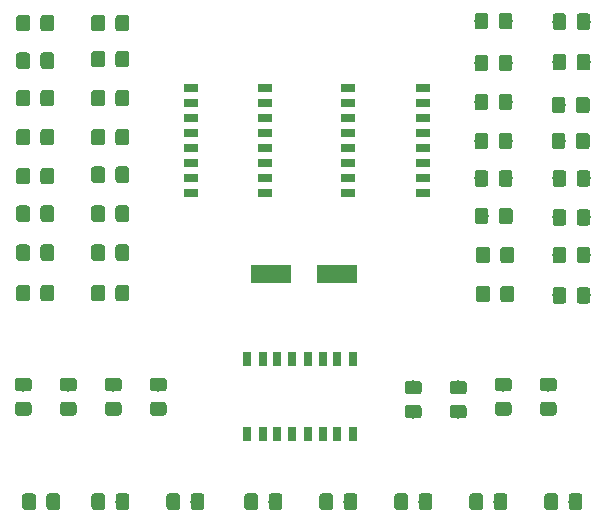
<source format=gbr>
G04 #@! TF.GenerationSoftware,KiCad,Pcbnew,(5.0.1-3-g963ef8bb5)*
G04 #@! TF.CreationDate,2018-12-19T16:23:04+08:00*
G04 #@! TF.ProjectId,24-LED-board,32342D4C45442D626F6172642E6B6963,1.0*
G04 #@! TF.SameCoordinates,Original*
G04 #@! TF.FileFunction,Paste,Top*
G04 #@! TF.FilePolarity,Positive*
%FSLAX46Y46*%
G04 Gerber Fmt 4.6, Leading zero omitted, Abs format (unit mm)*
G04 Created by KiCad (PCBNEW (5.0.1-3-g963ef8bb5)) date 2018 December 19, Wednesday 16:23:04*
%MOMM*%
%LPD*%
G01*
G04 APERTURE LIST*
%ADD10R,3.500000X1.600000*%
%ADD11C,0.100000*%
%ADD12C,1.150000*%
%ADD13R,1.300000X0.800000*%
%ADD14R,0.800000X1.300000*%
G04 APERTURE END LIST*
D10*
G04 #@! TO.C,C1*
X92589000Y-106426000D03*
X86989000Y-106426000D03*
G04 #@! TD*
D11*
G04 #@! TO.C,D1*
G36*
X68421505Y-107378204D02*
X68445773Y-107381804D01*
X68469572Y-107387765D01*
X68492671Y-107396030D01*
X68514850Y-107406520D01*
X68535893Y-107419132D01*
X68555599Y-107433747D01*
X68573777Y-107450223D01*
X68590253Y-107468401D01*
X68604868Y-107488107D01*
X68617480Y-107509150D01*
X68627970Y-107531329D01*
X68636235Y-107554428D01*
X68642196Y-107578227D01*
X68645796Y-107602495D01*
X68647000Y-107626999D01*
X68647000Y-108527001D01*
X68645796Y-108551505D01*
X68642196Y-108575773D01*
X68636235Y-108599572D01*
X68627970Y-108622671D01*
X68617480Y-108644850D01*
X68604868Y-108665893D01*
X68590253Y-108685599D01*
X68573777Y-108703777D01*
X68555599Y-108720253D01*
X68535893Y-108734868D01*
X68514850Y-108747480D01*
X68492671Y-108757970D01*
X68469572Y-108766235D01*
X68445773Y-108772196D01*
X68421505Y-108775796D01*
X68397001Y-108777000D01*
X67746999Y-108777000D01*
X67722495Y-108775796D01*
X67698227Y-108772196D01*
X67674428Y-108766235D01*
X67651329Y-108757970D01*
X67629150Y-108747480D01*
X67608107Y-108734868D01*
X67588401Y-108720253D01*
X67570223Y-108703777D01*
X67553747Y-108685599D01*
X67539132Y-108665893D01*
X67526520Y-108644850D01*
X67516030Y-108622671D01*
X67507765Y-108599572D01*
X67501804Y-108575773D01*
X67498204Y-108551505D01*
X67497000Y-108527001D01*
X67497000Y-107626999D01*
X67498204Y-107602495D01*
X67501804Y-107578227D01*
X67507765Y-107554428D01*
X67516030Y-107531329D01*
X67526520Y-107509150D01*
X67539132Y-107488107D01*
X67553747Y-107468401D01*
X67570223Y-107450223D01*
X67588401Y-107433747D01*
X67608107Y-107419132D01*
X67629150Y-107406520D01*
X67651329Y-107396030D01*
X67674428Y-107387765D01*
X67698227Y-107381804D01*
X67722495Y-107378204D01*
X67746999Y-107377000D01*
X68397001Y-107377000D01*
X68421505Y-107378204D01*
X68421505Y-107378204D01*
G37*
D12*
X68072000Y-108077000D03*
D11*
G36*
X66371505Y-107378204D02*
X66395773Y-107381804D01*
X66419572Y-107387765D01*
X66442671Y-107396030D01*
X66464850Y-107406520D01*
X66485893Y-107419132D01*
X66505599Y-107433747D01*
X66523777Y-107450223D01*
X66540253Y-107468401D01*
X66554868Y-107488107D01*
X66567480Y-107509150D01*
X66577970Y-107531329D01*
X66586235Y-107554428D01*
X66592196Y-107578227D01*
X66595796Y-107602495D01*
X66597000Y-107626999D01*
X66597000Y-108527001D01*
X66595796Y-108551505D01*
X66592196Y-108575773D01*
X66586235Y-108599572D01*
X66577970Y-108622671D01*
X66567480Y-108644850D01*
X66554868Y-108665893D01*
X66540253Y-108685599D01*
X66523777Y-108703777D01*
X66505599Y-108720253D01*
X66485893Y-108734868D01*
X66464850Y-108747480D01*
X66442671Y-108757970D01*
X66419572Y-108766235D01*
X66395773Y-108772196D01*
X66371505Y-108775796D01*
X66347001Y-108777000D01*
X65696999Y-108777000D01*
X65672495Y-108775796D01*
X65648227Y-108772196D01*
X65624428Y-108766235D01*
X65601329Y-108757970D01*
X65579150Y-108747480D01*
X65558107Y-108734868D01*
X65538401Y-108720253D01*
X65520223Y-108703777D01*
X65503747Y-108685599D01*
X65489132Y-108665893D01*
X65476520Y-108644850D01*
X65466030Y-108622671D01*
X65457765Y-108599572D01*
X65451804Y-108575773D01*
X65448204Y-108551505D01*
X65447000Y-108527001D01*
X65447000Y-107626999D01*
X65448204Y-107602495D01*
X65451804Y-107578227D01*
X65457765Y-107554428D01*
X65466030Y-107531329D01*
X65476520Y-107509150D01*
X65489132Y-107488107D01*
X65503747Y-107468401D01*
X65520223Y-107450223D01*
X65538401Y-107433747D01*
X65558107Y-107419132D01*
X65579150Y-107406520D01*
X65601329Y-107396030D01*
X65624428Y-107387765D01*
X65648227Y-107381804D01*
X65672495Y-107378204D01*
X65696999Y-107377000D01*
X66347001Y-107377000D01*
X66371505Y-107378204D01*
X66371505Y-107378204D01*
G37*
D12*
X66022000Y-108077000D03*
G04 #@! TD*
D11*
G04 #@! TO.C,D2*
G36*
X66371505Y-103949204D02*
X66395773Y-103952804D01*
X66419572Y-103958765D01*
X66442671Y-103967030D01*
X66464850Y-103977520D01*
X66485893Y-103990132D01*
X66505599Y-104004747D01*
X66523777Y-104021223D01*
X66540253Y-104039401D01*
X66554868Y-104059107D01*
X66567480Y-104080150D01*
X66577970Y-104102329D01*
X66586235Y-104125428D01*
X66592196Y-104149227D01*
X66595796Y-104173495D01*
X66597000Y-104197999D01*
X66597000Y-105098001D01*
X66595796Y-105122505D01*
X66592196Y-105146773D01*
X66586235Y-105170572D01*
X66577970Y-105193671D01*
X66567480Y-105215850D01*
X66554868Y-105236893D01*
X66540253Y-105256599D01*
X66523777Y-105274777D01*
X66505599Y-105291253D01*
X66485893Y-105305868D01*
X66464850Y-105318480D01*
X66442671Y-105328970D01*
X66419572Y-105337235D01*
X66395773Y-105343196D01*
X66371505Y-105346796D01*
X66347001Y-105348000D01*
X65696999Y-105348000D01*
X65672495Y-105346796D01*
X65648227Y-105343196D01*
X65624428Y-105337235D01*
X65601329Y-105328970D01*
X65579150Y-105318480D01*
X65558107Y-105305868D01*
X65538401Y-105291253D01*
X65520223Y-105274777D01*
X65503747Y-105256599D01*
X65489132Y-105236893D01*
X65476520Y-105215850D01*
X65466030Y-105193671D01*
X65457765Y-105170572D01*
X65451804Y-105146773D01*
X65448204Y-105122505D01*
X65447000Y-105098001D01*
X65447000Y-104197999D01*
X65448204Y-104173495D01*
X65451804Y-104149227D01*
X65457765Y-104125428D01*
X65466030Y-104102329D01*
X65476520Y-104080150D01*
X65489132Y-104059107D01*
X65503747Y-104039401D01*
X65520223Y-104021223D01*
X65538401Y-104004747D01*
X65558107Y-103990132D01*
X65579150Y-103977520D01*
X65601329Y-103967030D01*
X65624428Y-103958765D01*
X65648227Y-103952804D01*
X65672495Y-103949204D01*
X65696999Y-103948000D01*
X66347001Y-103948000D01*
X66371505Y-103949204D01*
X66371505Y-103949204D01*
G37*
D12*
X66022000Y-104648000D03*
D11*
G36*
X68421505Y-103949204D02*
X68445773Y-103952804D01*
X68469572Y-103958765D01*
X68492671Y-103967030D01*
X68514850Y-103977520D01*
X68535893Y-103990132D01*
X68555599Y-104004747D01*
X68573777Y-104021223D01*
X68590253Y-104039401D01*
X68604868Y-104059107D01*
X68617480Y-104080150D01*
X68627970Y-104102329D01*
X68636235Y-104125428D01*
X68642196Y-104149227D01*
X68645796Y-104173495D01*
X68647000Y-104197999D01*
X68647000Y-105098001D01*
X68645796Y-105122505D01*
X68642196Y-105146773D01*
X68636235Y-105170572D01*
X68627970Y-105193671D01*
X68617480Y-105215850D01*
X68604868Y-105236893D01*
X68590253Y-105256599D01*
X68573777Y-105274777D01*
X68555599Y-105291253D01*
X68535893Y-105305868D01*
X68514850Y-105318480D01*
X68492671Y-105328970D01*
X68469572Y-105337235D01*
X68445773Y-105343196D01*
X68421505Y-105346796D01*
X68397001Y-105348000D01*
X67746999Y-105348000D01*
X67722495Y-105346796D01*
X67698227Y-105343196D01*
X67674428Y-105337235D01*
X67651329Y-105328970D01*
X67629150Y-105318480D01*
X67608107Y-105305868D01*
X67588401Y-105291253D01*
X67570223Y-105274777D01*
X67553747Y-105256599D01*
X67539132Y-105236893D01*
X67526520Y-105215850D01*
X67516030Y-105193671D01*
X67507765Y-105170572D01*
X67501804Y-105146773D01*
X67498204Y-105122505D01*
X67497000Y-105098001D01*
X67497000Y-104197999D01*
X67498204Y-104173495D01*
X67501804Y-104149227D01*
X67507765Y-104125428D01*
X67516030Y-104102329D01*
X67526520Y-104080150D01*
X67539132Y-104059107D01*
X67553747Y-104039401D01*
X67570223Y-104021223D01*
X67588401Y-104004747D01*
X67608107Y-103990132D01*
X67629150Y-103977520D01*
X67651329Y-103967030D01*
X67674428Y-103958765D01*
X67698227Y-103952804D01*
X67722495Y-103949204D01*
X67746999Y-103948000D01*
X68397001Y-103948000D01*
X68421505Y-103949204D01*
X68421505Y-103949204D01*
G37*
D12*
X68072000Y-104648000D03*
G04 #@! TD*
D11*
G04 #@! TO.C,D3*
G36*
X68421505Y-100647204D02*
X68445773Y-100650804D01*
X68469572Y-100656765D01*
X68492671Y-100665030D01*
X68514850Y-100675520D01*
X68535893Y-100688132D01*
X68555599Y-100702747D01*
X68573777Y-100719223D01*
X68590253Y-100737401D01*
X68604868Y-100757107D01*
X68617480Y-100778150D01*
X68627970Y-100800329D01*
X68636235Y-100823428D01*
X68642196Y-100847227D01*
X68645796Y-100871495D01*
X68647000Y-100895999D01*
X68647000Y-101796001D01*
X68645796Y-101820505D01*
X68642196Y-101844773D01*
X68636235Y-101868572D01*
X68627970Y-101891671D01*
X68617480Y-101913850D01*
X68604868Y-101934893D01*
X68590253Y-101954599D01*
X68573777Y-101972777D01*
X68555599Y-101989253D01*
X68535893Y-102003868D01*
X68514850Y-102016480D01*
X68492671Y-102026970D01*
X68469572Y-102035235D01*
X68445773Y-102041196D01*
X68421505Y-102044796D01*
X68397001Y-102046000D01*
X67746999Y-102046000D01*
X67722495Y-102044796D01*
X67698227Y-102041196D01*
X67674428Y-102035235D01*
X67651329Y-102026970D01*
X67629150Y-102016480D01*
X67608107Y-102003868D01*
X67588401Y-101989253D01*
X67570223Y-101972777D01*
X67553747Y-101954599D01*
X67539132Y-101934893D01*
X67526520Y-101913850D01*
X67516030Y-101891671D01*
X67507765Y-101868572D01*
X67501804Y-101844773D01*
X67498204Y-101820505D01*
X67497000Y-101796001D01*
X67497000Y-100895999D01*
X67498204Y-100871495D01*
X67501804Y-100847227D01*
X67507765Y-100823428D01*
X67516030Y-100800329D01*
X67526520Y-100778150D01*
X67539132Y-100757107D01*
X67553747Y-100737401D01*
X67570223Y-100719223D01*
X67588401Y-100702747D01*
X67608107Y-100688132D01*
X67629150Y-100675520D01*
X67651329Y-100665030D01*
X67674428Y-100656765D01*
X67698227Y-100650804D01*
X67722495Y-100647204D01*
X67746999Y-100646000D01*
X68397001Y-100646000D01*
X68421505Y-100647204D01*
X68421505Y-100647204D01*
G37*
D12*
X68072000Y-101346000D03*
D11*
G36*
X66371505Y-100647204D02*
X66395773Y-100650804D01*
X66419572Y-100656765D01*
X66442671Y-100665030D01*
X66464850Y-100675520D01*
X66485893Y-100688132D01*
X66505599Y-100702747D01*
X66523777Y-100719223D01*
X66540253Y-100737401D01*
X66554868Y-100757107D01*
X66567480Y-100778150D01*
X66577970Y-100800329D01*
X66586235Y-100823428D01*
X66592196Y-100847227D01*
X66595796Y-100871495D01*
X66597000Y-100895999D01*
X66597000Y-101796001D01*
X66595796Y-101820505D01*
X66592196Y-101844773D01*
X66586235Y-101868572D01*
X66577970Y-101891671D01*
X66567480Y-101913850D01*
X66554868Y-101934893D01*
X66540253Y-101954599D01*
X66523777Y-101972777D01*
X66505599Y-101989253D01*
X66485893Y-102003868D01*
X66464850Y-102016480D01*
X66442671Y-102026970D01*
X66419572Y-102035235D01*
X66395773Y-102041196D01*
X66371505Y-102044796D01*
X66347001Y-102046000D01*
X65696999Y-102046000D01*
X65672495Y-102044796D01*
X65648227Y-102041196D01*
X65624428Y-102035235D01*
X65601329Y-102026970D01*
X65579150Y-102016480D01*
X65558107Y-102003868D01*
X65538401Y-101989253D01*
X65520223Y-101972777D01*
X65503747Y-101954599D01*
X65489132Y-101934893D01*
X65476520Y-101913850D01*
X65466030Y-101891671D01*
X65457765Y-101868572D01*
X65451804Y-101844773D01*
X65448204Y-101820505D01*
X65447000Y-101796001D01*
X65447000Y-100895999D01*
X65448204Y-100871495D01*
X65451804Y-100847227D01*
X65457765Y-100823428D01*
X65466030Y-100800329D01*
X65476520Y-100778150D01*
X65489132Y-100757107D01*
X65503747Y-100737401D01*
X65520223Y-100719223D01*
X65538401Y-100702747D01*
X65558107Y-100688132D01*
X65579150Y-100675520D01*
X65601329Y-100665030D01*
X65624428Y-100656765D01*
X65648227Y-100650804D01*
X65672495Y-100647204D01*
X65696999Y-100646000D01*
X66347001Y-100646000D01*
X66371505Y-100647204D01*
X66371505Y-100647204D01*
G37*
D12*
X66022000Y-101346000D03*
G04 #@! TD*
D11*
G04 #@! TO.C,D4*
G36*
X66371505Y-97472204D02*
X66395773Y-97475804D01*
X66419572Y-97481765D01*
X66442671Y-97490030D01*
X66464850Y-97500520D01*
X66485893Y-97513132D01*
X66505599Y-97527747D01*
X66523777Y-97544223D01*
X66540253Y-97562401D01*
X66554868Y-97582107D01*
X66567480Y-97603150D01*
X66577970Y-97625329D01*
X66586235Y-97648428D01*
X66592196Y-97672227D01*
X66595796Y-97696495D01*
X66597000Y-97720999D01*
X66597000Y-98621001D01*
X66595796Y-98645505D01*
X66592196Y-98669773D01*
X66586235Y-98693572D01*
X66577970Y-98716671D01*
X66567480Y-98738850D01*
X66554868Y-98759893D01*
X66540253Y-98779599D01*
X66523777Y-98797777D01*
X66505599Y-98814253D01*
X66485893Y-98828868D01*
X66464850Y-98841480D01*
X66442671Y-98851970D01*
X66419572Y-98860235D01*
X66395773Y-98866196D01*
X66371505Y-98869796D01*
X66347001Y-98871000D01*
X65696999Y-98871000D01*
X65672495Y-98869796D01*
X65648227Y-98866196D01*
X65624428Y-98860235D01*
X65601329Y-98851970D01*
X65579150Y-98841480D01*
X65558107Y-98828868D01*
X65538401Y-98814253D01*
X65520223Y-98797777D01*
X65503747Y-98779599D01*
X65489132Y-98759893D01*
X65476520Y-98738850D01*
X65466030Y-98716671D01*
X65457765Y-98693572D01*
X65451804Y-98669773D01*
X65448204Y-98645505D01*
X65447000Y-98621001D01*
X65447000Y-97720999D01*
X65448204Y-97696495D01*
X65451804Y-97672227D01*
X65457765Y-97648428D01*
X65466030Y-97625329D01*
X65476520Y-97603150D01*
X65489132Y-97582107D01*
X65503747Y-97562401D01*
X65520223Y-97544223D01*
X65538401Y-97527747D01*
X65558107Y-97513132D01*
X65579150Y-97500520D01*
X65601329Y-97490030D01*
X65624428Y-97481765D01*
X65648227Y-97475804D01*
X65672495Y-97472204D01*
X65696999Y-97471000D01*
X66347001Y-97471000D01*
X66371505Y-97472204D01*
X66371505Y-97472204D01*
G37*
D12*
X66022000Y-98171000D03*
D11*
G36*
X68421505Y-97472204D02*
X68445773Y-97475804D01*
X68469572Y-97481765D01*
X68492671Y-97490030D01*
X68514850Y-97500520D01*
X68535893Y-97513132D01*
X68555599Y-97527747D01*
X68573777Y-97544223D01*
X68590253Y-97562401D01*
X68604868Y-97582107D01*
X68617480Y-97603150D01*
X68627970Y-97625329D01*
X68636235Y-97648428D01*
X68642196Y-97672227D01*
X68645796Y-97696495D01*
X68647000Y-97720999D01*
X68647000Y-98621001D01*
X68645796Y-98645505D01*
X68642196Y-98669773D01*
X68636235Y-98693572D01*
X68627970Y-98716671D01*
X68617480Y-98738850D01*
X68604868Y-98759893D01*
X68590253Y-98779599D01*
X68573777Y-98797777D01*
X68555599Y-98814253D01*
X68535893Y-98828868D01*
X68514850Y-98841480D01*
X68492671Y-98851970D01*
X68469572Y-98860235D01*
X68445773Y-98866196D01*
X68421505Y-98869796D01*
X68397001Y-98871000D01*
X67746999Y-98871000D01*
X67722495Y-98869796D01*
X67698227Y-98866196D01*
X67674428Y-98860235D01*
X67651329Y-98851970D01*
X67629150Y-98841480D01*
X67608107Y-98828868D01*
X67588401Y-98814253D01*
X67570223Y-98797777D01*
X67553747Y-98779599D01*
X67539132Y-98759893D01*
X67526520Y-98738850D01*
X67516030Y-98716671D01*
X67507765Y-98693572D01*
X67501804Y-98669773D01*
X67498204Y-98645505D01*
X67497000Y-98621001D01*
X67497000Y-97720999D01*
X67498204Y-97696495D01*
X67501804Y-97672227D01*
X67507765Y-97648428D01*
X67516030Y-97625329D01*
X67526520Y-97603150D01*
X67539132Y-97582107D01*
X67553747Y-97562401D01*
X67570223Y-97544223D01*
X67588401Y-97527747D01*
X67608107Y-97513132D01*
X67629150Y-97500520D01*
X67651329Y-97490030D01*
X67674428Y-97481765D01*
X67698227Y-97475804D01*
X67722495Y-97472204D01*
X67746999Y-97471000D01*
X68397001Y-97471000D01*
X68421505Y-97472204D01*
X68421505Y-97472204D01*
G37*
D12*
X68072000Y-98171000D03*
G04 #@! TD*
D11*
G04 #@! TO.C,D5*
G36*
X68421505Y-94170204D02*
X68445773Y-94173804D01*
X68469572Y-94179765D01*
X68492671Y-94188030D01*
X68514850Y-94198520D01*
X68535893Y-94211132D01*
X68555599Y-94225747D01*
X68573777Y-94242223D01*
X68590253Y-94260401D01*
X68604868Y-94280107D01*
X68617480Y-94301150D01*
X68627970Y-94323329D01*
X68636235Y-94346428D01*
X68642196Y-94370227D01*
X68645796Y-94394495D01*
X68647000Y-94418999D01*
X68647000Y-95319001D01*
X68645796Y-95343505D01*
X68642196Y-95367773D01*
X68636235Y-95391572D01*
X68627970Y-95414671D01*
X68617480Y-95436850D01*
X68604868Y-95457893D01*
X68590253Y-95477599D01*
X68573777Y-95495777D01*
X68555599Y-95512253D01*
X68535893Y-95526868D01*
X68514850Y-95539480D01*
X68492671Y-95549970D01*
X68469572Y-95558235D01*
X68445773Y-95564196D01*
X68421505Y-95567796D01*
X68397001Y-95569000D01*
X67746999Y-95569000D01*
X67722495Y-95567796D01*
X67698227Y-95564196D01*
X67674428Y-95558235D01*
X67651329Y-95549970D01*
X67629150Y-95539480D01*
X67608107Y-95526868D01*
X67588401Y-95512253D01*
X67570223Y-95495777D01*
X67553747Y-95477599D01*
X67539132Y-95457893D01*
X67526520Y-95436850D01*
X67516030Y-95414671D01*
X67507765Y-95391572D01*
X67501804Y-95367773D01*
X67498204Y-95343505D01*
X67497000Y-95319001D01*
X67497000Y-94418999D01*
X67498204Y-94394495D01*
X67501804Y-94370227D01*
X67507765Y-94346428D01*
X67516030Y-94323329D01*
X67526520Y-94301150D01*
X67539132Y-94280107D01*
X67553747Y-94260401D01*
X67570223Y-94242223D01*
X67588401Y-94225747D01*
X67608107Y-94211132D01*
X67629150Y-94198520D01*
X67651329Y-94188030D01*
X67674428Y-94179765D01*
X67698227Y-94173804D01*
X67722495Y-94170204D01*
X67746999Y-94169000D01*
X68397001Y-94169000D01*
X68421505Y-94170204D01*
X68421505Y-94170204D01*
G37*
D12*
X68072000Y-94869000D03*
D11*
G36*
X66371505Y-94170204D02*
X66395773Y-94173804D01*
X66419572Y-94179765D01*
X66442671Y-94188030D01*
X66464850Y-94198520D01*
X66485893Y-94211132D01*
X66505599Y-94225747D01*
X66523777Y-94242223D01*
X66540253Y-94260401D01*
X66554868Y-94280107D01*
X66567480Y-94301150D01*
X66577970Y-94323329D01*
X66586235Y-94346428D01*
X66592196Y-94370227D01*
X66595796Y-94394495D01*
X66597000Y-94418999D01*
X66597000Y-95319001D01*
X66595796Y-95343505D01*
X66592196Y-95367773D01*
X66586235Y-95391572D01*
X66577970Y-95414671D01*
X66567480Y-95436850D01*
X66554868Y-95457893D01*
X66540253Y-95477599D01*
X66523777Y-95495777D01*
X66505599Y-95512253D01*
X66485893Y-95526868D01*
X66464850Y-95539480D01*
X66442671Y-95549970D01*
X66419572Y-95558235D01*
X66395773Y-95564196D01*
X66371505Y-95567796D01*
X66347001Y-95569000D01*
X65696999Y-95569000D01*
X65672495Y-95567796D01*
X65648227Y-95564196D01*
X65624428Y-95558235D01*
X65601329Y-95549970D01*
X65579150Y-95539480D01*
X65558107Y-95526868D01*
X65538401Y-95512253D01*
X65520223Y-95495777D01*
X65503747Y-95477599D01*
X65489132Y-95457893D01*
X65476520Y-95436850D01*
X65466030Y-95414671D01*
X65457765Y-95391572D01*
X65451804Y-95367773D01*
X65448204Y-95343505D01*
X65447000Y-95319001D01*
X65447000Y-94418999D01*
X65448204Y-94394495D01*
X65451804Y-94370227D01*
X65457765Y-94346428D01*
X65466030Y-94323329D01*
X65476520Y-94301150D01*
X65489132Y-94280107D01*
X65503747Y-94260401D01*
X65520223Y-94242223D01*
X65538401Y-94225747D01*
X65558107Y-94211132D01*
X65579150Y-94198520D01*
X65601329Y-94188030D01*
X65624428Y-94179765D01*
X65648227Y-94173804D01*
X65672495Y-94170204D01*
X65696999Y-94169000D01*
X66347001Y-94169000D01*
X66371505Y-94170204D01*
X66371505Y-94170204D01*
G37*
D12*
X66022000Y-94869000D03*
G04 #@! TD*
D11*
G04 #@! TO.C,D6*
G36*
X66371505Y-90868204D02*
X66395773Y-90871804D01*
X66419572Y-90877765D01*
X66442671Y-90886030D01*
X66464850Y-90896520D01*
X66485893Y-90909132D01*
X66505599Y-90923747D01*
X66523777Y-90940223D01*
X66540253Y-90958401D01*
X66554868Y-90978107D01*
X66567480Y-90999150D01*
X66577970Y-91021329D01*
X66586235Y-91044428D01*
X66592196Y-91068227D01*
X66595796Y-91092495D01*
X66597000Y-91116999D01*
X66597000Y-92017001D01*
X66595796Y-92041505D01*
X66592196Y-92065773D01*
X66586235Y-92089572D01*
X66577970Y-92112671D01*
X66567480Y-92134850D01*
X66554868Y-92155893D01*
X66540253Y-92175599D01*
X66523777Y-92193777D01*
X66505599Y-92210253D01*
X66485893Y-92224868D01*
X66464850Y-92237480D01*
X66442671Y-92247970D01*
X66419572Y-92256235D01*
X66395773Y-92262196D01*
X66371505Y-92265796D01*
X66347001Y-92267000D01*
X65696999Y-92267000D01*
X65672495Y-92265796D01*
X65648227Y-92262196D01*
X65624428Y-92256235D01*
X65601329Y-92247970D01*
X65579150Y-92237480D01*
X65558107Y-92224868D01*
X65538401Y-92210253D01*
X65520223Y-92193777D01*
X65503747Y-92175599D01*
X65489132Y-92155893D01*
X65476520Y-92134850D01*
X65466030Y-92112671D01*
X65457765Y-92089572D01*
X65451804Y-92065773D01*
X65448204Y-92041505D01*
X65447000Y-92017001D01*
X65447000Y-91116999D01*
X65448204Y-91092495D01*
X65451804Y-91068227D01*
X65457765Y-91044428D01*
X65466030Y-91021329D01*
X65476520Y-90999150D01*
X65489132Y-90978107D01*
X65503747Y-90958401D01*
X65520223Y-90940223D01*
X65538401Y-90923747D01*
X65558107Y-90909132D01*
X65579150Y-90896520D01*
X65601329Y-90886030D01*
X65624428Y-90877765D01*
X65648227Y-90871804D01*
X65672495Y-90868204D01*
X65696999Y-90867000D01*
X66347001Y-90867000D01*
X66371505Y-90868204D01*
X66371505Y-90868204D01*
G37*
D12*
X66022000Y-91567000D03*
D11*
G36*
X68421505Y-90868204D02*
X68445773Y-90871804D01*
X68469572Y-90877765D01*
X68492671Y-90886030D01*
X68514850Y-90896520D01*
X68535893Y-90909132D01*
X68555599Y-90923747D01*
X68573777Y-90940223D01*
X68590253Y-90958401D01*
X68604868Y-90978107D01*
X68617480Y-90999150D01*
X68627970Y-91021329D01*
X68636235Y-91044428D01*
X68642196Y-91068227D01*
X68645796Y-91092495D01*
X68647000Y-91116999D01*
X68647000Y-92017001D01*
X68645796Y-92041505D01*
X68642196Y-92065773D01*
X68636235Y-92089572D01*
X68627970Y-92112671D01*
X68617480Y-92134850D01*
X68604868Y-92155893D01*
X68590253Y-92175599D01*
X68573777Y-92193777D01*
X68555599Y-92210253D01*
X68535893Y-92224868D01*
X68514850Y-92237480D01*
X68492671Y-92247970D01*
X68469572Y-92256235D01*
X68445773Y-92262196D01*
X68421505Y-92265796D01*
X68397001Y-92267000D01*
X67746999Y-92267000D01*
X67722495Y-92265796D01*
X67698227Y-92262196D01*
X67674428Y-92256235D01*
X67651329Y-92247970D01*
X67629150Y-92237480D01*
X67608107Y-92224868D01*
X67588401Y-92210253D01*
X67570223Y-92193777D01*
X67553747Y-92175599D01*
X67539132Y-92155893D01*
X67526520Y-92134850D01*
X67516030Y-92112671D01*
X67507765Y-92089572D01*
X67501804Y-92065773D01*
X67498204Y-92041505D01*
X67497000Y-92017001D01*
X67497000Y-91116999D01*
X67498204Y-91092495D01*
X67501804Y-91068227D01*
X67507765Y-91044428D01*
X67516030Y-91021329D01*
X67526520Y-90999150D01*
X67539132Y-90978107D01*
X67553747Y-90958401D01*
X67570223Y-90940223D01*
X67588401Y-90923747D01*
X67608107Y-90909132D01*
X67629150Y-90896520D01*
X67651329Y-90886030D01*
X67674428Y-90877765D01*
X67698227Y-90871804D01*
X67722495Y-90868204D01*
X67746999Y-90867000D01*
X68397001Y-90867000D01*
X68421505Y-90868204D01*
X68421505Y-90868204D01*
G37*
D12*
X68072000Y-91567000D03*
G04 #@! TD*
D11*
G04 #@! TO.C,D7*
G36*
X68421505Y-87693204D02*
X68445773Y-87696804D01*
X68469572Y-87702765D01*
X68492671Y-87711030D01*
X68514850Y-87721520D01*
X68535893Y-87734132D01*
X68555599Y-87748747D01*
X68573777Y-87765223D01*
X68590253Y-87783401D01*
X68604868Y-87803107D01*
X68617480Y-87824150D01*
X68627970Y-87846329D01*
X68636235Y-87869428D01*
X68642196Y-87893227D01*
X68645796Y-87917495D01*
X68647000Y-87941999D01*
X68647000Y-88842001D01*
X68645796Y-88866505D01*
X68642196Y-88890773D01*
X68636235Y-88914572D01*
X68627970Y-88937671D01*
X68617480Y-88959850D01*
X68604868Y-88980893D01*
X68590253Y-89000599D01*
X68573777Y-89018777D01*
X68555599Y-89035253D01*
X68535893Y-89049868D01*
X68514850Y-89062480D01*
X68492671Y-89072970D01*
X68469572Y-89081235D01*
X68445773Y-89087196D01*
X68421505Y-89090796D01*
X68397001Y-89092000D01*
X67746999Y-89092000D01*
X67722495Y-89090796D01*
X67698227Y-89087196D01*
X67674428Y-89081235D01*
X67651329Y-89072970D01*
X67629150Y-89062480D01*
X67608107Y-89049868D01*
X67588401Y-89035253D01*
X67570223Y-89018777D01*
X67553747Y-89000599D01*
X67539132Y-88980893D01*
X67526520Y-88959850D01*
X67516030Y-88937671D01*
X67507765Y-88914572D01*
X67501804Y-88890773D01*
X67498204Y-88866505D01*
X67497000Y-88842001D01*
X67497000Y-87941999D01*
X67498204Y-87917495D01*
X67501804Y-87893227D01*
X67507765Y-87869428D01*
X67516030Y-87846329D01*
X67526520Y-87824150D01*
X67539132Y-87803107D01*
X67553747Y-87783401D01*
X67570223Y-87765223D01*
X67588401Y-87748747D01*
X67608107Y-87734132D01*
X67629150Y-87721520D01*
X67651329Y-87711030D01*
X67674428Y-87702765D01*
X67698227Y-87696804D01*
X67722495Y-87693204D01*
X67746999Y-87692000D01*
X68397001Y-87692000D01*
X68421505Y-87693204D01*
X68421505Y-87693204D01*
G37*
D12*
X68072000Y-88392000D03*
D11*
G36*
X66371505Y-87693204D02*
X66395773Y-87696804D01*
X66419572Y-87702765D01*
X66442671Y-87711030D01*
X66464850Y-87721520D01*
X66485893Y-87734132D01*
X66505599Y-87748747D01*
X66523777Y-87765223D01*
X66540253Y-87783401D01*
X66554868Y-87803107D01*
X66567480Y-87824150D01*
X66577970Y-87846329D01*
X66586235Y-87869428D01*
X66592196Y-87893227D01*
X66595796Y-87917495D01*
X66597000Y-87941999D01*
X66597000Y-88842001D01*
X66595796Y-88866505D01*
X66592196Y-88890773D01*
X66586235Y-88914572D01*
X66577970Y-88937671D01*
X66567480Y-88959850D01*
X66554868Y-88980893D01*
X66540253Y-89000599D01*
X66523777Y-89018777D01*
X66505599Y-89035253D01*
X66485893Y-89049868D01*
X66464850Y-89062480D01*
X66442671Y-89072970D01*
X66419572Y-89081235D01*
X66395773Y-89087196D01*
X66371505Y-89090796D01*
X66347001Y-89092000D01*
X65696999Y-89092000D01*
X65672495Y-89090796D01*
X65648227Y-89087196D01*
X65624428Y-89081235D01*
X65601329Y-89072970D01*
X65579150Y-89062480D01*
X65558107Y-89049868D01*
X65538401Y-89035253D01*
X65520223Y-89018777D01*
X65503747Y-89000599D01*
X65489132Y-88980893D01*
X65476520Y-88959850D01*
X65466030Y-88937671D01*
X65457765Y-88914572D01*
X65451804Y-88890773D01*
X65448204Y-88866505D01*
X65447000Y-88842001D01*
X65447000Y-87941999D01*
X65448204Y-87917495D01*
X65451804Y-87893227D01*
X65457765Y-87869428D01*
X65466030Y-87846329D01*
X65476520Y-87824150D01*
X65489132Y-87803107D01*
X65503747Y-87783401D01*
X65520223Y-87765223D01*
X65538401Y-87748747D01*
X65558107Y-87734132D01*
X65579150Y-87721520D01*
X65601329Y-87711030D01*
X65624428Y-87702765D01*
X65648227Y-87696804D01*
X65672495Y-87693204D01*
X65696999Y-87692000D01*
X66347001Y-87692000D01*
X66371505Y-87693204D01*
X66371505Y-87693204D01*
G37*
D12*
X66022000Y-88392000D03*
G04 #@! TD*
D11*
G04 #@! TO.C,D8*
G36*
X66371505Y-84518204D02*
X66395773Y-84521804D01*
X66419572Y-84527765D01*
X66442671Y-84536030D01*
X66464850Y-84546520D01*
X66485893Y-84559132D01*
X66505599Y-84573747D01*
X66523777Y-84590223D01*
X66540253Y-84608401D01*
X66554868Y-84628107D01*
X66567480Y-84649150D01*
X66577970Y-84671329D01*
X66586235Y-84694428D01*
X66592196Y-84718227D01*
X66595796Y-84742495D01*
X66597000Y-84766999D01*
X66597000Y-85667001D01*
X66595796Y-85691505D01*
X66592196Y-85715773D01*
X66586235Y-85739572D01*
X66577970Y-85762671D01*
X66567480Y-85784850D01*
X66554868Y-85805893D01*
X66540253Y-85825599D01*
X66523777Y-85843777D01*
X66505599Y-85860253D01*
X66485893Y-85874868D01*
X66464850Y-85887480D01*
X66442671Y-85897970D01*
X66419572Y-85906235D01*
X66395773Y-85912196D01*
X66371505Y-85915796D01*
X66347001Y-85917000D01*
X65696999Y-85917000D01*
X65672495Y-85915796D01*
X65648227Y-85912196D01*
X65624428Y-85906235D01*
X65601329Y-85897970D01*
X65579150Y-85887480D01*
X65558107Y-85874868D01*
X65538401Y-85860253D01*
X65520223Y-85843777D01*
X65503747Y-85825599D01*
X65489132Y-85805893D01*
X65476520Y-85784850D01*
X65466030Y-85762671D01*
X65457765Y-85739572D01*
X65451804Y-85715773D01*
X65448204Y-85691505D01*
X65447000Y-85667001D01*
X65447000Y-84766999D01*
X65448204Y-84742495D01*
X65451804Y-84718227D01*
X65457765Y-84694428D01*
X65466030Y-84671329D01*
X65476520Y-84649150D01*
X65489132Y-84628107D01*
X65503747Y-84608401D01*
X65520223Y-84590223D01*
X65538401Y-84573747D01*
X65558107Y-84559132D01*
X65579150Y-84546520D01*
X65601329Y-84536030D01*
X65624428Y-84527765D01*
X65648227Y-84521804D01*
X65672495Y-84518204D01*
X65696999Y-84517000D01*
X66347001Y-84517000D01*
X66371505Y-84518204D01*
X66371505Y-84518204D01*
G37*
D12*
X66022000Y-85217000D03*
D11*
G36*
X68421505Y-84518204D02*
X68445773Y-84521804D01*
X68469572Y-84527765D01*
X68492671Y-84536030D01*
X68514850Y-84546520D01*
X68535893Y-84559132D01*
X68555599Y-84573747D01*
X68573777Y-84590223D01*
X68590253Y-84608401D01*
X68604868Y-84628107D01*
X68617480Y-84649150D01*
X68627970Y-84671329D01*
X68636235Y-84694428D01*
X68642196Y-84718227D01*
X68645796Y-84742495D01*
X68647000Y-84766999D01*
X68647000Y-85667001D01*
X68645796Y-85691505D01*
X68642196Y-85715773D01*
X68636235Y-85739572D01*
X68627970Y-85762671D01*
X68617480Y-85784850D01*
X68604868Y-85805893D01*
X68590253Y-85825599D01*
X68573777Y-85843777D01*
X68555599Y-85860253D01*
X68535893Y-85874868D01*
X68514850Y-85887480D01*
X68492671Y-85897970D01*
X68469572Y-85906235D01*
X68445773Y-85912196D01*
X68421505Y-85915796D01*
X68397001Y-85917000D01*
X67746999Y-85917000D01*
X67722495Y-85915796D01*
X67698227Y-85912196D01*
X67674428Y-85906235D01*
X67651329Y-85897970D01*
X67629150Y-85887480D01*
X67608107Y-85874868D01*
X67588401Y-85860253D01*
X67570223Y-85843777D01*
X67553747Y-85825599D01*
X67539132Y-85805893D01*
X67526520Y-85784850D01*
X67516030Y-85762671D01*
X67507765Y-85739572D01*
X67501804Y-85715773D01*
X67498204Y-85691505D01*
X67497000Y-85667001D01*
X67497000Y-84766999D01*
X67498204Y-84742495D01*
X67501804Y-84718227D01*
X67507765Y-84694428D01*
X67516030Y-84671329D01*
X67526520Y-84649150D01*
X67539132Y-84628107D01*
X67553747Y-84608401D01*
X67570223Y-84590223D01*
X67588401Y-84573747D01*
X67608107Y-84559132D01*
X67629150Y-84546520D01*
X67651329Y-84536030D01*
X67674428Y-84527765D01*
X67698227Y-84521804D01*
X67722495Y-84518204D01*
X67746999Y-84517000D01*
X68397001Y-84517000D01*
X68421505Y-84518204D01*
X68421505Y-84518204D01*
G37*
D12*
X68072000Y-85217000D03*
G04 #@! TD*
D11*
G04 #@! TO.C,D9*
G36*
X113824005Y-107568704D02*
X113848273Y-107572304D01*
X113872072Y-107578265D01*
X113895171Y-107586530D01*
X113917350Y-107597020D01*
X113938393Y-107609632D01*
X113958099Y-107624247D01*
X113976277Y-107640723D01*
X113992753Y-107658901D01*
X114007368Y-107678607D01*
X114019980Y-107699650D01*
X114030470Y-107721829D01*
X114038735Y-107744928D01*
X114044696Y-107768727D01*
X114048296Y-107792995D01*
X114049500Y-107817499D01*
X114049500Y-108717501D01*
X114048296Y-108742005D01*
X114044696Y-108766273D01*
X114038735Y-108790072D01*
X114030470Y-108813171D01*
X114019980Y-108835350D01*
X114007368Y-108856393D01*
X113992753Y-108876099D01*
X113976277Y-108894277D01*
X113958099Y-108910753D01*
X113938393Y-108925368D01*
X113917350Y-108937980D01*
X113895171Y-108948470D01*
X113872072Y-108956735D01*
X113848273Y-108962696D01*
X113824005Y-108966296D01*
X113799501Y-108967500D01*
X113149499Y-108967500D01*
X113124995Y-108966296D01*
X113100727Y-108962696D01*
X113076928Y-108956735D01*
X113053829Y-108948470D01*
X113031650Y-108937980D01*
X113010607Y-108925368D01*
X112990901Y-108910753D01*
X112972723Y-108894277D01*
X112956247Y-108876099D01*
X112941632Y-108856393D01*
X112929020Y-108835350D01*
X112918530Y-108813171D01*
X112910265Y-108790072D01*
X112904304Y-108766273D01*
X112900704Y-108742005D01*
X112899500Y-108717501D01*
X112899500Y-107817499D01*
X112900704Y-107792995D01*
X112904304Y-107768727D01*
X112910265Y-107744928D01*
X112918530Y-107721829D01*
X112929020Y-107699650D01*
X112941632Y-107678607D01*
X112956247Y-107658901D01*
X112972723Y-107640723D01*
X112990901Y-107624247D01*
X113010607Y-107609632D01*
X113031650Y-107597020D01*
X113053829Y-107586530D01*
X113076928Y-107578265D01*
X113100727Y-107572304D01*
X113124995Y-107568704D01*
X113149499Y-107567500D01*
X113799501Y-107567500D01*
X113824005Y-107568704D01*
X113824005Y-107568704D01*
G37*
D12*
X113474500Y-108267500D03*
D11*
G36*
X111774005Y-107568704D02*
X111798273Y-107572304D01*
X111822072Y-107578265D01*
X111845171Y-107586530D01*
X111867350Y-107597020D01*
X111888393Y-107609632D01*
X111908099Y-107624247D01*
X111926277Y-107640723D01*
X111942753Y-107658901D01*
X111957368Y-107678607D01*
X111969980Y-107699650D01*
X111980470Y-107721829D01*
X111988735Y-107744928D01*
X111994696Y-107768727D01*
X111998296Y-107792995D01*
X111999500Y-107817499D01*
X111999500Y-108717501D01*
X111998296Y-108742005D01*
X111994696Y-108766273D01*
X111988735Y-108790072D01*
X111980470Y-108813171D01*
X111969980Y-108835350D01*
X111957368Y-108856393D01*
X111942753Y-108876099D01*
X111926277Y-108894277D01*
X111908099Y-108910753D01*
X111888393Y-108925368D01*
X111867350Y-108937980D01*
X111845171Y-108948470D01*
X111822072Y-108956735D01*
X111798273Y-108962696D01*
X111774005Y-108966296D01*
X111749501Y-108967500D01*
X111099499Y-108967500D01*
X111074995Y-108966296D01*
X111050727Y-108962696D01*
X111026928Y-108956735D01*
X111003829Y-108948470D01*
X110981650Y-108937980D01*
X110960607Y-108925368D01*
X110940901Y-108910753D01*
X110922723Y-108894277D01*
X110906247Y-108876099D01*
X110891632Y-108856393D01*
X110879020Y-108835350D01*
X110868530Y-108813171D01*
X110860265Y-108790072D01*
X110854304Y-108766273D01*
X110850704Y-108742005D01*
X110849500Y-108717501D01*
X110849500Y-107817499D01*
X110850704Y-107792995D01*
X110854304Y-107768727D01*
X110860265Y-107744928D01*
X110868530Y-107721829D01*
X110879020Y-107699650D01*
X110891632Y-107678607D01*
X110906247Y-107658901D01*
X110922723Y-107640723D01*
X110940901Y-107624247D01*
X110960607Y-107609632D01*
X110981650Y-107597020D01*
X111003829Y-107586530D01*
X111026928Y-107578265D01*
X111050727Y-107572304D01*
X111074995Y-107568704D01*
X111099499Y-107567500D01*
X111749501Y-107567500D01*
X111774005Y-107568704D01*
X111774005Y-107568704D01*
G37*
D12*
X111424500Y-108267500D03*
G04 #@! TD*
D11*
G04 #@! TO.C,D10*
G36*
X111774005Y-104139704D02*
X111798273Y-104143304D01*
X111822072Y-104149265D01*
X111845171Y-104157530D01*
X111867350Y-104168020D01*
X111888393Y-104180632D01*
X111908099Y-104195247D01*
X111926277Y-104211723D01*
X111942753Y-104229901D01*
X111957368Y-104249607D01*
X111969980Y-104270650D01*
X111980470Y-104292829D01*
X111988735Y-104315928D01*
X111994696Y-104339727D01*
X111998296Y-104363995D01*
X111999500Y-104388499D01*
X111999500Y-105288501D01*
X111998296Y-105313005D01*
X111994696Y-105337273D01*
X111988735Y-105361072D01*
X111980470Y-105384171D01*
X111969980Y-105406350D01*
X111957368Y-105427393D01*
X111942753Y-105447099D01*
X111926277Y-105465277D01*
X111908099Y-105481753D01*
X111888393Y-105496368D01*
X111867350Y-105508980D01*
X111845171Y-105519470D01*
X111822072Y-105527735D01*
X111798273Y-105533696D01*
X111774005Y-105537296D01*
X111749501Y-105538500D01*
X111099499Y-105538500D01*
X111074995Y-105537296D01*
X111050727Y-105533696D01*
X111026928Y-105527735D01*
X111003829Y-105519470D01*
X110981650Y-105508980D01*
X110960607Y-105496368D01*
X110940901Y-105481753D01*
X110922723Y-105465277D01*
X110906247Y-105447099D01*
X110891632Y-105427393D01*
X110879020Y-105406350D01*
X110868530Y-105384171D01*
X110860265Y-105361072D01*
X110854304Y-105337273D01*
X110850704Y-105313005D01*
X110849500Y-105288501D01*
X110849500Y-104388499D01*
X110850704Y-104363995D01*
X110854304Y-104339727D01*
X110860265Y-104315928D01*
X110868530Y-104292829D01*
X110879020Y-104270650D01*
X110891632Y-104249607D01*
X110906247Y-104229901D01*
X110922723Y-104211723D01*
X110940901Y-104195247D01*
X110960607Y-104180632D01*
X110981650Y-104168020D01*
X111003829Y-104157530D01*
X111026928Y-104149265D01*
X111050727Y-104143304D01*
X111074995Y-104139704D01*
X111099499Y-104138500D01*
X111749501Y-104138500D01*
X111774005Y-104139704D01*
X111774005Y-104139704D01*
G37*
D12*
X111424500Y-104838500D03*
D11*
G36*
X113824005Y-104139704D02*
X113848273Y-104143304D01*
X113872072Y-104149265D01*
X113895171Y-104157530D01*
X113917350Y-104168020D01*
X113938393Y-104180632D01*
X113958099Y-104195247D01*
X113976277Y-104211723D01*
X113992753Y-104229901D01*
X114007368Y-104249607D01*
X114019980Y-104270650D01*
X114030470Y-104292829D01*
X114038735Y-104315928D01*
X114044696Y-104339727D01*
X114048296Y-104363995D01*
X114049500Y-104388499D01*
X114049500Y-105288501D01*
X114048296Y-105313005D01*
X114044696Y-105337273D01*
X114038735Y-105361072D01*
X114030470Y-105384171D01*
X114019980Y-105406350D01*
X114007368Y-105427393D01*
X113992753Y-105447099D01*
X113976277Y-105465277D01*
X113958099Y-105481753D01*
X113938393Y-105496368D01*
X113917350Y-105508980D01*
X113895171Y-105519470D01*
X113872072Y-105527735D01*
X113848273Y-105533696D01*
X113824005Y-105537296D01*
X113799501Y-105538500D01*
X113149499Y-105538500D01*
X113124995Y-105537296D01*
X113100727Y-105533696D01*
X113076928Y-105527735D01*
X113053829Y-105519470D01*
X113031650Y-105508980D01*
X113010607Y-105496368D01*
X112990901Y-105481753D01*
X112972723Y-105465277D01*
X112956247Y-105447099D01*
X112941632Y-105427393D01*
X112929020Y-105406350D01*
X112918530Y-105384171D01*
X112910265Y-105361072D01*
X112904304Y-105337273D01*
X112900704Y-105313005D01*
X112899500Y-105288501D01*
X112899500Y-104388499D01*
X112900704Y-104363995D01*
X112904304Y-104339727D01*
X112910265Y-104315928D01*
X112918530Y-104292829D01*
X112929020Y-104270650D01*
X112941632Y-104249607D01*
X112956247Y-104229901D01*
X112972723Y-104211723D01*
X112990901Y-104195247D01*
X113010607Y-104180632D01*
X113031650Y-104168020D01*
X113053829Y-104157530D01*
X113076928Y-104149265D01*
X113100727Y-104143304D01*
X113124995Y-104139704D01*
X113149499Y-104138500D01*
X113799501Y-104138500D01*
X113824005Y-104139704D01*
X113824005Y-104139704D01*
G37*
D12*
X113474500Y-104838500D03*
G04 #@! TD*
D11*
G04 #@! TO.C,D11*
G36*
X113824005Y-100964704D02*
X113848273Y-100968304D01*
X113872072Y-100974265D01*
X113895171Y-100982530D01*
X113917350Y-100993020D01*
X113938393Y-101005632D01*
X113958099Y-101020247D01*
X113976277Y-101036723D01*
X113992753Y-101054901D01*
X114007368Y-101074607D01*
X114019980Y-101095650D01*
X114030470Y-101117829D01*
X114038735Y-101140928D01*
X114044696Y-101164727D01*
X114048296Y-101188995D01*
X114049500Y-101213499D01*
X114049500Y-102113501D01*
X114048296Y-102138005D01*
X114044696Y-102162273D01*
X114038735Y-102186072D01*
X114030470Y-102209171D01*
X114019980Y-102231350D01*
X114007368Y-102252393D01*
X113992753Y-102272099D01*
X113976277Y-102290277D01*
X113958099Y-102306753D01*
X113938393Y-102321368D01*
X113917350Y-102333980D01*
X113895171Y-102344470D01*
X113872072Y-102352735D01*
X113848273Y-102358696D01*
X113824005Y-102362296D01*
X113799501Y-102363500D01*
X113149499Y-102363500D01*
X113124995Y-102362296D01*
X113100727Y-102358696D01*
X113076928Y-102352735D01*
X113053829Y-102344470D01*
X113031650Y-102333980D01*
X113010607Y-102321368D01*
X112990901Y-102306753D01*
X112972723Y-102290277D01*
X112956247Y-102272099D01*
X112941632Y-102252393D01*
X112929020Y-102231350D01*
X112918530Y-102209171D01*
X112910265Y-102186072D01*
X112904304Y-102162273D01*
X112900704Y-102138005D01*
X112899500Y-102113501D01*
X112899500Y-101213499D01*
X112900704Y-101188995D01*
X112904304Y-101164727D01*
X112910265Y-101140928D01*
X112918530Y-101117829D01*
X112929020Y-101095650D01*
X112941632Y-101074607D01*
X112956247Y-101054901D01*
X112972723Y-101036723D01*
X112990901Y-101020247D01*
X113010607Y-101005632D01*
X113031650Y-100993020D01*
X113053829Y-100982530D01*
X113076928Y-100974265D01*
X113100727Y-100968304D01*
X113124995Y-100964704D01*
X113149499Y-100963500D01*
X113799501Y-100963500D01*
X113824005Y-100964704D01*
X113824005Y-100964704D01*
G37*
D12*
X113474500Y-101663500D03*
D11*
G36*
X111774005Y-100964704D02*
X111798273Y-100968304D01*
X111822072Y-100974265D01*
X111845171Y-100982530D01*
X111867350Y-100993020D01*
X111888393Y-101005632D01*
X111908099Y-101020247D01*
X111926277Y-101036723D01*
X111942753Y-101054901D01*
X111957368Y-101074607D01*
X111969980Y-101095650D01*
X111980470Y-101117829D01*
X111988735Y-101140928D01*
X111994696Y-101164727D01*
X111998296Y-101188995D01*
X111999500Y-101213499D01*
X111999500Y-102113501D01*
X111998296Y-102138005D01*
X111994696Y-102162273D01*
X111988735Y-102186072D01*
X111980470Y-102209171D01*
X111969980Y-102231350D01*
X111957368Y-102252393D01*
X111942753Y-102272099D01*
X111926277Y-102290277D01*
X111908099Y-102306753D01*
X111888393Y-102321368D01*
X111867350Y-102333980D01*
X111845171Y-102344470D01*
X111822072Y-102352735D01*
X111798273Y-102358696D01*
X111774005Y-102362296D01*
X111749501Y-102363500D01*
X111099499Y-102363500D01*
X111074995Y-102362296D01*
X111050727Y-102358696D01*
X111026928Y-102352735D01*
X111003829Y-102344470D01*
X110981650Y-102333980D01*
X110960607Y-102321368D01*
X110940901Y-102306753D01*
X110922723Y-102290277D01*
X110906247Y-102272099D01*
X110891632Y-102252393D01*
X110879020Y-102231350D01*
X110868530Y-102209171D01*
X110860265Y-102186072D01*
X110854304Y-102162273D01*
X110850704Y-102138005D01*
X110849500Y-102113501D01*
X110849500Y-101213499D01*
X110850704Y-101188995D01*
X110854304Y-101164727D01*
X110860265Y-101140928D01*
X110868530Y-101117829D01*
X110879020Y-101095650D01*
X110891632Y-101074607D01*
X110906247Y-101054901D01*
X110922723Y-101036723D01*
X110940901Y-101020247D01*
X110960607Y-101005632D01*
X110981650Y-100993020D01*
X111003829Y-100982530D01*
X111026928Y-100974265D01*
X111050727Y-100968304D01*
X111074995Y-100964704D01*
X111099499Y-100963500D01*
X111749501Y-100963500D01*
X111774005Y-100964704D01*
X111774005Y-100964704D01*
G37*
D12*
X111424500Y-101663500D03*
G04 #@! TD*
D11*
G04 #@! TO.C,D12*
G36*
X111774005Y-97662704D02*
X111798273Y-97666304D01*
X111822072Y-97672265D01*
X111845171Y-97680530D01*
X111867350Y-97691020D01*
X111888393Y-97703632D01*
X111908099Y-97718247D01*
X111926277Y-97734723D01*
X111942753Y-97752901D01*
X111957368Y-97772607D01*
X111969980Y-97793650D01*
X111980470Y-97815829D01*
X111988735Y-97838928D01*
X111994696Y-97862727D01*
X111998296Y-97886995D01*
X111999500Y-97911499D01*
X111999500Y-98811501D01*
X111998296Y-98836005D01*
X111994696Y-98860273D01*
X111988735Y-98884072D01*
X111980470Y-98907171D01*
X111969980Y-98929350D01*
X111957368Y-98950393D01*
X111942753Y-98970099D01*
X111926277Y-98988277D01*
X111908099Y-99004753D01*
X111888393Y-99019368D01*
X111867350Y-99031980D01*
X111845171Y-99042470D01*
X111822072Y-99050735D01*
X111798273Y-99056696D01*
X111774005Y-99060296D01*
X111749501Y-99061500D01*
X111099499Y-99061500D01*
X111074995Y-99060296D01*
X111050727Y-99056696D01*
X111026928Y-99050735D01*
X111003829Y-99042470D01*
X110981650Y-99031980D01*
X110960607Y-99019368D01*
X110940901Y-99004753D01*
X110922723Y-98988277D01*
X110906247Y-98970099D01*
X110891632Y-98950393D01*
X110879020Y-98929350D01*
X110868530Y-98907171D01*
X110860265Y-98884072D01*
X110854304Y-98860273D01*
X110850704Y-98836005D01*
X110849500Y-98811501D01*
X110849500Y-97911499D01*
X110850704Y-97886995D01*
X110854304Y-97862727D01*
X110860265Y-97838928D01*
X110868530Y-97815829D01*
X110879020Y-97793650D01*
X110891632Y-97772607D01*
X110906247Y-97752901D01*
X110922723Y-97734723D01*
X110940901Y-97718247D01*
X110960607Y-97703632D01*
X110981650Y-97691020D01*
X111003829Y-97680530D01*
X111026928Y-97672265D01*
X111050727Y-97666304D01*
X111074995Y-97662704D01*
X111099499Y-97661500D01*
X111749501Y-97661500D01*
X111774005Y-97662704D01*
X111774005Y-97662704D01*
G37*
D12*
X111424500Y-98361500D03*
D11*
G36*
X113824005Y-97662704D02*
X113848273Y-97666304D01*
X113872072Y-97672265D01*
X113895171Y-97680530D01*
X113917350Y-97691020D01*
X113938393Y-97703632D01*
X113958099Y-97718247D01*
X113976277Y-97734723D01*
X113992753Y-97752901D01*
X114007368Y-97772607D01*
X114019980Y-97793650D01*
X114030470Y-97815829D01*
X114038735Y-97838928D01*
X114044696Y-97862727D01*
X114048296Y-97886995D01*
X114049500Y-97911499D01*
X114049500Y-98811501D01*
X114048296Y-98836005D01*
X114044696Y-98860273D01*
X114038735Y-98884072D01*
X114030470Y-98907171D01*
X114019980Y-98929350D01*
X114007368Y-98950393D01*
X113992753Y-98970099D01*
X113976277Y-98988277D01*
X113958099Y-99004753D01*
X113938393Y-99019368D01*
X113917350Y-99031980D01*
X113895171Y-99042470D01*
X113872072Y-99050735D01*
X113848273Y-99056696D01*
X113824005Y-99060296D01*
X113799501Y-99061500D01*
X113149499Y-99061500D01*
X113124995Y-99060296D01*
X113100727Y-99056696D01*
X113076928Y-99050735D01*
X113053829Y-99042470D01*
X113031650Y-99031980D01*
X113010607Y-99019368D01*
X112990901Y-99004753D01*
X112972723Y-98988277D01*
X112956247Y-98970099D01*
X112941632Y-98950393D01*
X112929020Y-98929350D01*
X112918530Y-98907171D01*
X112910265Y-98884072D01*
X112904304Y-98860273D01*
X112900704Y-98836005D01*
X112899500Y-98811501D01*
X112899500Y-97911499D01*
X112900704Y-97886995D01*
X112904304Y-97862727D01*
X112910265Y-97838928D01*
X112918530Y-97815829D01*
X112929020Y-97793650D01*
X112941632Y-97772607D01*
X112956247Y-97752901D01*
X112972723Y-97734723D01*
X112990901Y-97718247D01*
X113010607Y-97703632D01*
X113031650Y-97691020D01*
X113053829Y-97680530D01*
X113076928Y-97672265D01*
X113100727Y-97666304D01*
X113124995Y-97662704D01*
X113149499Y-97661500D01*
X113799501Y-97661500D01*
X113824005Y-97662704D01*
X113824005Y-97662704D01*
G37*
D12*
X113474500Y-98361500D03*
G04 #@! TD*
D11*
G04 #@! TO.C,D13*
G36*
X113760505Y-94487704D02*
X113784773Y-94491304D01*
X113808572Y-94497265D01*
X113831671Y-94505530D01*
X113853850Y-94516020D01*
X113874893Y-94528632D01*
X113894599Y-94543247D01*
X113912777Y-94559723D01*
X113929253Y-94577901D01*
X113943868Y-94597607D01*
X113956480Y-94618650D01*
X113966970Y-94640829D01*
X113975235Y-94663928D01*
X113981196Y-94687727D01*
X113984796Y-94711995D01*
X113986000Y-94736499D01*
X113986000Y-95636501D01*
X113984796Y-95661005D01*
X113981196Y-95685273D01*
X113975235Y-95709072D01*
X113966970Y-95732171D01*
X113956480Y-95754350D01*
X113943868Y-95775393D01*
X113929253Y-95795099D01*
X113912777Y-95813277D01*
X113894599Y-95829753D01*
X113874893Y-95844368D01*
X113853850Y-95856980D01*
X113831671Y-95867470D01*
X113808572Y-95875735D01*
X113784773Y-95881696D01*
X113760505Y-95885296D01*
X113736001Y-95886500D01*
X113085999Y-95886500D01*
X113061495Y-95885296D01*
X113037227Y-95881696D01*
X113013428Y-95875735D01*
X112990329Y-95867470D01*
X112968150Y-95856980D01*
X112947107Y-95844368D01*
X112927401Y-95829753D01*
X112909223Y-95813277D01*
X112892747Y-95795099D01*
X112878132Y-95775393D01*
X112865520Y-95754350D01*
X112855030Y-95732171D01*
X112846765Y-95709072D01*
X112840804Y-95685273D01*
X112837204Y-95661005D01*
X112836000Y-95636501D01*
X112836000Y-94736499D01*
X112837204Y-94711995D01*
X112840804Y-94687727D01*
X112846765Y-94663928D01*
X112855030Y-94640829D01*
X112865520Y-94618650D01*
X112878132Y-94597607D01*
X112892747Y-94577901D01*
X112909223Y-94559723D01*
X112927401Y-94543247D01*
X112947107Y-94528632D01*
X112968150Y-94516020D01*
X112990329Y-94505530D01*
X113013428Y-94497265D01*
X113037227Y-94491304D01*
X113061495Y-94487704D01*
X113085999Y-94486500D01*
X113736001Y-94486500D01*
X113760505Y-94487704D01*
X113760505Y-94487704D01*
G37*
D12*
X113411000Y-95186500D03*
D11*
G36*
X111710505Y-94487704D02*
X111734773Y-94491304D01*
X111758572Y-94497265D01*
X111781671Y-94505530D01*
X111803850Y-94516020D01*
X111824893Y-94528632D01*
X111844599Y-94543247D01*
X111862777Y-94559723D01*
X111879253Y-94577901D01*
X111893868Y-94597607D01*
X111906480Y-94618650D01*
X111916970Y-94640829D01*
X111925235Y-94663928D01*
X111931196Y-94687727D01*
X111934796Y-94711995D01*
X111936000Y-94736499D01*
X111936000Y-95636501D01*
X111934796Y-95661005D01*
X111931196Y-95685273D01*
X111925235Y-95709072D01*
X111916970Y-95732171D01*
X111906480Y-95754350D01*
X111893868Y-95775393D01*
X111879253Y-95795099D01*
X111862777Y-95813277D01*
X111844599Y-95829753D01*
X111824893Y-95844368D01*
X111803850Y-95856980D01*
X111781671Y-95867470D01*
X111758572Y-95875735D01*
X111734773Y-95881696D01*
X111710505Y-95885296D01*
X111686001Y-95886500D01*
X111035999Y-95886500D01*
X111011495Y-95885296D01*
X110987227Y-95881696D01*
X110963428Y-95875735D01*
X110940329Y-95867470D01*
X110918150Y-95856980D01*
X110897107Y-95844368D01*
X110877401Y-95829753D01*
X110859223Y-95813277D01*
X110842747Y-95795099D01*
X110828132Y-95775393D01*
X110815520Y-95754350D01*
X110805030Y-95732171D01*
X110796765Y-95709072D01*
X110790804Y-95685273D01*
X110787204Y-95661005D01*
X110786000Y-95636501D01*
X110786000Y-94736499D01*
X110787204Y-94711995D01*
X110790804Y-94687727D01*
X110796765Y-94663928D01*
X110805030Y-94640829D01*
X110815520Y-94618650D01*
X110828132Y-94597607D01*
X110842747Y-94577901D01*
X110859223Y-94559723D01*
X110877401Y-94543247D01*
X110897107Y-94528632D01*
X110918150Y-94516020D01*
X110940329Y-94505530D01*
X110963428Y-94497265D01*
X110987227Y-94491304D01*
X111011495Y-94487704D01*
X111035999Y-94486500D01*
X111686001Y-94486500D01*
X111710505Y-94487704D01*
X111710505Y-94487704D01*
G37*
D12*
X111361000Y-95186500D03*
G04 #@! TD*
D11*
G04 #@! TO.C,D14*
G36*
X111710505Y-91439704D02*
X111734773Y-91443304D01*
X111758572Y-91449265D01*
X111781671Y-91457530D01*
X111803850Y-91468020D01*
X111824893Y-91480632D01*
X111844599Y-91495247D01*
X111862777Y-91511723D01*
X111879253Y-91529901D01*
X111893868Y-91549607D01*
X111906480Y-91570650D01*
X111916970Y-91592829D01*
X111925235Y-91615928D01*
X111931196Y-91639727D01*
X111934796Y-91663995D01*
X111936000Y-91688499D01*
X111936000Y-92588501D01*
X111934796Y-92613005D01*
X111931196Y-92637273D01*
X111925235Y-92661072D01*
X111916970Y-92684171D01*
X111906480Y-92706350D01*
X111893868Y-92727393D01*
X111879253Y-92747099D01*
X111862777Y-92765277D01*
X111844599Y-92781753D01*
X111824893Y-92796368D01*
X111803850Y-92808980D01*
X111781671Y-92819470D01*
X111758572Y-92827735D01*
X111734773Y-92833696D01*
X111710505Y-92837296D01*
X111686001Y-92838500D01*
X111035999Y-92838500D01*
X111011495Y-92837296D01*
X110987227Y-92833696D01*
X110963428Y-92827735D01*
X110940329Y-92819470D01*
X110918150Y-92808980D01*
X110897107Y-92796368D01*
X110877401Y-92781753D01*
X110859223Y-92765277D01*
X110842747Y-92747099D01*
X110828132Y-92727393D01*
X110815520Y-92706350D01*
X110805030Y-92684171D01*
X110796765Y-92661072D01*
X110790804Y-92637273D01*
X110787204Y-92613005D01*
X110786000Y-92588501D01*
X110786000Y-91688499D01*
X110787204Y-91663995D01*
X110790804Y-91639727D01*
X110796765Y-91615928D01*
X110805030Y-91592829D01*
X110815520Y-91570650D01*
X110828132Y-91549607D01*
X110842747Y-91529901D01*
X110859223Y-91511723D01*
X110877401Y-91495247D01*
X110897107Y-91480632D01*
X110918150Y-91468020D01*
X110940329Y-91457530D01*
X110963428Y-91449265D01*
X110987227Y-91443304D01*
X111011495Y-91439704D01*
X111035999Y-91438500D01*
X111686001Y-91438500D01*
X111710505Y-91439704D01*
X111710505Y-91439704D01*
G37*
D12*
X111361000Y-92138500D03*
D11*
G36*
X113760505Y-91439704D02*
X113784773Y-91443304D01*
X113808572Y-91449265D01*
X113831671Y-91457530D01*
X113853850Y-91468020D01*
X113874893Y-91480632D01*
X113894599Y-91495247D01*
X113912777Y-91511723D01*
X113929253Y-91529901D01*
X113943868Y-91549607D01*
X113956480Y-91570650D01*
X113966970Y-91592829D01*
X113975235Y-91615928D01*
X113981196Y-91639727D01*
X113984796Y-91663995D01*
X113986000Y-91688499D01*
X113986000Y-92588501D01*
X113984796Y-92613005D01*
X113981196Y-92637273D01*
X113975235Y-92661072D01*
X113966970Y-92684171D01*
X113956480Y-92706350D01*
X113943868Y-92727393D01*
X113929253Y-92747099D01*
X113912777Y-92765277D01*
X113894599Y-92781753D01*
X113874893Y-92796368D01*
X113853850Y-92808980D01*
X113831671Y-92819470D01*
X113808572Y-92827735D01*
X113784773Y-92833696D01*
X113760505Y-92837296D01*
X113736001Y-92838500D01*
X113085999Y-92838500D01*
X113061495Y-92837296D01*
X113037227Y-92833696D01*
X113013428Y-92827735D01*
X112990329Y-92819470D01*
X112968150Y-92808980D01*
X112947107Y-92796368D01*
X112927401Y-92781753D01*
X112909223Y-92765277D01*
X112892747Y-92747099D01*
X112878132Y-92727393D01*
X112865520Y-92706350D01*
X112855030Y-92684171D01*
X112846765Y-92661072D01*
X112840804Y-92637273D01*
X112837204Y-92613005D01*
X112836000Y-92588501D01*
X112836000Y-91688499D01*
X112837204Y-91663995D01*
X112840804Y-91639727D01*
X112846765Y-91615928D01*
X112855030Y-91592829D01*
X112865520Y-91570650D01*
X112878132Y-91549607D01*
X112892747Y-91529901D01*
X112909223Y-91511723D01*
X112927401Y-91495247D01*
X112947107Y-91480632D01*
X112968150Y-91468020D01*
X112990329Y-91457530D01*
X113013428Y-91449265D01*
X113037227Y-91443304D01*
X113061495Y-91439704D01*
X113085999Y-91438500D01*
X113736001Y-91438500D01*
X113760505Y-91439704D01*
X113760505Y-91439704D01*
G37*
D12*
X113411000Y-92138500D03*
G04 #@! TD*
D11*
G04 #@! TO.C,D15*
G36*
X113824005Y-87820204D02*
X113848273Y-87823804D01*
X113872072Y-87829765D01*
X113895171Y-87838030D01*
X113917350Y-87848520D01*
X113938393Y-87861132D01*
X113958099Y-87875747D01*
X113976277Y-87892223D01*
X113992753Y-87910401D01*
X114007368Y-87930107D01*
X114019980Y-87951150D01*
X114030470Y-87973329D01*
X114038735Y-87996428D01*
X114044696Y-88020227D01*
X114048296Y-88044495D01*
X114049500Y-88068999D01*
X114049500Y-88969001D01*
X114048296Y-88993505D01*
X114044696Y-89017773D01*
X114038735Y-89041572D01*
X114030470Y-89064671D01*
X114019980Y-89086850D01*
X114007368Y-89107893D01*
X113992753Y-89127599D01*
X113976277Y-89145777D01*
X113958099Y-89162253D01*
X113938393Y-89176868D01*
X113917350Y-89189480D01*
X113895171Y-89199970D01*
X113872072Y-89208235D01*
X113848273Y-89214196D01*
X113824005Y-89217796D01*
X113799501Y-89219000D01*
X113149499Y-89219000D01*
X113124995Y-89217796D01*
X113100727Y-89214196D01*
X113076928Y-89208235D01*
X113053829Y-89199970D01*
X113031650Y-89189480D01*
X113010607Y-89176868D01*
X112990901Y-89162253D01*
X112972723Y-89145777D01*
X112956247Y-89127599D01*
X112941632Y-89107893D01*
X112929020Y-89086850D01*
X112918530Y-89064671D01*
X112910265Y-89041572D01*
X112904304Y-89017773D01*
X112900704Y-88993505D01*
X112899500Y-88969001D01*
X112899500Y-88068999D01*
X112900704Y-88044495D01*
X112904304Y-88020227D01*
X112910265Y-87996428D01*
X112918530Y-87973329D01*
X112929020Y-87951150D01*
X112941632Y-87930107D01*
X112956247Y-87910401D01*
X112972723Y-87892223D01*
X112990901Y-87875747D01*
X113010607Y-87861132D01*
X113031650Y-87848520D01*
X113053829Y-87838030D01*
X113076928Y-87829765D01*
X113100727Y-87823804D01*
X113124995Y-87820204D01*
X113149499Y-87819000D01*
X113799501Y-87819000D01*
X113824005Y-87820204D01*
X113824005Y-87820204D01*
G37*
D12*
X113474500Y-88519000D03*
D11*
G36*
X111774005Y-87820204D02*
X111798273Y-87823804D01*
X111822072Y-87829765D01*
X111845171Y-87838030D01*
X111867350Y-87848520D01*
X111888393Y-87861132D01*
X111908099Y-87875747D01*
X111926277Y-87892223D01*
X111942753Y-87910401D01*
X111957368Y-87930107D01*
X111969980Y-87951150D01*
X111980470Y-87973329D01*
X111988735Y-87996428D01*
X111994696Y-88020227D01*
X111998296Y-88044495D01*
X111999500Y-88068999D01*
X111999500Y-88969001D01*
X111998296Y-88993505D01*
X111994696Y-89017773D01*
X111988735Y-89041572D01*
X111980470Y-89064671D01*
X111969980Y-89086850D01*
X111957368Y-89107893D01*
X111942753Y-89127599D01*
X111926277Y-89145777D01*
X111908099Y-89162253D01*
X111888393Y-89176868D01*
X111867350Y-89189480D01*
X111845171Y-89199970D01*
X111822072Y-89208235D01*
X111798273Y-89214196D01*
X111774005Y-89217796D01*
X111749501Y-89219000D01*
X111099499Y-89219000D01*
X111074995Y-89217796D01*
X111050727Y-89214196D01*
X111026928Y-89208235D01*
X111003829Y-89199970D01*
X110981650Y-89189480D01*
X110960607Y-89176868D01*
X110940901Y-89162253D01*
X110922723Y-89145777D01*
X110906247Y-89127599D01*
X110891632Y-89107893D01*
X110879020Y-89086850D01*
X110868530Y-89064671D01*
X110860265Y-89041572D01*
X110854304Y-89017773D01*
X110850704Y-88993505D01*
X110849500Y-88969001D01*
X110849500Y-88068999D01*
X110850704Y-88044495D01*
X110854304Y-88020227D01*
X110860265Y-87996428D01*
X110868530Y-87973329D01*
X110879020Y-87951150D01*
X110891632Y-87930107D01*
X110906247Y-87910401D01*
X110922723Y-87892223D01*
X110940901Y-87875747D01*
X110960607Y-87861132D01*
X110981650Y-87848520D01*
X111003829Y-87838030D01*
X111026928Y-87829765D01*
X111050727Y-87823804D01*
X111074995Y-87820204D01*
X111099499Y-87819000D01*
X111749501Y-87819000D01*
X111774005Y-87820204D01*
X111774005Y-87820204D01*
G37*
D12*
X111424500Y-88519000D03*
G04 #@! TD*
D11*
G04 #@! TO.C,D16*
G36*
X111774005Y-84391204D02*
X111798273Y-84394804D01*
X111822072Y-84400765D01*
X111845171Y-84409030D01*
X111867350Y-84419520D01*
X111888393Y-84432132D01*
X111908099Y-84446747D01*
X111926277Y-84463223D01*
X111942753Y-84481401D01*
X111957368Y-84501107D01*
X111969980Y-84522150D01*
X111980470Y-84544329D01*
X111988735Y-84567428D01*
X111994696Y-84591227D01*
X111998296Y-84615495D01*
X111999500Y-84639999D01*
X111999500Y-85540001D01*
X111998296Y-85564505D01*
X111994696Y-85588773D01*
X111988735Y-85612572D01*
X111980470Y-85635671D01*
X111969980Y-85657850D01*
X111957368Y-85678893D01*
X111942753Y-85698599D01*
X111926277Y-85716777D01*
X111908099Y-85733253D01*
X111888393Y-85747868D01*
X111867350Y-85760480D01*
X111845171Y-85770970D01*
X111822072Y-85779235D01*
X111798273Y-85785196D01*
X111774005Y-85788796D01*
X111749501Y-85790000D01*
X111099499Y-85790000D01*
X111074995Y-85788796D01*
X111050727Y-85785196D01*
X111026928Y-85779235D01*
X111003829Y-85770970D01*
X110981650Y-85760480D01*
X110960607Y-85747868D01*
X110940901Y-85733253D01*
X110922723Y-85716777D01*
X110906247Y-85698599D01*
X110891632Y-85678893D01*
X110879020Y-85657850D01*
X110868530Y-85635671D01*
X110860265Y-85612572D01*
X110854304Y-85588773D01*
X110850704Y-85564505D01*
X110849500Y-85540001D01*
X110849500Y-84639999D01*
X110850704Y-84615495D01*
X110854304Y-84591227D01*
X110860265Y-84567428D01*
X110868530Y-84544329D01*
X110879020Y-84522150D01*
X110891632Y-84501107D01*
X110906247Y-84481401D01*
X110922723Y-84463223D01*
X110940901Y-84446747D01*
X110960607Y-84432132D01*
X110981650Y-84419520D01*
X111003829Y-84409030D01*
X111026928Y-84400765D01*
X111050727Y-84394804D01*
X111074995Y-84391204D01*
X111099499Y-84390000D01*
X111749501Y-84390000D01*
X111774005Y-84391204D01*
X111774005Y-84391204D01*
G37*
D12*
X111424500Y-85090000D03*
D11*
G36*
X113824005Y-84391204D02*
X113848273Y-84394804D01*
X113872072Y-84400765D01*
X113895171Y-84409030D01*
X113917350Y-84419520D01*
X113938393Y-84432132D01*
X113958099Y-84446747D01*
X113976277Y-84463223D01*
X113992753Y-84481401D01*
X114007368Y-84501107D01*
X114019980Y-84522150D01*
X114030470Y-84544329D01*
X114038735Y-84567428D01*
X114044696Y-84591227D01*
X114048296Y-84615495D01*
X114049500Y-84639999D01*
X114049500Y-85540001D01*
X114048296Y-85564505D01*
X114044696Y-85588773D01*
X114038735Y-85612572D01*
X114030470Y-85635671D01*
X114019980Y-85657850D01*
X114007368Y-85678893D01*
X113992753Y-85698599D01*
X113976277Y-85716777D01*
X113958099Y-85733253D01*
X113938393Y-85747868D01*
X113917350Y-85760480D01*
X113895171Y-85770970D01*
X113872072Y-85779235D01*
X113848273Y-85785196D01*
X113824005Y-85788796D01*
X113799501Y-85790000D01*
X113149499Y-85790000D01*
X113124995Y-85788796D01*
X113100727Y-85785196D01*
X113076928Y-85779235D01*
X113053829Y-85770970D01*
X113031650Y-85760480D01*
X113010607Y-85747868D01*
X112990901Y-85733253D01*
X112972723Y-85716777D01*
X112956247Y-85698599D01*
X112941632Y-85678893D01*
X112929020Y-85657850D01*
X112918530Y-85635671D01*
X112910265Y-85612572D01*
X112904304Y-85588773D01*
X112900704Y-85564505D01*
X112899500Y-85540001D01*
X112899500Y-84639999D01*
X112900704Y-84615495D01*
X112904304Y-84591227D01*
X112910265Y-84567428D01*
X112918530Y-84544329D01*
X112929020Y-84522150D01*
X112941632Y-84501107D01*
X112956247Y-84481401D01*
X112972723Y-84463223D01*
X112990901Y-84446747D01*
X113010607Y-84432132D01*
X113031650Y-84419520D01*
X113053829Y-84409030D01*
X113076928Y-84400765D01*
X113100727Y-84394804D01*
X113124995Y-84391204D01*
X113149499Y-84390000D01*
X113799501Y-84390000D01*
X113824005Y-84391204D01*
X113824005Y-84391204D01*
G37*
D12*
X113474500Y-85090000D03*
G04 #@! TD*
D11*
G04 #@! TO.C,R1*
G36*
X74771505Y-107378204D02*
X74795773Y-107381804D01*
X74819572Y-107387765D01*
X74842671Y-107396030D01*
X74864850Y-107406520D01*
X74885893Y-107419132D01*
X74905599Y-107433747D01*
X74923777Y-107450223D01*
X74940253Y-107468401D01*
X74954868Y-107488107D01*
X74967480Y-107509150D01*
X74977970Y-107531329D01*
X74986235Y-107554428D01*
X74992196Y-107578227D01*
X74995796Y-107602495D01*
X74997000Y-107626999D01*
X74997000Y-108527001D01*
X74995796Y-108551505D01*
X74992196Y-108575773D01*
X74986235Y-108599572D01*
X74977970Y-108622671D01*
X74967480Y-108644850D01*
X74954868Y-108665893D01*
X74940253Y-108685599D01*
X74923777Y-108703777D01*
X74905599Y-108720253D01*
X74885893Y-108734868D01*
X74864850Y-108747480D01*
X74842671Y-108757970D01*
X74819572Y-108766235D01*
X74795773Y-108772196D01*
X74771505Y-108775796D01*
X74747001Y-108777000D01*
X74096999Y-108777000D01*
X74072495Y-108775796D01*
X74048227Y-108772196D01*
X74024428Y-108766235D01*
X74001329Y-108757970D01*
X73979150Y-108747480D01*
X73958107Y-108734868D01*
X73938401Y-108720253D01*
X73920223Y-108703777D01*
X73903747Y-108685599D01*
X73889132Y-108665893D01*
X73876520Y-108644850D01*
X73866030Y-108622671D01*
X73857765Y-108599572D01*
X73851804Y-108575773D01*
X73848204Y-108551505D01*
X73847000Y-108527001D01*
X73847000Y-107626999D01*
X73848204Y-107602495D01*
X73851804Y-107578227D01*
X73857765Y-107554428D01*
X73866030Y-107531329D01*
X73876520Y-107509150D01*
X73889132Y-107488107D01*
X73903747Y-107468401D01*
X73920223Y-107450223D01*
X73938401Y-107433747D01*
X73958107Y-107419132D01*
X73979150Y-107406520D01*
X74001329Y-107396030D01*
X74024428Y-107387765D01*
X74048227Y-107381804D01*
X74072495Y-107378204D01*
X74096999Y-107377000D01*
X74747001Y-107377000D01*
X74771505Y-107378204D01*
X74771505Y-107378204D01*
G37*
D12*
X74422000Y-108077000D03*
D11*
G36*
X72721505Y-107378204D02*
X72745773Y-107381804D01*
X72769572Y-107387765D01*
X72792671Y-107396030D01*
X72814850Y-107406520D01*
X72835893Y-107419132D01*
X72855599Y-107433747D01*
X72873777Y-107450223D01*
X72890253Y-107468401D01*
X72904868Y-107488107D01*
X72917480Y-107509150D01*
X72927970Y-107531329D01*
X72936235Y-107554428D01*
X72942196Y-107578227D01*
X72945796Y-107602495D01*
X72947000Y-107626999D01*
X72947000Y-108527001D01*
X72945796Y-108551505D01*
X72942196Y-108575773D01*
X72936235Y-108599572D01*
X72927970Y-108622671D01*
X72917480Y-108644850D01*
X72904868Y-108665893D01*
X72890253Y-108685599D01*
X72873777Y-108703777D01*
X72855599Y-108720253D01*
X72835893Y-108734868D01*
X72814850Y-108747480D01*
X72792671Y-108757970D01*
X72769572Y-108766235D01*
X72745773Y-108772196D01*
X72721505Y-108775796D01*
X72697001Y-108777000D01*
X72046999Y-108777000D01*
X72022495Y-108775796D01*
X71998227Y-108772196D01*
X71974428Y-108766235D01*
X71951329Y-108757970D01*
X71929150Y-108747480D01*
X71908107Y-108734868D01*
X71888401Y-108720253D01*
X71870223Y-108703777D01*
X71853747Y-108685599D01*
X71839132Y-108665893D01*
X71826520Y-108644850D01*
X71816030Y-108622671D01*
X71807765Y-108599572D01*
X71801804Y-108575773D01*
X71798204Y-108551505D01*
X71797000Y-108527001D01*
X71797000Y-107626999D01*
X71798204Y-107602495D01*
X71801804Y-107578227D01*
X71807765Y-107554428D01*
X71816030Y-107531329D01*
X71826520Y-107509150D01*
X71839132Y-107488107D01*
X71853747Y-107468401D01*
X71870223Y-107450223D01*
X71888401Y-107433747D01*
X71908107Y-107419132D01*
X71929150Y-107406520D01*
X71951329Y-107396030D01*
X71974428Y-107387765D01*
X71998227Y-107381804D01*
X72022495Y-107378204D01*
X72046999Y-107377000D01*
X72697001Y-107377000D01*
X72721505Y-107378204D01*
X72721505Y-107378204D01*
G37*
D12*
X72372000Y-108077000D03*
G04 #@! TD*
D11*
G04 #@! TO.C,R2*
G36*
X72721505Y-103949204D02*
X72745773Y-103952804D01*
X72769572Y-103958765D01*
X72792671Y-103967030D01*
X72814850Y-103977520D01*
X72835893Y-103990132D01*
X72855599Y-104004747D01*
X72873777Y-104021223D01*
X72890253Y-104039401D01*
X72904868Y-104059107D01*
X72917480Y-104080150D01*
X72927970Y-104102329D01*
X72936235Y-104125428D01*
X72942196Y-104149227D01*
X72945796Y-104173495D01*
X72947000Y-104197999D01*
X72947000Y-105098001D01*
X72945796Y-105122505D01*
X72942196Y-105146773D01*
X72936235Y-105170572D01*
X72927970Y-105193671D01*
X72917480Y-105215850D01*
X72904868Y-105236893D01*
X72890253Y-105256599D01*
X72873777Y-105274777D01*
X72855599Y-105291253D01*
X72835893Y-105305868D01*
X72814850Y-105318480D01*
X72792671Y-105328970D01*
X72769572Y-105337235D01*
X72745773Y-105343196D01*
X72721505Y-105346796D01*
X72697001Y-105348000D01*
X72046999Y-105348000D01*
X72022495Y-105346796D01*
X71998227Y-105343196D01*
X71974428Y-105337235D01*
X71951329Y-105328970D01*
X71929150Y-105318480D01*
X71908107Y-105305868D01*
X71888401Y-105291253D01*
X71870223Y-105274777D01*
X71853747Y-105256599D01*
X71839132Y-105236893D01*
X71826520Y-105215850D01*
X71816030Y-105193671D01*
X71807765Y-105170572D01*
X71801804Y-105146773D01*
X71798204Y-105122505D01*
X71797000Y-105098001D01*
X71797000Y-104197999D01*
X71798204Y-104173495D01*
X71801804Y-104149227D01*
X71807765Y-104125428D01*
X71816030Y-104102329D01*
X71826520Y-104080150D01*
X71839132Y-104059107D01*
X71853747Y-104039401D01*
X71870223Y-104021223D01*
X71888401Y-104004747D01*
X71908107Y-103990132D01*
X71929150Y-103977520D01*
X71951329Y-103967030D01*
X71974428Y-103958765D01*
X71998227Y-103952804D01*
X72022495Y-103949204D01*
X72046999Y-103948000D01*
X72697001Y-103948000D01*
X72721505Y-103949204D01*
X72721505Y-103949204D01*
G37*
D12*
X72372000Y-104648000D03*
D11*
G36*
X74771505Y-103949204D02*
X74795773Y-103952804D01*
X74819572Y-103958765D01*
X74842671Y-103967030D01*
X74864850Y-103977520D01*
X74885893Y-103990132D01*
X74905599Y-104004747D01*
X74923777Y-104021223D01*
X74940253Y-104039401D01*
X74954868Y-104059107D01*
X74967480Y-104080150D01*
X74977970Y-104102329D01*
X74986235Y-104125428D01*
X74992196Y-104149227D01*
X74995796Y-104173495D01*
X74997000Y-104197999D01*
X74997000Y-105098001D01*
X74995796Y-105122505D01*
X74992196Y-105146773D01*
X74986235Y-105170572D01*
X74977970Y-105193671D01*
X74967480Y-105215850D01*
X74954868Y-105236893D01*
X74940253Y-105256599D01*
X74923777Y-105274777D01*
X74905599Y-105291253D01*
X74885893Y-105305868D01*
X74864850Y-105318480D01*
X74842671Y-105328970D01*
X74819572Y-105337235D01*
X74795773Y-105343196D01*
X74771505Y-105346796D01*
X74747001Y-105348000D01*
X74096999Y-105348000D01*
X74072495Y-105346796D01*
X74048227Y-105343196D01*
X74024428Y-105337235D01*
X74001329Y-105328970D01*
X73979150Y-105318480D01*
X73958107Y-105305868D01*
X73938401Y-105291253D01*
X73920223Y-105274777D01*
X73903747Y-105256599D01*
X73889132Y-105236893D01*
X73876520Y-105215850D01*
X73866030Y-105193671D01*
X73857765Y-105170572D01*
X73851804Y-105146773D01*
X73848204Y-105122505D01*
X73847000Y-105098001D01*
X73847000Y-104197999D01*
X73848204Y-104173495D01*
X73851804Y-104149227D01*
X73857765Y-104125428D01*
X73866030Y-104102329D01*
X73876520Y-104080150D01*
X73889132Y-104059107D01*
X73903747Y-104039401D01*
X73920223Y-104021223D01*
X73938401Y-104004747D01*
X73958107Y-103990132D01*
X73979150Y-103977520D01*
X74001329Y-103967030D01*
X74024428Y-103958765D01*
X74048227Y-103952804D01*
X74072495Y-103949204D01*
X74096999Y-103948000D01*
X74747001Y-103948000D01*
X74771505Y-103949204D01*
X74771505Y-103949204D01*
G37*
D12*
X74422000Y-104648000D03*
G04 #@! TD*
D11*
G04 #@! TO.C,R3*
G36*
X74771505Y-100647204D02*
X74795773Y-100650804D01*
X74819572Y-100656765D01*
X74842671Y-100665030D01*
X74864850Y-100675520D01*
X74885893Y-100688132D01*
X74905599Y-100702747D01*
X74923777Y-100719223D01*
X74940253Y-100737401D01*
X74954868Y-100757107D01*
X74967480Y-100778150D01*
X74977970Y-100800329D01*
X74986235Y-100823428D01*
X74992196Y-100847227D01*
X74995796Y-100871495D01*
X74997000Y-100895999D01*
X74997000Y-101796001D01*
X74995796Y-101820505D01*
X74992196Y-101844773D01*
X74986235Y-101868572D01*
X74977970Y-101891671D01*
X74967480Y-101913850D01*
X74954868Y-101934893D01*
X74940253Y-101954599D01*
X74923777Y-101972777D01*
X74905599Y-101989253D01*
X74885893Y-102003868D01*
X74864850Y-102016480D01*
X74842671Y-102026970D01*
X74819572Y-102035235D01*
X74795773Y-102041196D01*
X74771505Y-102044796D01*
X74747001Y-102046000D01*
X74096999Y-102046000D01*
X74072495Y-102044796D01*
X74048227Y-102041196D01*
X74024428Y-102035235D01*
X74001329Y-102026970D01*
X73979150Y-102016480D01*
X73958107Y-102003868D01*
X73938401Y-101989253D01*
X73920223Y-101972777D01*
X73903747Y-101954599D01*
X73889132Y-101934893D01*
X73876520Y-101913850D01*
X73866030Y-101891671D01*
X73857765Y-101868572D01*
X73851804Y-101844773D01*
X73848204Y-101820505D01*
X73847000Y-101796001D01*
X73847000Y-100895999D01*
X73848204Y-100871495D01*
X73851804Y-100847227D01*
X73857765Y-100823428D01*
X73866030Y-100800329D01*
X73876520Y-100778150D01*
X73889132Y-100757107D01*
X73903747Y-100737401D01*
X73920223Y-100719223D01*
X73938401Y-100702747D01*
X73958107Y-100688132D01*
X73979150Y-100675520D01*
X74001329Y-100665030D01*
X74024428Y-100656765D01*
X74048227Y-100650804D01*
X74072495Y-100647204D01*
X74096999Y-100646000D01*
X74747001Y-100646000D01*
X74771505Y-100647204D01*
X74771505Y-100647204D01*
G37*
D12*
X74422000Y-101346000D03*
D11*
G36*
X72721505Y-100647204D02*
X72745773Y-100650804D01*
X72769572Y-100656765D01*
X72792671Y-100665030D01*
X72814850Y-100675520D01*
X72835893Y-100688132D01*
X72855599Y-100702747D01*
X72873777Y-100719223D01*
X72890253Y-100737401D01*
X72904868Y-100757107D01*
X72917480Y-100778150D01*
X72927970Y-100800329D01*
X72936235Y-100823428D01*
X72942196Y-100847227D01*
X72945796Y-100871495D01*
X72947000Y-100895999D01*
X72947000Y-101796001D01*
X72945796Y-101820505D01*
X72942196Y-101844773D01*
X72936235Y-101868572D01*
X72927970Y-101891671D01*
X72917480Y-101913850D01*
X72904868Y-101934893D01*
X72890253Y-101954599D01*
X72873777Y-101972777D01*
X72855599Y-101989253D01*
X72835893Y-102003868D01*
X72814850Y-102016480D01*
X72792671Y-102026970D01*
X72769572Y-102035235D01*
X72745773Y-102041196D01*
X72721505Y-102044796D01*
X72697001Y-102046000D01*
X72046999Y-102046000D01*
X72022495Y-102044796D01*
X71998227Y-102041196D01*
X71974428Y-102035235D01*
X71951329Y-102026970D01*
X71929150Y-102016480D01*
X71908107Y-102003868D01*
X71888401Y-101989253D01*
X71870223Y-101972777D01*
X71853747Y-101954599D01*
X71839132Y-101934893D01*
X71826520Y-101913850D01*
X71816030Y-101891671D01*
X71807765Y-101868572D01*
X71801804Y-101844773D01*
X71798204Y-101820505D01*
X71797000Y-101796001D01*
X71797000Y-100895999D01*
X71798204Y-100871495D01*
X71801804Y-100847227D01*
X71807765Y-100823428D01*
X71816030Y-100800329D01*
X71826520Y-100778150D01*
X71839132Y-100757107D01*
X71853747Y-100737401D01*
X71870223Y-100719223D01*
X71888401Y-100702747D01*
X71908107Y-100688132D01*
X71929150Y-100675520D01*
X71951329Y-100665030D01*
X71974428Y-100656765D01*
X71998227Y-100650804D01*
X72022495Y-100647204D01*
X72046999Y-100646000D01*
X72697001Y-100646000D01*
X72721505Y-100647204D01*
X72721505Y-100647204D01*
G37*
D12*
X72372000Y-101346000D03*
G04 #@! TD*
D11*
G04 #@! TO.C,R4*
G36*
X72721505Y-97345204D02*
X72745773Y-97348804D01*
X72769572Y-97354765D01*
X72792671Y-97363030D01*
X72814850Y-97373520D01*
X72835893Y-97386132D01*
X72855599Y-97400747D01*
X72873777Y-97417223D01*
X72890253Y-97435401D01*
X72904868Y-97455107D01*
X72917480Y-97476150D01*
X72927970Y-97498329D01*
X72936235Y-97521428D01*
X72942196Y-97545227D01*
X72945796Y-97569495D01*
X72947000Y-97593999D01*
X72947000Y-98494001D01*
X72945796Y-98518505D01*
X72942196Y-98542773D01*
X72936235Y-98566572D01*
X72927970Y-98589671D01*
X72917480Y-98611850D01*
X72904868Y-98632893D01*
X72890253Y-98652599D01*
X72873777Y-98670777D01*
X72855599Y-98687253D01*
X72835893Y-98701868D01*
X72814850Y-98714480D01*
X72792671Y-98724970D01*
X72769572Y-98733235D01*
X72745773Y-98739196D01*
X72721505Y-98742796D01*
X72697001Y-98744000D01*
X72046999Y-98744000D01*
X72022495Y-98742796D01*
X71998227Y-98739196D01*
X71974428Y-98733235D01*
X71951329Y-98724970D01*
X71929150Y-98714480D01*
X71908107Y-98701868D01*
X71888401Y-98687253D01*
X71870223Y-98670777D01*
X71853747Y-98652599D01*
X71839132Y-98632893D01*
X71826520Y-98611850D01*
X71816030Y-98589671D01*
X71807765Y-98566572D01*
X71801804Y-98542773D01*
X71798204Y-98518505D01*
X71797000Y-98494001D01*
X71797000Y-97593999D01*
X71798204Y-97569495D01*
X71801804Y-97545227D01*
X71807765Y-97521428D01*
X71816030Y-97498329D01*
X71826520Y-97476150D01*
X71839132Y-97455107D01*
X71853747Y-97435401D01*
X71870223Y-97417223D01*
X71888401Y-97400747D01*
X71908107Y-97386132D01*
X71929150Y-97373520D01*
X71951329Y-97363030D01*
X71974428Y-97354765D01*
X71998227Y-97348804D01*
X72022495Y-97345204D01*
X72046999Y-97344000D01*
X72697001Y-97344000D01*
X72721505Y-97345204D01*
X72721505Y-97345204D01*
G37*
D12*
X72372000Y-98044000D03*
D11*
G36*
X74771505Y-97345204D02*
X74795773Y-97348804D01*
X74819572Y-97354765D01*
X74842671Y-97363030D01*
X74864850Y-97373520D01*
X74885893Y-97386132D01*
X74905599Y-97400747D01*
X74923777Y-97417223D01*
X74940253Y-97435401D01*
X74954868Y-97455107D01*
X74967480Y-97476150D01*
X74977970Y-97498329D01*
X74986235Y-97521428D01*
X74992196Y-97545227D01*
X74995796Y-97569495D01*
X74997000Y-97593999D01*
X74997000Y-98494001D01*
X74995796Y-98518505D01*
X74992196Y-98542773D01*
X74986235Y-98566572D01*
X74977970Y-98589671D01*
X74967480Y-98611850D01*
X74954868Y-98632893D01*
X74940253Y-98652599D01*
X74923777Y-98670777D01*
X74905599Y-98687253D01*
X74885893Y-98701868D01*
X74864850Y-98714480D01*
X74842671Y-98724970D01*
X74819572Y-98733235D01*
X74795773Y-98739196D01*
X74771505Y-98742796D01*
X74747001Y-98744000D01*
X74096999Y-98744000D01*
X74072495Y-98742796D01*
X74048227Y-98739196D01*
X74024428Y-98733235D01*
X74001329Y-98724970D01*
X73979150Y-98714480D01*
X73958107Y-98701868D01*
X73938401Y-98687253D01*
X73920223Y-98670777D01*
X73903747Y-98652599D01*
X73889132Y-98632893D01*
X73876520Y-98611850D01*
X73866030Y-98589671D01*
X73857765Y-98566572D01*
X73851804Y-98542773D01*
X73848204Y-98518505D01*
X73847000Y-98494001D01*
X73847000Y-97593999D01*
X73848204Y-97569495D01*
X73851804Y-97545227D01*
X73857765Y-97521428D01*
X73866030Y-97498329D01*
X73876520Y-97476150D01*
X73889132Y-97455107D01*
X73903747Y-97435401D01*
X73920223Y-97417223D01*
X73938401Y-97400747D01*
X73958107Y-97386132D01*
X73979150Y-97373520D01*
X74001329Y-97363030D01*
X74024428Y-97354765D01*
X74048227Y-97348804D01*
X74072495Y-97345204D01*
X74096999Y-97344000D01*
X74747001Y-97344000D01*
X74771505Y-97345204D01*
X74771505Y-97345204D01*
G37*
D12*
X74422000Y-98044000D03*
G04 #@! TD*
D11*
G04 #@! TO.C,R5*
G36*
X72721505Y-94170204D02*
X72745773Y-94173804D01*
X72769572Y-94179765D01*
X72792671Y-94188030D01*
X72814850Y-94198520D01*
X72835893Y-94211132D01*
X72855599Y-94225747D01*
X72873777Y-94242223D01*
X72890253Y-94260401D01*
X72904868Y-94280107D01*
X72917480Y-94301150D01*
X72927970Y-94323329D01*
X72936235Y-94346428D01*
X72942196Y-94370227D01*
X72945796Y-94394495D01*
X72947000Y-94418999D01*
X72947000Y-95319001D01*
X72945796Y-95343505D01*
X72942196Y-95367773D01*
X72936235Y-95391572D01*
X72927970Y-95414671D01*
X72917480Y-95436850D01*
X72904868Y-95457893D01*
X72890253Y-95477599D01*
X72873777Y-95495777D01*
X72855599Y-95512253D01*
X72835893Y-95526868D01*
X72814850Y-95539480D01*
X72792671Y-95549970D01*
X72769572Y-95558235D01*
X72745773Y-95564196D01*
X72721505Y-95567796D01*
X72697001Y-95569000D01*
X72046999Y-95569000D01*
X72022495Y-95567796D01*
X71998227Y-95564196D01*
X71974428Y-95558235D01*
X71951329Y-95549970D01*
X71929150Y-95539480D01*
X71908107Y-95526868D01*
X71888401Y-95512253D01*
X71870223Y-95495777D01*
X71853747Y-95477599D01*
X71839132Y-95457893D01*
X71826520Y-95436850D01*
X71816030Y-95414671D01*
X71807765Y-95391572D01*
X71801804Y-95367773D01*
X71798204Y-95343505D01*
X71797000Y-95319001D01*
X71797000Y-94418999D01*
X71798204Y-94394495D01*
X71801804Y-94370227D01*
X71807765Y-94346428D01*
X71816030Y-94323329D01*
X71826520Y-94301150D01*
X71839132Y-94280107D01*
X71853747Y-94260401D01*
X71870223Y-94242223D01*
X71888401Y-94225747D01*
X71908107Y-94211132D01*
X71929150Y-94198520D01*
X71951329Y-94188030D01*
X71974428Y-94179765D01*
X71998227Y-94173804D01*
X72022495Y-94170204D01*
X72046999Y-94169000D01*
X72697001Y-94169000D01*
X72721505Y-94170204D01*
X72721505Y-94170204D01*
G37*
D12*
X72372000Y-94869000D03*
D11*
G36*
X74771505Y-94170204D02*
X74795773Y-94173804D01*
X74819572Y-94179765D01*
X74842671Y-94188030D01*
X74864850Y-94198520D01*
X74885893Y-94211132D01*
X74905599Y-94225747D01*
X74923777Y-94242223D01*
X74940253Y-94260401D01*
X74954868Y-94280107D01*
X74967480Y-94301150D01*
X74977970Y-94323329D01*
X74986235Y-94346428D01*
X74992196Y-94370227D01*
X74995796Y-94394495D01*
X74997000Y-94418999D01*
X74997000Y-95319001D01*
X74995796Y-95343505D01*
X74992196Y-95367773D01*
X74986235Y-95391572D01*
X74977970Y-95414671D01*
X74967480Y-95436850D01*
X74954868Y-95457893D01*
X74940253Y-95477599D01*
X74923777Y-95495777D01*
X74905599Y-95512253D01*
X74885893Y-95526868D01*
X74864850Y-95539480D01*
X74842671Y-95549970D01*
X74819572Y-95558235D01*
X74795773Y-95564196D01*
X74771505Y-95567796D01*
X74747001Y-95569000D01*
X74096999Y-95569000D01*
X74072495Y-95567796D01*
X74048227Y-95564196D01*
X74024428Y-95558235D01*
X74001329Y-95549970D01*
X73979150Y-95539480D01*
X73958107Y-95526868D01*
X73938401Y-95512253D01*
X73920223Y-95495777D01*
X73903747Y-95477599D01*
X73889132Y-95457893D01*
X73876520Y-95436850D01*
X73866030Y-95414671D01*
X73857765Y-95391572D01*
X73851804Y-95367773D01*
X73848204Y-95343505D01*
X73847000Y-95319001D01*
X73847000Y-94418999D01*
X73848204Y-94394495D01*
X73851804Y-94370227D01*
X73857765Y-94346428D01*
X73866030Y-94323329D01*
X73876520Y-94301150D01*
X73889132Y-94280107D01*
X73903747Y-94260401D01*
X73920223Y-94242223D01*
X73938401Y-94225747D01*
X73958107Y-94211132D01*
X73979150Y-94198520D01*
X74001329Y-94188030D01*
X74024428Y-94179765D01*
X74048227Y-94173804D01*
X74072495Y-94170204D01*
X74096999Y-94169000D01*
X74747001Y-94169000D01*
X74771505Y-94170204D01*
X74771505Y-94170204D01*
G37*
D12*
X74422000Y-94869000D03*
G04 #@! TD*
D11*
G04 #@! TO.C,R6*
G36*
X74771505Y-90868204D02*
X74795773Y-90871804D01*
X74819572Y-90877765D01*
X74842671Y-90886030D01*
X74864850Y-90896520D01*
X74885893Y-90909132D01*
X74905599Y-90923747D01*
X74923777Y-90940223D01*
X74940253Y-90958401D01*
X74954868Y-90978107D01*
X74967480Y-90999150D01*
X74977970Y-91021329D01*
X74986235Y-91044428D01*
X74992196Y-91068227D01*
X74995796Y-91092495D01*
X74997000Y-91116999D01*
X74997000Y-92017001D01*
X74995796Y-92041505D01*
X74992196Y-92065773D01*
X74986235Y-92089572D01*
X74977970Y-92112671D01*
X74967480Y-92134850D01*
X74954868Y-92155893D01*
X74940253Y-92175599D01*
X74923777Y-92193777D01*
X74905599Y-92210253D01*
X74885893Y-92224868D01*
X74864850Y-92237480D01*
X74842671Y-92247970D01*
X74819572Y-92256235D01*
X74795773Y-92262196D01*
X74771505Y-92265796D01*
X74747001Y-92267000D01*
X74096999Y-92267000D01*
X74072495Y-92265796D01*
X74048227Y-92262196D01*
X74024428Y-92256235D01*
X74001329Y-92247970D01*
X73979150Y-92237480D01*
X73958107Y-92224868D01*
X73938401Y-92210253D01*
X73920223Y-92193777D01*
X73903747Y-92175599D01*
X73889132Y-92155893D01*
X73876520Y-92134850D01*
X73866030Y-92112671D01*
X73857765Y-92089572D01*
X73851804Y-92065773D01*
X73848204Y-92041505D01*
X73847000Y-92017001D01*
X73847000Y-91116999D01*
X73848204Y-91092495D01*
X73851804Y-91068227D01*
X73857765Y-91044428D01*
X73866030Y-91021329D01*
X73876520Y-90999150D01*
X73889132Y-90978107D01*
X73903747Y-90958401D01*
X73920223Y-90940223D01*
X73938401Y-90923747D01*
X73958107Y-90909132D01*
X73979150Y-90896520D01*
X74001329Y-90886030D01*
X74024428Y-90877765D01*
X74048227Y-90871804D01*
X74072495Y-90868204D01*
X74096999Y-90867000D01*
X74747001Y-90867000D01*
X74771505Y-90868204D01*
X74771505Y-90868204D01*
G37*
D12*
X74422000Y-91567000D03*
D11*
G36*
X72721505Y-90868204D02*
X72745773Y-90871804D01*
X72769572Y-90877765D01*
X72792671Y-90886030D01*
X72814850Y-90896520D01*
X72835893Y-90909132D01*
X72855599Y-90923747D01*
X72873777Y-90940223D01*
X72890253Y-90958401D01*
X72904868Y-90978107D01*
X72917480Y-90999150D01*
X72927970Y-91021329D01*
X72936235Y-91044428D01*
X72942196Y-91068227D01*
X72945796Y-91092495D01*
X72947000Y-91116999D01*
X72947000Y-92017001D01*
X72945796Y-92041505D01*
X72942196Y-92065773D01*
X72936235Y-92089572D01*
X72927970Y-92112671D01*
X72917480Y-92134850D01*
X72904868Y-92155893D01*
X72890253Y-92175599D01*
X72873777Y-92193777D01*
X72855599Y-92210253D01*
X72835893Y-92224868D01*
X72814850Y-92237480D01*
X72792671Y-92247970D01*
X72769572Y-92256235D01*
X72745773Y-92262196D01*
X72721505Y-92265796D01*
X72697001Y-92267000D01*
X72046999Y-92267000D01*
X72022495Y-92265796D01*
X71998227Y-92262196D01*
X71974428Y-92256235D01*
X71951329Y-92247970D01*
X71929150Y-92237480D01*
X71908107Y-92224868D01*
X71888401Y-92210253D01*
X71870223Y-92193777D01*
X71853747Y-92175599D01*
X71839132Y-92155893D01*
X71826520Y-92134850D01*
X71816030Y-92112671D01*
X71807765Y-92089572D01*
X71801804Y-92065773D01*
X71798204Y-92041505D01*
X71797000Y-92017001D01*
X71797000Y-91116999D01*
X71798204Y-91092495D01*
X71801804Y-91068227D01*
X71807765Y-91044428D01*
X71816030Y-91021329D01*
X71826520Y-90999150D01*
X71839132Y-90978107D01*
X71853747Y-90958401D01*
X71870223Y-90940223D01*
X71888401Y-90923747D01*
X71908107Y-90909132D01*
X71929150Y-90896520D01*
X71951329Y-90886030D01*
X71974428Y-90877765D01*
X71998227Y-90871804D01*
X72022495Y-90868204D01*
X72046999Y-90867000D01*
X72697001Y-90867000D01*
X72721505Y-90868204D01*
X72721505Y-90868204D01*
G37*
D12*
X72372000Y-91567000D03*
G04 #@! TD*
D11*
G04 #@! TO.C,R7*
G36*
X74771505Y-87566204D02*
X74795773Y-87569804D01*
X74819572Y-87575765D01*
X74842671Y-87584030D01*
X74864850Y-87594520D01*
X74885893Y-87607132D01*
X74905599Y-87621747D01*
X74923777Y-87638223D01*
X74940253Y-87656401D01*
X74954868Y-87676107D01*
X74967480Y-87697150D01*
X74977970Y-87719329D01*
X74986235Y-87742428D01*
X74992196Y-87766227D01*
X74995796Y-87790495D01*
X74997000Y-87814999D01*
X74997000Y-88715001D01*
X74995796Y-88739505D01*
X74992196Y-88763773D01*
X74986235Y-88787572D01*
X74977970Y-88810671D01*
X74967480Y-88832850D01*
X74954868Y-88853893D01*
X74940253Y-88873599D01*
X74923777Y-88891777D01*
X74905599Y-88908253D01*
X74885893Y-88922868D01*
X74864850Y-88935480D01*
X74842671Y-88945970D01*
X74819572Y-88954235D01*
X74795773Y-88960196D01*
X74771505Y-88963796D01*
X74747001Y-88965000D01*
X74096999Y-88965000D01*
X74072495Y-88963796D01*
X74048227Y-88960196D01*
X74024428Y-88954235D01*
X74001329Y-88945970D01*
X73979150Y-88935480D01*
X73958107Y-88922868D01*
X73938401Y-88908253D01*
X73920223Y-88891777D01*
X73903747Y-88873599D01*
X73889132Y-88853893D01*
X73876520Y-88832850D01*
X73866030Y-88810671D01*
X73857765Y-88787572D01*
X73851804Y-88763773D01*
X73848204Y-88739505D01*
X73847000Y-88715001D01*
X73847000Y-87814999D01*
X73848204Y-87790495D01*
X73851804Y-87766227D01*
X73857765Y-87742428D01*
X73866030Y-87719329D01*
X73876520Y-87697150D01*
X73889132Y-87676107D01*
X73903747Y-87656401D01*
X73920223Y-87638223D01*
X73938401Y-87621747D01*
X73958107Y-87607132D01*
X73979150Y-87594520D01*
X74001329Y-87584030D01*
X74024428Y-87575765D01*
X74048227Y-87569804D01*
X74072495Y-87566204D01*
X74096999Y-87565000D01*
X74747001Y-87565000D01*
X74771505Y-87566204D01*
X74771505Y-87566204D01*
G37*
D12*
X74422000Y-88265000D03*
D11*
G36*
X72721505Y-87566204D02*
X72745773Y-87569804D01*
X72769572Y-87575765D01*
X72792671Y-87584030D01*
X72814850Y-87594520D01*
X72835893Y-87607132D01*
X72855599Y-87621747D01*
X72873777Y-87638223D01*
X72890253Y-87656401D01*
X72904868Y-87676107D01*
X72917480Y-87697150D01*
X72927970Y-87719329D01*
X72936235Y-87742428D01*
X72942196Y-87766227D01*
X72945796Y-87790495D01*
X72947000Y-87814999D01*
X72947000Y-88715001D01*
X72945796Y-88739505D01*
X72942196Y-88763773D01*
X72936235Y-88787572D01*
X72927970Y-88810671D01*
X72917480Y-88832850D01*
X72904868Y-88853893D01*
X72890253Y-88873599D01*
X72873777Y-88891777D01*
X72855599Y-88908253D01*
X72835893Y-88922868D01*
X72814850Y-88935480D01*
X72792671Y-88945970D01*
X72769572Y-88954235D01*
X72745773Y-88960196D01*
X72721505Y-88963796D01*
X72697001Y-88965000D01*
X72046999Y-88965000D01*
X72022495Y-88963796D01*
X71998227Y-88960196D01*
X71974428Y-88954235D01*
X71951329Y-88945970D01*
X71929150Y-88935480D01*
X71908107Y-88922868D01*
X71888401Y-88908253D01*
X71870223Y-88891777D01*
X71853747Y-88873599D01*
X71839132Y-88853893D01*
X71826520Y-88832850D01*
X71816030Y-88810671D01*
X71807765Y-88787572D01*
X71801804Y-88763773D01*
X71798204Y-88739505D01*
X71797000Y-88715001D01*
X71797000Y-87814999D01*
X71798204Y-87790495D01*
X71801804Y-87766227D01*
X71807765Y-87742428D01*
X71816030Y-87719329D01*
X71826520Y-87697150D01*
X71839132Y-87676107D01*
X71853747Y-87656401D01*
X71870223Y-87638223D01*
X71888401Y-87621747D01*
X71908107Y-87607132D01*
X71929150Y-87594520D01*
X71951329Y-87584030D01*
X71974428Y-87575765D01*
X71998227Y-87569804D01*
X72022495Y-87566204D01*
X72046999Y-87565000D01*
X72697001Y-87565000D01*
X72721505Y-87566204D01*
X72721505Y-87566204D01*
G37*
D12*
X72372000Y-88265000D03*
G04 #@! TD*
D11*
G04 #@! TO.C,R8*
G36*
X74771505Y-84518204D02*
X74795773Y-84521804D01*
X74819572Y-84527765D01*
X74842671Y-84536030D01*
X74864850Y-84546520D01*
X74885893Y-84559132D01*
X74905599Y-84573747D01*
X74923777Y-84590223D01*
X74940253Y-84608401D01*
X74954868Y-84628107D01*
X74967480Y-84649150D01*
X74977970Y-84671329D01*
X74986235Y-84694428D01*
X74992196Y-84718227D01*
X74995796Y-84742495D01*
X74997000Y-84766999D01*
X74997000Y-85667001D01*
X74995796Y-85691505D01*
X74992196Y-85715773D01*
X74986235Y-85739572D01*
X74977970Y-85762671D01*
X74967480Y-85784850D01*
X74954868Y-85805893D01*
X74940253Y-85825599D01*
X74923777Y-85843777D01*
X74905599Y-85860253D01*
X74885893Y-85874868D01*
X74864850Y-85887480D01*
X74842671Y-85897970D01*
X74819572Y-85906235D01*
X74795773Y-85912196D01*
X74771505Y-85915796D01*
X74747001Y-85917000D01*
X74096999Y-85917000D01*
X74072495Y-85915796D01*
X74048227Y-85912196D01*
X74024428Y-85906235D01*
X74001329Y-85897970D01*
X73979150Y-85887480D01*
X73958107Y-85874868D01*
X73938401Y-85860253D01*
X73920223Y-85843777D01*
X73903747Y-85825599D01*
X73889132Y-85805893D01*
X73876520Y-85784850D01*
X73866030Y-85762671D01*
X73857765Y-85739572D01*
X73851804Y-85715773D01*
X73848204Y-85691505D01*
X73847000Y-85667001D01*
X73847000Y-84766999D01*
X73848204Y-84742495D01*
X73851804Y-84718227D01*
X73857765Y-84694428D01*
X73866030Y-84671329D01*
X73876520Y-84649150D01*
X73889132Y-84628107D01*
X73903747Y-84608401D01*
X73920223Y-84590223D01*
X73938401Y-84573747D01*
X73958107Y-84559132D01*
X73979150Y-84546520D01*
X74001329Y-84536030D01*
X74024428Y-84527765D01*
X74048227Y-84521804D01*
X74072495Y-84518204D01*
X74096999Y-84517000D01*
X74747001Y-84517000D01*
X74771505Y-84518204D01*
X74771505Y-84518204D01*
G37*
D12*
X74422000Y-85217000D03*
D11*
G36*
X72721505Y-84518204D02*
X72745773Y-84521804D01*
X72769572Y-84527765D01*
X72792671Y-84536030D01*
X72814850Y-84546520D01*
X72835893Y-84559132D01*
X72855599Y-84573747D01*
X72873777Y-84590223D01*
X72890253Y-84608401D01*
X72904868Y-84628107D01*
X72917480Y-84649150D01*
X72927970Y-84671329D01*
X72936235Y-84694428D01*
X72942196Y-84718227D01*
X72945796Y-84742495D01*
X72947000Y-84766999D01*
X72947000Y-85667001D01*
X72945796Y-85691505D01*
X72942196Y-85715773D01*
X72936235Y-85739572D01*
X72927970Y-85762671D01*
X72917480Y-85784850D01*
X72904868Y-85805893D01*
X72890253Y-85825599D01*
X72873777Y-85843777D01*
X72855599Y-85860253D01*
X72835893Y-85874868D01*
X72814850Y-85887480D01*
X72792671Y-85897970D01*
X72769572Y-85906235D01*
X72745773Y-85912196D01*
X72721505Y-85915796D01*
X72697001Y-85917000D01*
X72046999Y-85917000D01*
X72022495Y-85915796D01*
X71998227Y-85912196D01*
X71974428Y-85906235D01*
X71951329Y-85897970D01*
X71929150Y-85887480D01*
X71908107Y-85874868D01*
X71888401Y-85860253D01*
X71870223Y-85843777D01*
X71853747Y-85825599D01*
X71839132Y-85805893D01*
X71826520Y-85784850D01*
X71816030Y-85762671D01*
X71807765Y-85739572D01*
X71801804Y-85715773D01*
X71798204Y-85691505D01*
X71797000Y-85667001D01*
X71797000Y-84766999D01*
X71798204Y-84742495D01*
X71801804Y-84718227D01*
X71807765Y-84694428D01*
X71816030Y-84671329D01*
X71826520Y-84649150D01*
X71839132Y-84628107D01*
X71853747Y-84608401D01*
X71870223Y-84590223D01*
X71888401Y-84573747D01*
X71908107Y-84559132D01*
X71929150Y-84546520D01*
X71951329Y-84536030D01*
X71974428Y-84527765D01*
X71998227Y-84521804D01*
X72022495Y-84518204D01*
X72046999Y-84517000D01*
X72697001Y-84517000D01*
X72721505Y-84518204D01*
X72721505Y-84518204D01*
G37*
D12*
X72372000Y-85217000D03*
G04 #@! TD*
D11*
G04 #@! TO.C,R9*
G36*
X107365005Y-107441704D02*
X107389273Y-107445304D01*
X107413072Y-107451265D01*
X107436171Y-107459530D01*
X107458350Y-107470020D01*
X107479393Y-107482632D01*
X107499099Y-107497247D01*
X107517277Y-107513723D01*
X107533753Y-107531901D01*
X107548368Y-107551607D01*
X107560980Y-107572650D01*
X107571470Y-107594829D01*
X107579735Y-107617928D01*
X107585696Y-107641727D01*
X107589296Y-107665995D01*
X107590500Y-107690499D01*
X107590500Y-108590501D01*
X107589296Y-108615005D01*
X107585696Y-108639273D01*
X107579735Y-108663072D01*
X107571470Y-108686171D01*
X107560980Y-108708350D01*
X107548368Y-108729393D01*
X107533753Y-108749099D01*
X107517277Y-108767277D01*
X107499099Y-108783753D01*
X107479393Y-108798368D01*
X107458350Y-108810980D01*
X107436171Y-108821470D01*
X107413072Y-108829735D01*
X107389273Y-108835696D01*
X107365005Y-108839296D01*
X107340501Y-108840500D01*
X106690499Y-108840500D01*
X106665995Y-108839296D01*
X106641727Y-108835696D01*
X106617928Y-108829735D01*
X106594829Y-108821470D01*
X106572650Y-108810980D01*
X106551607Y-108798368D01*
X106531901Y-108783753D01*
X106513723Y-108767277D01*
X106497247Y-108749099D01*
X106482632Y-108729393D01*
X106470020Y-108708350D01*
X106459530Y-108686171D01*
X106451265Y-108663072D01*
X106445304Y-108639273D01*
X106441704Y-108615005D01*
X106440500Y-108590501D01*
X106440500Y-107690499D01*
X106441704Y-107665995D01*
X106445304Y-107641727D01*
X106451265Y-107617928D01*
X106459530Y-107594829D01*
X106470020Y-107572650D01*
X106482632Y-107551607D01*
X106497247Y-107531901D01*
X106513723Y-107513723D01*
X106531901Y-107497247D01*
X106551607Y-107482632D01*
X106572650Y-107470020D01*
X106594829Y-107459530D01*
X106617928Y-107451265D01*
X106641727Y-107445304D01*
X106665995Y-107441704D01*
X106690499Y-107440500D01*
X107340501Y-107440500D01*
X107365005Y-107441704D01*
X107365005Y-107441704D01*
G37*
D12*
X107015500Y-108140500D03*
D11*
G36*
X105315005Y-107441704D02*
X105339273Y-107445304D01*
X105363072Y-107451265D01*
X105386171Y-107459530D01*
X105408350Y-107470020D01*
X105429393Y-107482632D01*
X105449099Y-107497247D01*
X105467277Y-107513723D01*
X105483753Y-107531901D01*
X105498368Y-107551607D01*
X105510980Y-107572650D01*
X105521470Y-107594829D01*
X105529735Y-107617928D01*
X105535696Y-107641727D01*
X105539296Y-107665995D01*
X105540500Y-107690499D01*
X105540500Y-108590501D01*
X105539296Y-108615005D01*
X105535696Y-108639273D01*
X105529735Y-108663072D01*
X105521470Y-108686171D01*
X105510980Y-108708350D01*
X105498368Y-108729393D01*
X105483753Y-108749099D01*
X105467277Y-108767277D01*
X105449099Y-108783753D01*
X105429393Y-108798368D01*
X105408350Y-108810980D01*
X105386171Y-108821470D01*
X105363072Y-108829735D01*
X105339273Y-108835696D01*
X105315005Y-108839296D01*
X105290501Y-108840500D01*
X104640499Y-108840500D01*
X104615995Y-108839296D01*
X104591727Y-108835696D01*
X104567928Y-108829735D01*
X104544829Y-108821470D01*
X104522650Y-108810980D01*
X104501607Y-108798368D01*
X104481901Y-108783753D01*
X104463723Y-108767277D01*
X104447247Y-108749099D01*
X104432632Y-108729393D01*
X104420020Y-108708350D01*
X104409530Y-108686171D01*
X104401265Y-108663072D01*
X104395304Y-108639273D01*
X104391704Y-108615005D01*
X104390500Y-108590501D01*
X104390500Y-107690499D01*
X104391704Y-107665995D01*
X104395304Y-107641727D01*
X104401265Y-107617928D01*
X104409530Y-107594829D01*
X104420020Y-107572650D01*
X104432632Y-107551607D01*
X104447247Y-107531901D01*
X104463723Y-107513723D01*
X104481901Y-107497247D01*
X104501607Y-107482632D01*
X104522650Y-107470020D01*
X104544829Y-107459530D01*
X104567928Y-107451265D01*
X104591727Y-107445304D01*
X104615995Y-107441704D01*
X104640499Y-107440500D01*
X105290501Y-107440500D01*
X105315005Y-107441704D01*
X105315005Y-107441704D01*
G37*
D12*
X104965500Y-108140500D03*
G04 #@! TD*
D11*
G04 #@! TO.C,R10*
G36*
X105315005Y-104139704D02*
X105339273Y-104143304D01*
X105363072Y-104149265D01*
X105386171Y-104157530D01*
X105408350Y-104168020D01*
X105429393Y-104180632D01*
X105449099Y-104195247D01*
X105467277Y-104211723D01*
X105483753Y-104229901D01*
X105498368Y-104249607D01*
X105510980Y-104270650D01*
X105521470Y-104292829D01*
X105529735Y-104315928D01*
X105535696Y-104339727D01*
X105539296Y-104363995D01*
X105540500Y-104388499D01*
X105540500Y-105288501D01*
X105539296Y-105313005D01*
X105535696Y-105337273D01*
X105529735Y-105361072D01*
X105521470Y-105384171D01*
X105510980Y-105406350D01*
X105498368Y-105427393D01*
X105483753Y-105447099D01*
X105467277Y-105465277D01*
X105449099Y-105481753D01*
X105429393Y-105496368D01*
X105408350Y-105508980D01*
X105386171Y-105519470D01*
X105363072Y-105527735D01*
X105339273Y-105533696D01*
X105315005Y-105537296D01*
X105290501Y-105538500D01*
X104640499Y-105538500D01*
X104615995Y-105537296D01*
X104591727Y-105533696D01*
X104567928Y-105527735D01*
X104544829Y-105519470D01*
X104522650Y-105508980D01*
X104501607Y-105496368D01*
X104481901Y-105481753D01*
X104463723Y-105465277D01*
X104447247Y-105447099D01*
X104432632Y-105427393D01*
X104420020Y-105406350D01*
X104409530Y-105384171D01*
X104401265Y-105361072D01*
X104395304Y-105337273D01*
X104391704Y-105313005D01*
X104390500Y-105288501D01*
X104390500Y-104388499D01*
X104391704Y-104363995D01*
X104395304Y-104339727D01*
X104401265Y-104315928D01*
X104409530Y-104292829D01*
X104420020Y-104270650D01*
X104432632Y-104249607D01*
X104447247Y-104229901D01*
X104463723Y-104211723D01*
X104481901Y-104195247D01*
X104501607Y-104180632D01*
X104522650Y-104168020D01*
X104544829Y-104157530D01*
X104567928Y-104149265D01*
X104591727Y-104143304D01*
X104615995Y-104139704D01*
X104640499Y-104138500D01*
X105290501Y-104138500D01*
X105315005Y-104139704D01*
X105315005Y-104139704D01*
G37*
D12*
X104965500Y-104838500D03*
D11*
G36*
X107365005Y-104139704D02*
X107389273Y-104143304D01*
X107413072Y-104149265D01*
X107436171Y-104157530D01*
X107458350Y-104168020D01*
X107479393Y-104180632D01*
X107499099Y-104195247D01*
X107517277Y-104211723D01*
X107533753Y-104229901D01*
X107548368Y-104249607D01*
X107560980Y-104270650D01*
X107571470Y-104292829D01*
X107579735Y-104315928D01*
X107585696Y-104339727D01*
X107589296Y-104363995D01*
X107590500Y-104388499D01*
X107590500Y-105288501D01*
X107589296Y-105313005D01*
X107585696Y-105337273D01*
X107579735Y-105361072D01*
X107571470Y-105384171D01*
X107560980Y-105406350D01*
X107548368Y-105427393D01*
X107533753Y-105447099D01*
X107517277Y-105465277D01*
X107499099Y-105481753D01*
X107479393Y-105496368D01*
X107458350Y-105508980D01*
X107436171Y-105519470D01*
X107413072Y-105527735D01*
X107389273Y-105533696D01*
X107365005Y-105537296D01*
X107340501Y-105538500D01*
X106690499Y-105538500D01*
X106665995Y-105537296D01*
X106641727Y-105533696D01*
X106617928Y-105527735D01*
X106594829Y-105519470D01*
X106572650Y-105508980D01*
X106551607Y-105496368D01*
X106531901Y-105481753D01*
X106513723Y-105465277D01*
X106497247Y-105447099D01*
X106482632Y-105427393D01*
X106470020Y-105406350D01*
X106459530Y-105384171D01*
X106451265Y-105361072D01*
X106445304Y-105337273D01*
X106441704Y-105313005D01*
X106440500Y-105288501D01*
X106440500Y-104388499D01*
X106441704Y-104363995D01*
X106445304Y-104339727D01*
X106451265Y-104315928D01*
X106459530Y-104292829D01*
X106470020Y-104270650D01*
X106482632Y-104249607D01*
X106497247Y-104229901D01*
X106513723Y-104211723D01*
X106531901Y-104195247D01*
X106551607Y-104180632D01*
X106572650Y-104168020D01*
X106594829Y-104157530D01*
X106617928Y-104149265D01*
X106641727Y-104143304D01*
X106665995Y-104139704D01*
X106690499Y-104138500D01*
X107340501Y-104138500D01*
X107365005Y-104139704D01*
X107365005Y-104139704D01*
G37*
D12*
X107015500Y-104838500D03*
G04 #@! TD*
D11*
G04 #@! TO.C,R11*
G36*
X107238005Y-100837704D02*
X107262273Y-100841304D01*
X107286072Y-100847265D01*
X107309171Y-100855530D01*
X107331350Y-100866020D01*
X107352393Y-100878632D01*
X107372099Y-100893247D01*
X107390277Y-100909723D01*
X107406753Y-100927901D01*
X107421368Y-100947607D01*
X107433980Y-100968650D01*
X107444470Y-100990829D01*
X107452735Y-101013928D01*
X107458696Y-101037727D01*
X107462296Y-101061995D01*
X107463500Y-101086499D01*
X107463500Y-101986501D01*
X107462296Y-102011005D01*
X107458696Y-102035273D01*
X107452735Y-102059072D01*
X107444470Y-102082171D01*
X107433980Y-102104350D01*
X107421368Y-102125393D01*
X107406753Y-102145099D01*
X107390277Y-102163277D01*
X107372099Y-102179753D01*
X107352393Y-102194368D01*
X107331350Y-102206980D01*
X107309171Y-102217470D01*
X107286072Y-102225735D01*
X107262273Y-102231696D01*
X107238005Y-102235296D01*
X107213501Y-102236500D01*
X106563499Y-102236500D01*
X106538995Y-102235296D01*
X106514727Y-102231696D01*
X106490928Y-102225735D01*
X106467829Y-102217470D01*
X106445650Y-102206980D01*
X106424607Y-102194368D01*
X106404901Y-102179753D01*
X106386723Y-102163277D01*
X106370247Y-102145099D01*
X106355632Y-102125393D01*
X106343020Y-102104350D01*
X106332530Y-102082171D01*
X106324265Y-102059072D01*
X106318304Y-102035273D01*
X106314704Y-102011005D01*
X106313500Y-101986501D01*
X106313500Y-101086499D01*
X106314704Y-101061995D01*
X106318304Y-101037727D01*
X106324265Y-101013928D01*
X106332530Y-100990829D01*
X106343020Y-100968650D01*
X106355632Y-100947607D01*
X106370247Y-100927901D01*
X106386723Y-100909723D01*
X106404901Y-100893247D01*
X106424607Y-100878632D01*
X106445650Y-100866020D01*
X106467829Y-100855530D01*
X106490928Y-100847265D01*
X106514727Y-100841304D01*
X106538995Y-100837704D01*
X106563499Y-100836500D01*
X107213501Y-100836500D01*
X107238005Y-100837704D01*
X107238005Y-100837704D01*
G37*
D12*
X106888500Y-101536500D03*
D11*
G36*
X105188005Y-100837704D02*
X105212273Y-100841304D01*
X105236072Y-100847265D01*
X105259171Y-100855530D01*
X105281350Y-100866020D01*
X105302393Y-100878632D01*
X105322099Y-100893247D01*
X105340277Y-100909723D01*
X105356753Y-100927901D01*
X105371368Y-100947607D01*
X105383980Y-100968650D01*
X105394470Y-100990829D01*
X105402735Y-101013928D01*
X105408696Y-101037727D01*
X105412296Y-101061995D01*
X105413500Y-101086499D01*
X105413500Y-101986501D01*
X105412296Y-102011005D01*
X105408696Y-102035273D01*
X105402735Y-102059072D01*
X105394470Y-102082171D01*
X105383980Y-102104350D01*
X105371368Y-102125393D01*
X105356753Y-102145099D01*
X105340277Y-102163277D01*
X105322099Y-102179753D01*
X105302393Y-102194368D01*
X105281350Y-102206980D01*
X105259171Y-102217470D01*
X105236072Y-102225735D01*
X105212273Y-102231696D01*
X105188005Y-102235296D01*
X105163501Y-102236500D01*
X104513499Y-102236500D01*
X104488995Y-102235296D01*
X104464727Y-102231696D01*
X104440928Y-102225735D01*
X104417829Y-102217470D01*
X104395650Y-102206980D01*
X104374607Y-102194368D01*
X104354901Y-102179753D01*
X104336723Y-102163277D01*
X104320247Y-102145099D01*
X104305632Y-102125393D01*
X104293020Y-102104350D01*
X104282530Y-102082171D01*
X104274265Y-102059072D01*
X104268304Y-102035273D01*
X104264704Y-102011005D01*
X104263500Y-101986501D01*
X104263500Y-101086499D01*
X104264704Y-101061995D01*
X104268304Y-101037727D01*
X104274265Y-101013928D01*
X104282530Y-100990829D01*
X104293020Y-100968650D01*
X104305632Y-100947607D01*
X104320247Y-100927901D01*
X104336723Y-100909723D01*
X104354901Y-100893247D01*
X104374607Y-100878632D01*
X104395650Y-100866020D01*
X104417829Y-100855530D01*
X104440928Y-100847265D01*
X104464727Y-100841304D01*
X104488995Y-100837704D01*
X104513499Y-100836500D01*
X105163501Y-100836500D01*
X105188005Y-100837704D01*
X105188005Y-100837704D01*
G37*
D12*
X104838500Y-101536500D03*
G04 #@! TD*
D11*
G04 #@! TO.C,R12*
G36*
X105179005Y-97662704D02*
X105203273Y-97666304D01*
X105227072Y-97672265D01*
X105250171Y-97680530D01*
X105272350Y-97691020D01*
X105293393Y-97703632D01*
X105313099Y-97718247D01*
X105331277Y-97734723D01*
X105347753Y-97752901D01*
X105362368Y-97772607D01*
X105374980Y-97793650D01*
X105385470Y-97815829D01*
X105393735Y-97838928D01*
X105399696Y-97862727D01*
X105403296Y-97886995D01*
X105404500Y-97911499D01*
X105404500Y-98811501D01*
X105403296Y-98836005D01*
X105399696Y-98860273D01*
X105393735Y-98884072D01*
X105385470Y-98907171D01*
X105374980Y-98929350D01*
X105362368Y-98950393D01*
X105347753Y-98970099D01*
X105331277Y-98988277D01*
X105313099Y-99004753D01*
X105293393Y-99019368D01*
X105272350Y-99031980D01*
X105250171Y-99042470D01*
X105227072Y-99050735D01*
X105203273Y-99056696D01*
X105179005Y-99060296D01*
X105154501Y-99061500D01*
X104504499Y-99061500D01*
X104479995Y-99060296D01*
X104455727Y-99056696D01*
X104431928Y-99050735D01*
X104408829Y-99042470D01*
X104386650Y-99031980D01*
X104365607Y-99019368D01*
X104345901Y-99004753D01*
X104327723Y-98988277D01*
X104311247Y-98970099D01*
X104296632Y-98950393D01*
X104284020Y-98929350D01*
X104273530Y-98907171D01*
X104265265Y-98884072D01*
X104259304Y-98860273D01*
X104255704Y-98836005D01*
X104254500Y-98811501D01*
X104254500Y-97911499D01*
X104255704Y-97886995D01*
X104259304Y-97862727D01*
X104265265Y-97838928D01*
X104273530Y-97815829D01*
X104284020Y-97793650D01*
X104296632Y-97772607D01*
X104311247Y-97752901D01*
X104327723Y-97734723D01*
X104345901Y-97718247D01*
X104365607Y-97703632D01*
X104386650Y-97691020D01*
X104408829Y-97680530D01*
X104431928Y-97672265D01*
X104455727Y-97666304D01*
X104479995Y-97662704D01*
X104504499Y-97661500D01*
X105154501Y-97661500D01*
X105179005Y-97662704D01*
X105179005Y-97662704D01*
G37*
D12*
X104829500Y-98361500D03*
D11*
G36*
X107229005Y-97662704D02*
X107253273Y-97666304D01*
X107277072Y-97672265D01*
X107300171Y-97680530D01*
X107322350Y-97691020D01*
X107343393Y-97703632D01*
X107363099Y-97718247D01*
X107381277Y-97734723D01*
X107397753Y-97752901D01*
X107412368Y-97772607D01*
X107424980Y-97793650D01*
X107435470Y-97815829D01*
X107443735Y-97838928D01*
X107449696Y-97862727D01*
X107453296Y-97886995D01*
X107454500Y-97911499D01*
X107454500Y-98811501D01*
X107453296Y-98836005D01*
X107449696Y-98860273D01*
X107443735Y-98884072D01*
X107435470Y-98907171D01*
X107424980Y-98929350D01*
X107412368Y-98950393D01*
X107397753Y-98970099D01*
X107381277Y-98988277D01*
X107363099Y-99004753D01*
X107343393Y-99019368D01*
X107322350Y-99031980D01*
X107300171Y-99042470D01*
X107277072Y-99050735D01*
X107253273Y-99056696D01*
X107229005Y-99060296D01*
X107204501Y-99061500D01*
X106554499Y-99061500D01*
X106529995Y-99060296D01*
X106505727Y-99056696D01*
X106481928Y-99050735D01*
X106458829Y-99042470D01*
X106436650Y-99031980D01*
X106415607Y-99019368D01*
X106395901Y-99004753D01*
X106377723Y-98988277D01*
X106361247Y-98970099D01*
X106346632Y-98950393D01*
X106334020Y-98929350D01*
X106323530Y-98907171D01*
X106315265Y-98884072D01*
X106309304Y-98860273D01*
X106305704Y-98836005D01*
X106304500Y-98811501D01*
X106304500Y-97911499D01*
X106305704Y-97886995D01*
X106309304Y-97862727D01*
X106315265Y-97838928D01*
X106323530Y-97815829D01*
X106334020Y-97793650D01*
X106346632Y-97772607D01*
X106361247Y-97752901D01*
X106377723Y-97734723D01*
X106395901Y-97718247D01*
X106415607Y-97703632D01*
X106436650Y-97691020D01*
X106458829Y-97680530D01*
X106481928Y-97672265D01*
X106505727Y-97666304D01*
X106529995Y-97662704D01*
X106554499Y-97661500D01*
X107204501Y-97661500D01*
X107229005Y-97662704D01*
X107229005Y-97662704D01*
G37*
D12*
X106879500Y-98361500D03*
G04 #@! TD*
D11*
G04 #@! TO.C,R13*
G36*
X107220005Y-94487704D02*
X107244273Y-94491304D01*
X107268072Y-94497265D01*
X107291171Y-94505530D01*
X107313350Y-94516020D01*
X107334393Y-94528632D01*
X107354099Y-94543247D01*
X107372277Y-94559723D01*
X107388753Y-94577901D01*
X107403368Y-94597607D01*
X107415980Y-94618650D01*
X107426470Y-94640829D01*
X107434735Y-94663928D01*
X107440696Y-94687727D01*
X107444296Y-94711995D01*
X107445500Y-94736499D01*
X107445500Y-95636501D01*
X107444296Y-95661005D01*
X107440696Y-95685273D01*
X107434735Y-95709072D01*
X107426470Y-95732171D01*
X107415980Y-95754350D01*
X107403368Y-95775393D01*
X107388753Y-95795099D01*
X107372277Y-95813277D01*
X107354099Y-95829753D01*
X107334393Y-95844368D01*
X107313350Y-95856980D01*
X107291171Y-95867470D01*
X107268072Y-95875735D01*
X107244273Y-95881696D01*
X107220005Y-95885296D01*
X107195501Y-95886500D01*
X106545499Y-95886500D01*
X106520995Y-95885296D01*
X106496727Y-95881696D01*
X106472928Y-95875735D01*
X106449829Y-95867470D01*
X106427650Y-95856980D01*
X106406607Y-95844368D01*
X106386901Y-95829753D01*
X106368723Y-95813277D01*
X106352247Y-95795099D01*
X106337632Y-95775393D01*
X106325020Y-95754350D01*
X106314530Y-95732171D01*
X106306265Y-95709072D01*
X106300304Y-95685273D01*
X106296704Y-95661005D01*
X106295500Y-95636501D01*
X106295500Y-94736499D01*
X106296704Y-94711995D01*
X106300304Y-94687727D01*
X106306265Y-94663928D01*
X106314530Y-94640829D01*
X106325020Y-94618650D01*
X106337632Y-94597607D01*
X106352247Y-94577901D01*
X106368723Y-94559723D01*
X106386901Y-94543247D01*
X106406607Y-94528632D01*
X106427650Y-94516020D01*
X106449829Y-94505530D01*
X106472928Y-94497265D01*
X106496727Y-94491304D01*
X106520995Y-94487704D01*
X106545499Y-94486500D01*
X107195501Y-94486500D01*
X107220005Y-94487704D01*
X107220005Y-94487704D01*
G37*
D12*
X106870500Y-95186500D03*
D11*
G36*
X105170005Y-94487704D02*
X105194273Y-94491304D01*
X105218072Y-94497265D01*
X105241171Y-94505530D01*
X105263350Y-94516020D01*
X105284393Y-94528632D01*
X105304099Y-94543247D01*
X105322277Y-94559723D01*
X105338753Y-94577901D01*
X105353368Y-94597607D01*
X105365980Y-94618650D01*
X105376470Y-94640829D01*
X105384735Y-94663928D01*
X105390696Y-94687727D01*
X105394296Y-94711995D01*
X105395500Y-94736499D01*
X105395500Y-95636501D01*
X105394296Y-95661005D01*
X105390696Y-95685273D01*
X105384735Y-95709072D01*
X105376470Y-95732171D01*
X105365980Y-95754350D01*
X105353368Y-95775393D01*
X105338753Y-95795099D01*
X105322277Y-95813277D01*
X105304099Y-95829753D01*
X105284393Y-95844368D01*
X105263350Y-95856980D01*
X105241171Y-95867470D01*
X105218072Y-95875735D01*
X105194273Y-95881696D01*
X105170005Y-95885296D01*
X105145501Y-95886500D01*
X104495499Y-95886500D01*
X104470995Y-95885296D01*
X104446727Y-95881696D01*
X104422928Y-95875735D01*
X104399829Y-95867470D01*
X104377650Y-95856980D01*
X104356607Y-95844368D01*
X104336901Y-95829753D01*
X104318723Y-95813277D01*
X104302247Y-95795099D01*
X104287632Y-95775393D01*
X104275020Y-95754350D01*
X104264530Y-95732171D01*
X104256265Y-95709072D01*
X104250304Y-95685273D01*
X104246704Y-95661005D01*
X104245500Y-95636501D01*
X104245500Y-94736499D01*
X104246704Y-94711995D01*
X104250304Y-94687727D01*
X104256265Y-94663928D01*
X104264530Y-94640829D01*
X104275020Y-94618650D01*
X104287632Y-94597607D01*
X104302247Y-94577901D01*
X104318723Y-94559723D01*
X104336901Y-94543247D01*
X104356607Y-94528632D01*
X104377650Y-94516020D01*
X104399829Y-94505530D01*
X104422928Y-94497265D01*
X104446727Y-94491304D01*
X104470995Y-94487704D01*
X104495499Y-94486500D01*
X105145501Y-94486500D01*
X105170005Y-94487704D01*
X105170005Y-94487704D01*
G37*
D12*
X104820500Y-95186500D03*
G04 #@! TD*
D11*
G04 #@! TO.C,R14*
G36*
X105170005Y-91185704D02*
X105194273Y-91189304D01*
X105218072Y-91195265D01*
X105241171Y-91203530D01*
X105263350Y-91214020D01*
X105284393Y-91226632D01*
X105304099Y-91241247D01*
X105322277Y-91257723D01*
X105338753Y-91275901D01*
X105353368Y-91295607D01*
X105365980Y-91316650D01*
X105376470Y-91338829D01*
X105384735Y-91361928D01*
X105390696Y-91385727D01*
X105394296Y-91409995D01*
X105395500Y-91434499D01*
X105395500Y-92334501D01*
X105394296Y-92359005D01*
X105390696Y-92383273D01*
X105384735Y-92407072D01*
X105376470Y-92430171D01*
X105365980Y-92452350D01*
X105353368Y-92473393D01*
X105338753Y-92493099D01*
X105322277Y-92511277D01*
X105304099Y-92527753D01*
X105284393Y-92542368D01*
X105263350Y-92554980D01*
X105241171Y-92565470D01*
X105218072Y-92573735D01*
X105194273Y-92579696D01*
X105170005Y-92583296D01*
X105145501Y-92584500D01*
X104495499Y-92584500D01*
X104470995Y-92583296D01*
X104446727Y-92579696D01*
X104422928Y-92573735D01*
X104399829Y-92565470D01*
X104377650Y-92554980D01*
X104356607Y-92542368D01*
X104336901Y-92527753D01*
X104318723Y-92511277D01*
X104302247Y-92493099D01*
X104287632Y-92473393D01*
X104275020Y-92452350D01*
X104264530Y-92430171D01*
X104256265Y-92407072D01*
X104250304Y-92383273D01*
X104246704Y-92359005D01*
X104245500Y-92334501D01*
X104245500Y-91434499D01*
X104246704Y-91409995D01*
X104250304Y-91385727D01*
X104256265Y-91361928D01*
X104264530Y-91338829D01*
X104275020Y-91316650D01*
X104287632Y-91295607D01*
X104302247Y-91275901D01*
X104318723Y-91257723D01*
X104336901Y-91241247D01*
X104356607Y-91226632D01*
X104377650Y-91214020D01*
X104399829Y-91203530D01*
X104422928Y-91195265D01*
X104446727Y-91189304D01*
X104470995Y-91185704D01*
X104495499Y-91184500D01*
X105145501Y-91184500D01*
X105170005Y-91185704D01*
X105170005Y-91185704D01*
G37*
D12*
X104820500Y-91884500D03*
D11*
G36*
X107220005Y-91185704D02*
X107244273Y-91189304D01*
X107268072Y-91195265D01*
X107291171Y-91203530D01*
X107313350Y-91214020D01*
X107334393Y-91226632D01*
X107354099Y-91241247D01*
X107372277Y-91257723D01*
X107388753Y-91275901D01*
X107403368Y-91295607D01*
X107415980Y-91316650D01*
X107426470Y-91338829D01*
X107434735Y-91361928D01*
X107440696Y-91385727D01*
X107444296Y-91409995D01*
X107445500Y-91434499D01*
X107445500Y-92334501D01*
X107444296Y-92359005D01*
X107440696Y-92383273D01*
X107434735Y-92407072D01*
X107426470Y-92430171D01*
X107415980Y-92452350D01*
X107403368Y-92473393D01*
X107388753Y-92493099D01*
X107372277Y-92511277D01*
X107354099Y-92527753D01*
X107334393Y-92542368D01*
X107313350Y-92554980D01*
X107291171Y-92565470D01*
X107268072Y-92573735D01*
X107244273Y-92579696D01*
X107220005Y-92583296D01*
X107195501Y-92584500D01*
X106545499Y-92584500D01*
X106520995Y-92583296D01*
X106496727Y-92579696D01*
X106472928Y-92573735D01*
X106449829Y-92565470D01*
X106427650Y-92554980D01*
X106406607Y-92542368D01*
X106386901Y-92527753D01*
X106368723Y-92511277D01*
X106352247Y-92493099D01*
X106337632Y-92473393D01*
X106325020Y-92452350D01*
X106314530Y-92430171D01*
X106306265Y-92407072D01*
X106300304Y-92383273D01*
X106296704Y-92359005D01*
X106295500Y-92334501D01*
X106295500Y-91434499D01*
X106296704Y-91409995D01*
X106300304Y-91385727D01*
X106306265Y-91361928D01*
X106314530Y-91338829D01*
X106325020Y-91316650D01*
X106337632Y-91295607D01*
X106352247Y-91275901D01*
X106368723Y-91257723D01*
X106386901Y-91241247D01*
X106406607Y-91226632D01*
X106427650Y-91214020D01*
X106449829Y-91203530D01*
X106472928Y-91195265D01*
X106496727Y-91189304D01*
X106520995Y-91185704D01*
X106545499Y-91184500D01*
X107195501Y-91184500D01*
X107220005Y-91185704D01*
X107220005Y-91185704D01*
G37*
D12*
X106870500Y-91884500D03*
G04 #@! TD*
D11*
G04 #@! TO.C,R15*
G36*
X107220005Y-87883704D02*
X107244273Y-87887304D01*
X107268072Y-87893265D01*
X107291171Y-87901530D01*
X107313350Y-87912020D01*
X107334393Y-87924632D01*
X107354099Y-87939247D01*
X107372277Y-87955723D01*
X107388753Y-87973901D01*
X107403368Y-87993607D01*
X107415980Y-88014650D01*
X107426470Y-88036829D01*
X107434735Y-88059928D01*
X107440696Y-88083727D01*
X107444296Y-88107995D01*
X107445500Y-88132499D01*
X107445500Y-89032501D01*
X107444296Y-89057005D01*
X107440696Y-89081273D01*
X107434735Y-89105072D01*
X107426470Y-89128171D01*
X107415980Y-89150350D01*
X107403368Y-89171393D01*
X107388753Y-89191099D01*
X107372277Y-89209277D01*
X107354099Y-89225753D01*
X107334393Y-89240368D01*
X107313350Y-89252980D01*
X107291171Y-89263470D01*
X107268072Y-89271735D01*
X107244273Y-89277696D01*
X107220005Y-89281296D01*
X107195501Y-89282500D01*
X106545499Y-89282500D01*
X106520995Y-89281296D01*
X106496727Y-89277696D01*
X106472928Y-89271735D01*
X106449829Y-89263470D01*
X106427650Y-89252980D01*
X106406607Y-89240368D01*
X106386901Y-89225753D01*
X106368723Y-89209277D01*
X106352247Y-89191099D01*
X106337632Y-89171393D01*
X106325020Y-89150350D01*
X106314530Y-89128171D01*
X106306265Y-89105072D01*
X106300304Y-89081273D01*
X106296704Y-89057005D01*
X106295500Y-89032501D01*
X106295500Y-88132499D01*
X106296704Y-88107995D01*
X106300304Y-88083727D01*
X106306265Y-88059928D01*
X106314530Y-88036829D01*
X106325020Y-88014650D01*
X106337632Y-87993607D01*
X106352247Y-87973901D01*
X106368723Y-87955723D01*
X106386901Y-87939247D01*
X106406607Y-87924632D01*
X106427650Y-87912020D01*
X106449829Y-87901530D01*
X106472928Y-87893265D01*
X106496727Y-87887304D01*
X106520995Y-87883704D01*
X106545499Y-87882500D01*
X107195501Y-87882500D01*
X107220005Y-87883704D01*
X107220005Y-87883704D01*
G37*
D12*
X106870500Y-88582500D03*
D11*
G36*
X105170005Y-87883704D02*
X105194273Y-87887304D01*
X105218072Y-87893265D01*
X105241171Y-87901530D01*
X105263350Y-87912020D01*
X105284393Y-87924632D01*
X105304099Y-87939247D01*
X105322277Y-87955723D01*
X105338753Y-87973901D01*
X105353368Y-87993607D01*
X105365980Y-88014650D01*
X105376470Y-88036829D01*
X105384735Y-88059928D01*
X105390696Y-88083727D01*
X105394296Y-88107995D01*
X105395500Y-88132499D01*
X105395500Y-89032501D01*
X105394296Y-89057005D01*
X105390696Y-89081273D01*
X105384735Y-89105072D01*
X105376470Y-89128171D01*
X105365980Y-89150350D01*
X105353368Y-89171393D01*
X105338753Y-89191099D01*
X105322277Y-89209277D01*
X105304099Y-89225753D01*
X105284393Y-89240368D01*
X105263350Y-89252980D01*
X105241171Y-89263470D01*
X105218072Y-89271735D01*
X105194273Y-89277696D01*
X105170005Y-89281296D01*
X105145501Y-89282500D01*
X104495499Y-89282500D01*
X104470995Y-89281296D01*
X104446727Y-89277696D01*
X104422928Y-89271735D01*
X104399829Y-89263470D01*
X104377650Y-89252980D01*
X104356607Y-89240368D01*
X104336901Y-89225753D01*
X104318723Y-89209277D01*
X104302247Y-89191099D01*
X104287632Y-89171393D01*
X104275020Y-89150350D01*
X104264530Y-89128171D01*
X104256265Y-89105072D01*
X104250304Y-89081273D01*
X104246704Y-89057005D01*
X104245500Y-89032501D01*
X104245500Y-88132499D01*
X104246704Y-88107995D01*
X104250304Y-88083727D01*
X104256265Y-88059928D01*
X104264530Y-88036829D01*
X104275020Y-88014650D01*
X104287632Y-87993607D01*
X104302247Y-87973901D01*
X104318723Y-87955723D01*
X104336901Y-87939247D01*
X104356607Y-87924632D01*
X104377650Y-87912020D01*
X104399829Y-87901530D01*
X104422928Y-87893265D01*
X104446727Y-87887304D01*
X104470995Y-87883704D01*
X104495499Y-87882500D01*
X105145501Y-87882500D01*
X105170005Y-87883704D01*
X105170005Y-87883704D01*
G37*
D12*
X104820500Y-88582500D03*
G04 #@! TD*
D11*
G04 #@! TO.C,R16*
G36*
X107229005Y-84327704D02*
X107253273Y-84331304D01*
X107277072Y-84337265D01*
X107300171Y-84345530D01*
X107322350Y-84356020D01*
X107343393Y-84368632D01*
X107363099Y-84383247D01*
X107381277Y-84399723D01*
X107397753Y-84417901D01*
X107412368Y-84437607D01*
X107424980Y-84458650D01*
X107435470Y-84480829D01*
X107443735Y-84503928D01*
X107449696Y-84527727D01*
X107453296Y-84551995D01*
X107454500Y-84576499D01*
X107454500Y-85476501D01*
X107453296Y-85501005D01*
X107449696Y-85525273D01*
X107443735Y-85549072D01*
X107435470Y-85572171D01*
X107424980Y-85594350D01*
X107412368Y-85615393D01*
X107397753Y-85635099D01*
X107381277Y-85653277D01*
X107363099Y-85669753D01*
X107343393Y-85684368D01*
X107322350Y-85696980D01*
X107300171Y-85707470D01*
X107277072Y-85715735D01*
X107253273Y-85721696D01*
X107229005Y-85725296D01*
X107204501Y-85726500D01*
X106554499Y-85726500D01*
X106529995Y-85725296D01*
X106505727Y-85721696D01*
X106481928Y-85715735D01*
X106458829Y-85707470D01*
X106436650Y-85696980D01*
X106415607Y-85684368D01*
X106395901Y-85669753D01*
X106377723Y-85653277D01*
X106361247Y-85635099D01*
X106346632Y-85615393D01*
X106334020Y-85594350D01*
X106323530Y-85572171D01*
X106315265Y-85549072D01*
X106309304Y-85525273D01*
X106305704Y-85501005D01*
X106304500Y-85476501D01*
X106304500Y-84576499D01*
X106305704Y-84551995D01*
X106309304Y-84527727D01*
X106315265Y-84503928D01*
X106323530Y-84480829D01*
X106334020Y-84458650D01*
X106346632Y-84437607D01*
X106361247Y-84417901D01*
X106377723Y-84399723D01*
X106395901Y-84383247D01*
X106415607Y-84368632D01*
X106436650Y-84356020D01*
X106458829Y-84345530D01*
X106481928Y-84337265D01*
X106505727Y-84331304D01*
X106529995Y-84327704D01*
X106554499Y-84326500D01*
X107204501Y-84326500D01*
X107229005Y-84327704D01*
X107229005Y-84327704D01*
G37*
D12*
X106879500Y-85026500D03*
D11*
G36*
X105179005Y-84327704D02*
X105203273Y-84331304D01*
X105227072Y-84337265D01*
X105250171Y-84345530D01*
X105272350Y-84356020D01*
X105293393Y-84368632D01*
X105313099Y-84383247D01*
X105331277Y-84399723D01*
X105347753Y-84417901D01*
X105362368Y-84437607D01*
X105374980Y-84458650D01*
X105385470Y-84480829D01*
X105393735Y-84503928D01*
X105399696Y-84527727D01*
X105403296Y-84551995D01*
X105404500Y-84576499D01*
X105404500Y-85476501D01*
X105403296Y-85501005D01*
X105399696Y-85525273D01*
X105393735Y-85549072D01*
X105385470Y-85572171D01*
X105374980Y-85594350D01*
X105362368Y-85615393D01*
X105347753Y-85635099D01*
X105331277Y-85653277D01*
X105313099Y-85669753D01*
X105293393Y-85684368D01*
X105272350Y-85696980D01*
X105250171Y-85707470D01*
X105227072Y-85715735D01*
X105203273Y-85721696D01*
X105179005Y-85725296D01*
X105154501Y-85726500D01*
X104504499Y-85726500D01*
X104479995Y-85725296D01*
X104455727Y-85721696D01*
X104431928Y-85715735D01*
X104408829Y-85707470D01*
X104386650Y-85696980D01*
X104365607Y-85684368D01*
X104345901Y-85669753D01*
X104327723Y-85653277D01*
X104311247Y-85635099D01*
X104296632Y-85615393D01*
X104284020Y-85594350D01*
X104273530Y-85572171D01*
X104265265Y-85549072D01*
X104259304Y-85525273D01*
X104255704Y-85501005D01*
X104254500Y-85476501D01*
X104254500Y-84576499D01*
X104255704Y-84551995D01*
X104259304Y-84527727D01*
X104265265Y-84503928D01*
X104273530Y-84480829D01*
X104284020Y-84458650D01*
X104296632Y-84437607D01*
X104311247Y-84417901D01*
X104327723Y-84399723D01*
X104345901Y-84383247D01*
X104365607Y-84368632D01*
X104386650Y-84356020D01*
X104408829Y-84345530D01*
X104431928Y-84337265D01*
X104455727Y-84331304D01*
X104479995Y-84327704D01*
X104504499Y-84326500D01*
X105154501Y-84326500D01*
X105179005Y-84327704D01*
X105179005Y-84327704D01*
G37*
D12*
X104829500Y-85026500D03*
G04 #@! TD*
D13*
G04 #@! TO.C,U1*
X80225500Y-99636500D03*
X80225500Y-98356500D03*
X80225500Y-97096500D03*
X80225500Y-95826500D03*
X80225500Y-94546500D03*
X80225500Y-93276500D03*
X80225500Y-92016500D03*
X80225500Y-90736500D03*
X86525500Y-90736500D03*
X86525500Y-92016500D03*
X86525500Y-93276500D03*
X86525500Y-94546500D03*
X86525500Y-95826500D03*
X86525500Y-97096500D03*
X86525500Y-98356500D03*
X86525500Y-99636500D03*
G04 #@! TD*
G04 #@! TO.C,U2*
X99860500Y-99636500D03*
X99860500Y-98356500D03*
X99860500Y-97096500D03*
X99860500Y-95826500D03*
X99860500Y-94546500D03*
X99860500Y-93276500D03*
X99860500Y-92016500D03*
X99860500Y-90736500D03*
X93560500Y-90736500D03*
X93560500Y-92016500D03*
X93560500Y-93276500D03*
X93560500Y-94546500D03*
X93560500Y-95826500D03*
X93560500Y-97096500D03*
X93560500Y-98356500D03*
X93560500Y-99636500D03*
G04 #@! TD*
D11*
G04 #@! TO.C,D17*
G36*
X66879505Y-125031204D02*
X66903773Y-125034804D01*
X66927572Y-125040765D01*
X66950671Y-125049030D01*
X66972850Y-125059520D01*
X66993893Y-125072132D01*
X67013599Y-125086747D01*
X67031777Y-125103223D01*
X67048253Y-125121401D01*
X67062868Y-125141107D01*
X67075480Y-125162150D01*
X67085970Y-125184329D01*
X67094235Y-125207428D01*
X67100196Y-125231227D01*
X67103796Y-125255495D01*
X67105000Y-125279999D01*
X67105000Y-126180001D01*
X67103796Y-126204505D01*
X67100196Y-126228773D01*
X67094235Y-126252572D01*
X67085970Y-126275671D01*
X67075480Y-126297850D01*
X67062868Y-126318893D01*
X67048253Y-126338599D01*
X67031777Y-126356777D01*
X67013599Y-126373253D01*
X66993893Y-126387868D01*
X66972850Y-126400480D01*
X66950671Y-126410970D01*
X66927572Y-126419235D01*
X66903773Y-126425196D01*
X66879505Y-126428796D01*
X66855001Y-126430000D01*
X66204999Y-126430000D01*
X66180495Y-126428796D01*
X66156227Y-126425196D01*
X66132428Y-126419235D01*
X66109329Y-126410970D01*
X66087150Y-126400480D01*
X66066107Y-126387868D01*
X66046401Y-126373253D01*
X66028223Y-126356777D01*
X66011747Y-126338599D01*
X65997132Y-126318893D01*
X65984520Y-126297850D01*
X65974030Y-126275671D01*
X65965765Y-126252572D01*
X65959804Y-126228773D01*
X65956204Y-126204505D01*
X65955000Y-126180001D01*
X65955000Y-125279999D01*
X65956204Y-125255495D01*
X65959804Y-125231227D01*
X65965765Y-125207428D01*
X65974030Y-125184329D01*
X65984520Y-125162150D01*
X65997132Y-125141107D01*
X66011747Y-125121401D01*
X66028223Y-125103223D01*
X66046401Y-125086747D01*
X66066107Y-125072132D01*
X66087150Y-125059520D01*
X66109329Y-125049030D01*
X66132428Y-125040765D01*
X66156227Y-125034804D01*
X66180495Y-125031204D01*
X66204999Y-125030000D01*
X66855001Y-125030000D01*
X66879505Y-125031204D01*
X66879505Y-125031204D01*
G37*
D12*
X66530000Y-125730000D03*
D11*
G36*
X68929505Y-125031204D02*
X68953773Y-125034804D01*
X68977572Y-125040765D01*
X69000671Y-125049030D01*
X69022850Y-125059520D01*
X69043893Y-125072132D01*
X69063599Y-125086747D01*
X69081777Y-125103223D01*
X69098253Y-125121401D01*
X69112868Y-125141107D01*
X69125480Y-125162150D01*
X69135970Y-125184329D01*
X69144235Y-125207428D01*
X69150196Y-125231227D01*
X69153796Y-125255495D01*
X69155000Y-125279999D01*
X69155000Y-126180001D01*
X69153796Y-126204505D01*
X69150196Y-126228773D01*
X69144235Y-126252572D01*
X69135970Y-126275671D01*
X69125480Y-126297850D01*
X69112868Y-126318893D01*
X69098253Y-126338599D01*
X69081777Y-126356777D01*
X69063599Y-126373253D01*
X69043893Y-126387868D01*
X69022850Y-126400480D01*
X69000671Y-126410970D01*
X68977572Y-126419235D01*
X68953773Y-126425196D01*
X68929505Y-126428796D01*
X68905001Y-126430000D01*
X68254999Y-126430000D01*
X68230495Y-126428796D01*
X68206227Y-126425196D01*
X68182428Y-126419235D01*
X68159329Y-126410970D01*
X68137150Y-126400480D01*
X68116107Y-126387868D01*
X68096401Y-126373253D01*
X68078223Y-126356777D01*
X68061747Y-126338599D01*
X68047132Y-126318893D01*
X68034520Y-126297850D01*
X68024030Y-126275671D01*
X68015765Y-126252572D01*
X68009804Y-126228773D01*
X68006204Y-126204505D01*
X68005000Y-126180001D01*
X68005000Y-125279999D01*
X68006204Y-125255495D01*
X68009804Y-125231227D01*
X68015765Y-125207428D01*
X68024030Y-125184329D01*
X68034520Y-125162150D01*
X68047132Y-125141107D01*
X68061747Y-125121401D01*
X68078223Y-125103223D01*
X68096401Y-125086747D01*
X68116107Y-125072132D01*
X68137150Y-125059520D01*
X68159329Y-125049030D01*
X68182428Y-125040765D01*
X68206227Y-125034804D01*
X68230495Y-125031204D01*
X68254999Y-125030000D01*
X68905001Y-125030000D01*
X68929505Y-125031204D01*
X68929505Y-125031204D01*
G37*
D12*
X68580000Y-125730000D03*
G04 #@! TD*
D11*
G04 #@! TO.C,D18*
G36*
X74789505Y-125031204D02*
X74813773Y-125034804D01*
X74837572Y-125040765D01*
X74860671Y-125049030D01*
X74882850Y-125059520D01*
X74903893Y-125072132D01*
X74923599Y-125086747D01*
X74941777Y-125103223D01*
X74958253Y-125121401D01*
X74972868Y-125141107D01*
X74985480Y-125162150D01*
X74995970Y-125184329D01*
X75004235Y-125207428D01*
X75010196Y-125231227D01*
X75013796Y-125255495D01*
X75015000Y-125279999D01*
X75015000Y-126180001D01*
X75013796Y-126204505D01*
X75010196Y-126228773D01*
X75004235Y-126252572D01*
X74995970Y-126275671D01*
X74985480Y-126297850D01*
X74972868Y-126318893D01*
X74958253Y-126338599D01*
X74941777Y-126356777D01*
X74923599Y-126373253D01*
X74903893Y-126387868D01*
X74882850Y-126400480D01*
X74860671Y-126410970D01*
X74837572Y-126419235D01*
X74813773Y-126425196D01*
X74789505Y-126428796D01*
X74765001Y-126430000D01*
X74114999Y-126430000D01*
X74090495Y-126428796D01*
X74066227Y-126425196D01*
X74042428Y-126419235D01*
X74019329Y-126410970D01*
X73997150Y-126400480D01*
X73976107Y-126387868D01*
X73956401Y-126373253D01*
X73938223Y-126356777D01*
X73921747Y-126338599D01*
X73907132Y-126318893D01*
X73894520Y-126297850D01*
X73884030Y-126275671D01*
X73875765Y-126252572D01*
X73869804Y-126228773D01*
X73866204Y-126204505D01*
X73865000Y-126180001D01*
X73865000Y-125279999D01*
X73866204Y-125255495D01*
X73869804Y-125231227D01*
X73875765Y-125207428D01*
X73884030Y-125184329D01*
X73894520Y-125162150D01*
X73907132Y-125141107D01*
X73921747Y-125121401D01*
X73938223Y-125103223D01*
X73956401Y-125086747D01*
X73976107Y-125072132D01*
X73997150Y-125059520D01*
X74019329Y-125049030D01*
X74042428Y-125040765D01*
X74066227Y-125034804D01*
X74090495Y-125031204D01*
X74114999Y-125030000D01*
X74765001Y-125030000D01*
X74789505Y-125031204D01*
X74789505Y-125031204D01*
G37*
D12*
X74440000Y-125730000D03*
D11*
G36*
X72739505Y-125031204D02*
X72763773Y-125034804D01*
X72787572Y-125040765D01*
X72810671Y-125049030D01*
X72832850Y-125059520D01*
X72853893Y-125072132D01*
X72873599Y-125086747D01*
X72891777Y-125103223D01*
X72908253Y-125121401D01*
X72922868Y-125141107D01*
X72935480Y-125162150D01*
X72945970Y-125184329D01*
X72954235Y-125207428D01*
X72960196Y-125231227D01*
X72963796Y-125255495D01*
X72965000Y-125279999D01*
X72965000Y-126180001D01*
X72963796Y-126204505D01*
X72960196Y-126228773D01*
X72954235Y-126252572D01*
X72945970Y-126275671D01*
X72935480Y-126297850D01*
X72922868Y-126318893D01*
X72908253Y-126338599D01*
X72891777Y-126356777D01*
X72873599Y-126373253D01*
X72853893Y-126387868D01*
X72832850Y-126400480D01*
X72810671Y-126410970D01*
X72787572Y-126419235D01*
X72763773Y-126425196D01*
X72739505Y-126428796D01*
X72715001Y-126430000D01*
X72064999Y-126430000D01*
X72040495Y-126428796D01*
X72016227Y-126425196D01*
X71992428Y-126419235D01*
X71969329Y-126410970D01*
X71947150Y-126400480D01*
X71926107Y-126387868D01*
X71906401Y-126373253D01*
X71888223Y-126356777D01*
X71871747Y-126338599D01*
X71857132Y-126318893D01*
X71844520Y-126297850D01*
X71834030Y-126275671D01*
X71825765Y-126252572D01*
X71819804Y-126228773D01*
X71816204Y-126204505D01*
X71815000Y-126180001D01*
X71815000Y-125279999D01*
X71816204Y-125255495D01*
X71819804Y-125231227D01*
X71825765Y-125207428D01*
X71834030Y-125184329D01*
X71844520Y-125162150D01*
X71857132Y-125141107D01*
X71871747Y-125121401D01*
X71888223Y-125103223D01*
X71906401Y-125086747D01*
X71926107Y-125072132D01*
X71947150Y-125059520D01*
X71969329Y-125049030D01*
X71992428Y-125040765D01*
X72016227Y-125034804D01*
X72040495Y-125031204D01*
X72064999Y-125030000D01*
X72715001Y-125030000D01*
X72739505Y-125031204D01*
X72739505Y-125031204D01*
G37*
D12*
X72390000Y-125730000D03*
G04 #@! TD*
D11*
G04 #@! TO.C,D19*
G36*
X79089505Y-125031204D02*
X79113773Y-125034804D01*
X79137572Y-125040765D01*
X79160671Y-125049030D01*
X79182850Y-125059520D01*
X79203893Y-125072132D01*
X79223599Y-125086747D01*
X79241777Y-125103223D01*
X79258253Y-125121401D01*
X79272868Y-125141107D01*
X79285480Y-125162150D01*
X79295970Y-125184329D01*
X79304235Y-125207428D01*
X79310196Y-125231227D01*
X79313796Y-125255495D01*
X79315000Y-125279999D01*
X79315000Y-126180001D01*
X79313796Y-126204505D01*
X79310196Y-126228773D01*
X79304235Y-126252572D01*
X79295970Y-126275671D01*
X79285480Y-126297850D01*
X79272868Y-126318893D01*
X79258253Y-126338599D01*
X79241777Y-126356777D01*
X79223599Y-126373253D01*
X79203893Y-126387868D01*
X79182850Y-126400480D01*
X79160671Y-126410970D01*
X79137572Y-126419235D01*
X79113773Y-126425196D01*
X79089505Y-126428796D01*
X79065001Y-126430000D01*
X78414999Y-126430000D01*
X78390495Y-126428796D01*
X78366227Y-126425196D01*
X78342428Y-126419235D01*
X78319329Y-126410970D01*
X78297150Y-126400480D01*
X78276107Y-126387868D01*
X78256401Y-126373253D01*
X78238223Y-126356777D01*
X78221747Y-126338599D01*
X78207132Y-126318893D01*
X78194520Y-126297850D01*
X78184030Y-126275671D01*
X78175765Y-126252572D01*
X78169804Y-126228773D01*
X78166204Y-126204505D01*
X78165000Y-126180001D01*
X78165000Y-125279999D01*
X78166204Y-125255495D01*
X78169804Y-125231227D01*
X78175765Y-125207428D01*
X78184030Y-125184329D01*
X78194520Y-125162150D01*
X78207132Y-125141107D01*
X78221747Y-125121401D01*
X78238223Y-125103223D01*
X78256401Y-125086747D01*
X78276107Y-125072132D01*
X78297150Y-125059520D01*
X78319329Y-125049030D01*
X78342428Y-125040765D01*
X78366227Y-125034804D01*
X78390495Y-125031204D01*
X78414999Y-125030000D01*
X79065001Y-125030000D01*
X79089505Y-125031204D01*
X79089505Y-125031204D01*
G37*
D12*
X78740000Y-125730000D03*
D11*
G36*
X81139505Y-125031204D02*
X81163773Y-125034804D01*
X81187572Y-125040765D01*
X81210671Y-125049030D01*
X81232850Y-125059520D01*
X81253893Y-125072132D01*
X81273599Y-125086747D01*
X81291777Y-125103223D01*
X81308253Y-125121401D01*
X81322868Y-125141107D01*
X81335480Y-125162150D01*
X81345970Y-125184329D01*
X81354235Y-125207428D01*
X81360196Y-125231227D01*
X81363796Y-125255495D01*
X81365000Y-125279999D01*
X81365000Y-126180001D01*
X81363796Y-126204505D01*
X81360196Y-126228773D01*
X81354235Y-126252572D01*
X81345970Y-126275671D01*
X81335480Y-126297850D01*
X81322868Y-126318893D01*
X81308253Y-126338599D01*
X81291777Y-126356777D01*
X81273599Y-126373253D01*
X81253893Y-126387868D01*
X81232850Y-126400480D01*
X81210671Y-126410970D01*
X81187572Y-126419235D01*
X81163773Y-126425196D01*
X81139505Y-126428796D01*
X81115001Y-126430000D01*
X80464999Y-126430000D01*
X80440495Y-126428796D01*
X80416227Y-126425196D01*
X80392428Y-126419235D01*
X80369329Y-126410970D01*
X80347150Y-126400480D01*
X80326107Y-126387868D01*
X80306401Y-126373253D01*
X80288223Y-126356777D01*
X80271747Y-126338599D01*
X80257132Y-126318893D01*
X80244520Y-126297850D01*
X80234030Y-126275671D01*
X80225765Y-126252572D01*
X80219804Y-126228773D01*
X80216204Y-126204505D01*
X80215000Y-126180001D01*
X80215000Y-125279999D01*
X80216204Y-125255495D01*
X80219804Y-125231227D01*
X80225765Y-125207428D01*
X80234030Y-125184329D01*
X80244520Y-125162150D01*
X80257132Y-125141107D01*
X80271747Y-125121401D01*
X80288223Y-125103223D01*
X80306401Y-125086747D01*
X80326107Y-125072132D01*
X80347150Y-125059520D01*
X80369329Y-125049030D01*
X80392428Y-125040765D01*
X80416227Y-125034804D01*
X80440495Y-125031204D01*
X80464999Y-125030000D01*
X81115001Y-125030000D01*
X81139505Y-125031204D01*
X81139505Y-125031204D01*
G37*
D12*
X80790000Y-125730000D03*
G04 #@! TD*
D11*
G04 #@! TO.C,D20*
G36*
X87734505Y-125031204D02*
X87758773Y-125034804D01*
X87782572Y-125040765D01*
X87805671Y-125049030D01*
X87827850Y-125059520D01*
X87848893Y-125072132D01*
X87868599Y-125086747D01*
X87886777Y-125103223D01*
X87903253Y-125121401D01*
X87917868Y-125141107D01*
X87930480Y-125162150D01*
X87940970Y-125184329D01*
X87949235Y-125207428D01*
X87955196Y-125231227D01*
X87958796Y-125255495D01*
X87960000Y-125279999D01*
X87960000Y-126180001D01*
X87958796Y-126204505D01*
X87955196Y-126228773D01*
X87949235Y-126252572D01*
X87940970Y-126275671D01*
X87930480Y-126297850D01*
X87917868Y-126318893D01*
X87903253Y-126338599D01*
X87886777Y-126356777D01*
X87868599Y-126373253D01*
X87848893Y-126387868D01*
X87827850Y-126400480D01*
X87805671Y-126410970D01*
X87782572Y-126419235D01*
X87758773Y-126425196D01*
X87734505Y-126428796D01*
X87710001Y-126430000D01*
X87059999Y-126430000D01*
X87035495Y-126428796D01*
X87011227Y-126425196D01*
X86987428Y-126419235D01*
X86964329Y-126410970D01*
X86942150Y-126400480D01*
X86921107Y-126387868D01*
X86901401Y-126373253D01*
X86883223Y-126356777D01*
X86866747Y-126338599D01*
X86852132Y-126318893D01*
X86839520Y-126297850D01*
X86829030Y-126275671D01*
X86820765Y-126252572D01*
X86814804Y-126228773D01*
X86811204Y-126204505D01*
X86810000Y-126180001D01*
X86810000Y-125279999D01*
X86811204Y-125255495D01*
X86814804Y-125231227D01*
X86820765Y-125207428D01*
X86829030Y-125184329D01*
X86839520Y-125162150D01*
X86852132Y-125141107D01*
X86866747Y-125121401D01*
X86883223Y-125103223D01*
X86901401Y-125086747D01*
X86921107Y-125072132D01*
X86942150Y-125059520D01*
X86964329Y-125049030D01*
X86987428Y-125040765D01*
X87011227Y-125034804D01*
X87035495Y-125031204D01*
X87059999Y-125030000D01*
X87710001Y-125030000D01*
X87734505Y-125031204D01*
X87734505Y-125031204D01*
G37*
D12*
X87385000Y-125730000D03*
D11*
G36*
X85684505Y-125031204D02*
X85708773Y-125034804D01*
X85732572Y-125040765D01*
X85755671Y-125049030D01*
X85777850Y-125059520D01*
X85798893Y-125072132D01*
X85818599Y-125086747D01*
X85836777Y-125103223D01*
X85853253Y-125121401D01*
X85867868Y-125141107D01*
X85880480Y-125162150D01*
X85890970Y-125184329D01*
X85899235Y-125207428D01*
X85905196Y-125231227D01*
X85908796Y-125255495D01*
X85910000Y-125279999D01*
X85910000Y-126180001D01*
X85908796Y-126204505D01*
X85905196Y-126228773D01*
X85899235Y-126252572D01*
X85890970Y-126275671D01*
X85880480Y-126297850D01*
X85867868Y-126318893D01*
X85853253Y-126338599D01*
X85836777Y-126356777D01*
X85818599Y-126373253D01*
X85798893Y-126387868D01*
X85777850Y-126400480D01*
X85755671Y-126410970D01*
X85732572Y-126419235D01*
X85708773Y-126425196D01*
X85684505Y-126428796D01*
X85660001Y-126430000D01*
X85009999Y-126430000D01*
X84985495Y-126428796D01*
X84961227Y-126425196D01*
X84937428Y-126419235D01*
X84914329Y-126410970D01*
X84892150Y-126400480D01*
X84871107Y-126387868D01*
X84851401Y-126373253D01*
X84833223Y-126356777D01*
X84816747Y-126338599D01*
X84802132Y-126318893D01*
X84789520Y-126297850D01*
X84779030Y-126275671D01*
X84770765Y-126252572D01*
X84764804Y-126228773D01*
X84761204Y-126204505D01*
X84760000Y-126180001D01*
X84760000Y-125279999D01*
X84761204Y-125255495D01*
X84764804Y-125231227D01*
X84770765Y-125207428D01*
X84779030Y-125184329D01*
X84789520Y-125162150D01*
X84802132Y-125141107D01*
X84816747Y-125121401D01*
X84833223Y-125103223D01*
X84851401Y-125086747D01*
X84871107Y-125072132D01*
X84892150Y-125059520D01*
X84914329Y-125049030D01*
X84937428Y-125040765D01*
X84961227Y-125034804D01*
X84985495Y-125031204D01*
X85009999Y-125030000D01*
X85660001Y-125030000D01*
X85684505Y-125031204D01*
X85684505Y-125031204D01*
G37*
D12*
X85335000Y-125730000D03*
G04 #@! TD*
D11*
G04 #@! TO.C,D21*
G36*
X92034505Y-125031204D02*
X92058773Y-125034804D01*
X92082572Y-125040765D01*
X92105671Y-125049030D01*
X92127850Y-125059520D01*
X92148893Y-125072132D01*
X92168599Y-125086747D01*
X92186777Y-125103223D01*
X92203253Y-125121401D01*
X92217868Y-125141107D01*
X92230480Y-125162150D01*
X92240970Y-125184329D01*
X92249235Y-125207428D01*
X92255196Y-125231227D01*
X92258796Y-125255495D01*
X92260000Y-125279999D01*
X92260000Y-126180001D01*
X92258796Y-126204505D01*
X92255196Y-126228773D01*
X92249235Y-126252572D01*
X92240970Y-126275671D01*
X92230480Y-126297850D01*
X92217868Y-126318893D01*
X92203253Y-126338599D01*
X92186777Y-126356777D01*
X92168599Y-126373253D01*
X92148893Y-126387868D01*
X92127850Y-126400480D01*
X92105671Y-126410970D01*
X92082572Y-126419235D01*
X92058773Y-126425196D01*
X92034505Y-126428796D01*
X92010001Y-126430000D01*
X91359999Y-126430000D01*
X91335495Y-126428796D01*
X91311227Y-126425196D01*
X91287428Y-126419235D01*
X91264329Y-126410970D01*
X91242150Y-126400480D01*
X91221107Y-126387868D01*
X91201401Y-126373253D01*
X91183223Y-126356777D01*
X91166747Y-126338599D01*
X91152132Y-126318893D01*
X91139520Y-126297850D01*
X91129030Y-126275671D01*
X91120765Y-126252572D01*
X91114804Y-126228773D01*
X91111204Y-126204505D01*
X91110000Y-126180001D01*
X91110000Y-125279999D01*
X91111204Y-125255495D01*
X91114804Y-125231227D01*
X91120765Y-125207428D01*
X91129030Y-125184329D01*
X91139520Y-125162150D01*
X91152132Y-125141107D01*
X91166747Y-125121401D01*
X91183223Y-125103223D01*
X91201401Y-125086747D01*
X91221107Y-125072132D01*
X91242150Y-125059520D01*
X91264329Y-125049030D01*
X91287428Y-125040765D01*
X91311227Y-125034804D01*
X91335495Y-125031204D01*
X91359999Y-125030000D01*
X92010001Y-125030000D01*
X92034505Y-125031204D01*
X92034505Y-125031204D01*
G37*
D12*
X91685000Y-125730000D03*
D11*
G36*
X94084505Y-125031204D02*
X94108773Y-125034804D01*
X94132572Y-125040765D01*
X94155671Y-125049030D01*
X94177850Y-125059520D01*
X94198893Y-125072132D01*
X94218599Y-125086747D01*
X94236777Y-125103223D01*
X94253253Y-125121401D01*
X94267868Y-125141107D01*
X94280480Y-125162150D01*
X94290970Y-125184329D01*
X94299235Y-125207428D01*
X94305196Y-125231227D01*
X94308796Y-125255495D01*
X94310000Y-125279999D01*
X94310000Y-126180001D01*
X94308796Y-126204505D01*
X94305196Y-126228773D01*
X94299235Y-126252572D01*
X94290970Y-126275671D01*
X94280480Y-126297850D01*
X94267868Y-126318893D01*
X94253253Y-126338599D01*
X94236777Y-126356777D01*
X94218599Y-126373253D01*
X94198893Y-126387868D01*
X94177850Y-126400480D01*
X94155671Y-126410970D01*
X94132572Y-126419235D01*
X94108773Y-126425196D01*
X94084505Y-126428796D01*
X94060001Y-126430000D01*
X93409999Y-126430000D01*
X93385495Y-126428796D01*
X93361227Y-126425196D01*
X93337428Y-126419235D01*
X93314329Y-126410970D01*
X93292150Y-126400480D01*
X93271107Y-126387868D01*
X93251401Y-126373253D01*
X93233223Y-126356777D01*
X93216747Y-126338599D01*
X93202132Y-126318893D01*
X93189520Y-126297850D01*
X93179030Y-126275671D01*
X93170765Y-126252572D01*
X93164804Y-126228773D01*
X93161204Y-126204505D01*
X93160000Y-126180001D01*
X93160000Y-125279999D01*
X93161204Y-125255495D01*
X93164804Y-125231227D01*
X93170765Y-125207428D01*
X93179030Y-125184329D01*
X93189520Y-125162150D01*
X93202132Y-125141107D01*
X93216747Y-125121401D01*
X93233223Y-125103223D01*
X93251401Y-125086747D01*
X93271107Y-125072132D01*
X93292150Y-125059520D01*
X93314329Y-125049030D01*
X93337428Y-125040765D01*
X93361227Y-125034804D01*
X93385495Y-125031204D01*
X93409999Y-125030000D01*
X94060001Y-125030000D01*
X94084505Y-125031204D01*
X94084505Y-125031204D01*
G37*
D12*
X93735000Y-125730000D03*
G04 #@! TD*
D11*
G04 #@! TO.C,D22*
G36*
X100434505Y-125031204D02*
X100458773Y-125034804D01*
X100482572Y-125040765D01*
X100505671Y-125049030D01*
X100527850Y-125059520D01*
X100548893Y-125072132D01*
X100568599Y-125086747D01*
X100586777Y-125103223D01*
X100603253Y-125121401D01*
X100617868Y-125141107D01*
X100630480Y-125162150D01*
X100640970Y-125184329D01*
X100649235Y-125207428D01*
X100655196Y-125231227D01*
X100658796Y-125255495D01*
X100660000Y-125279999D01*
X100660000Y-126180001D01*
X100658796Y-126204505D01*
X100655196Y-126228773D01*
X100649235Y-126252572D01*
X100640970Y-126275671D01*
X100630480Y-126297850D01*
X100617868Y-126318893D01*
X100603253Y-126338599D01*
X100586777Y-126356777D01*
X100568599Y-126373253D01*
X100548893Y-126387868D01*
X100527850Y-126400480D01*
X100505671Y-126410970D01*
X100482572Y-126419235D01*
X100458773Y-126425196D01*
X100434505Y-126428796D01*
X100410001Y-126430000D01*
X99759999Y-126430000D01*
X99735495Y-126428796D01*
X99711227Y-126425196D01*
X99687428Y-126419235D01*
X99664329Y-126410970D01*
X99642150Y-126400480D01*
X99621107Y-126387868D01*
X99601401Y-126373253D01*
X99583223Y-126356777D01*
X99566747Y-126338599D01*
X99552132Y-126318893D01*
X99539520Y-126297850D01*
X99529030Y-126275671D01*
X99520765Y-126252572D01*
X99514804Y-126228773D01*
X99511204Y-126204505D01*
X99510000Y-126180001D01*
X99510000Y-125279999D01*
X99511204Y-125255495D01*
X99514804Y-125231227D01*
X99520765Y-125207428D01*
X99529030Y-125184329D01*
X99539520Y-125162150D01*
X99552132Y-125141107D01*
X99566747Y-125121401D01*
X99583223Y-125103223D01*
X99601401Y-125086747D01*
X99621107Y-125072132D01*
X99642150Y-125059520D01*
X99664329Y-125049030D01*
X99687428Y-125040765D01*
X99711227Y-125034804D01*
X99735495Y-125031204D01*
X99759999Y-125030000D01*
X100410001Y-125030000D01*
X100434505Y-125031204D01*
X100434505Y-125031204D01*
G37*
D12*
X100085000Y-125730000D03*
D11*
G36*
X98384505Y-125031204D02*
X98408773Y-125034804D01*
X98432572Y-125040765D01*
X98455671Y-125049030D01*
X98477850Y-125059520D01*
X98498893Y-125072132D01*
X98518599Y-125086747D01*
X98536777Y-125103223D01*
X98553253Y-125121401D01*
X98567868Y-125141107D01*
X98580480Y-125162150D01*
X98590970Y-125184329D01*
X98599235Y-125207428D01*
X98605196Y-125231227D01*
X98608796Y-125255495D01*
X98610000Y-125279999D01*
X98610000Y-126180001D01*
X98608796Y-126204505D01*
X98605196Y-126228773D01*
X98599235Y-126252572D01*
X98590970Y-126275671D01*
X98580480Y-126297850D01*
X98567868Y-126318893D01*
X98553253Y-126338599D01*
X98536777Y-126356777D01*
X98518599Y-126373253D01*
X98498893Y-126387868D01*
X98477850Y-126400480D01*
X98455671Y-126410970D01*
X98432572Y-126419235D01*
X98408773Y-126425196D01*
X98384505Y-126428796D01*
X98360001Y-126430000D01*
X97709999Y-126430000D01*
X97685495Y-126428796D01*
X97661227Y-126425196D01*
X97637428Y-126419235D01*
X97614329Y-126410970D01*
X97592150Y-126400480D01*
X97571107Y-126387868D01*
X97551401Y-126373253D01*
X97533223Y-126356777D01*
X97516747Y-126338599D01*
X97502132Y-126318893D01*
X97489520Y-126297850D01*
X97479030Y-126275671D01*
X97470765Y-126252572D01*
X97464804Y-126228773D01*
X97461204Y-126204505D01*
X97460000Y-126180001D01*
X97460000Y-125279999D01*
X97461204Y-125255495D01*
X97464804Y-125231227D01*
X97470765Y-125207428D01*
X97479030Y-125184329D01*
X97489520Y-125162150D01*
X97502132Y-125141107D01*
X97516747Y-125121401D01*
X97533223Y-125103223D01*
X97551401Y-125086747D01*
X97571107Y-125072132D01*
X97592150Y-125059520D01*
X97614329Y-125049030D01*
X97637428Y-125040765D01*
X97661227Y-125034804D01*
X97685495Y-125031204D01*
X97709999Y-125030000D01*
X98360001Y-125030000D01*
X98384505Y-125031204D01*
X98384505Y-125031204D01*
G37*
D12*
X98035000Y-125730000D03*
G04 #@! TD*
D11*
G04 #@! TO.C,D23*
G36*
X104734505Y-125031204D02*
X104758773Y-125034804D01*
X104782572Y-125040765D01*
X104805671Y-125049030D01*
X104827850Y-125059520D01*
X104848893Y-125072132D01*
X104868599Y-125086747D01*
X104886777Y-125103223D01*
X104903253Y-125121401D01*
X104917868Y-125141107D01*
X104930480Y-125162150D01*
X104940970Y-125184329D01*
X104949235Y-125207428D01*
X104955196Y-125231227D01*
X104958796Y-125255495D01*
X104960000Y-125279999D01*
X104960000Y-126180001D01*
X104958796Y-126204505D01*
X104955196Y-126228773D01*
X104949235Y-126252572D01*
X104940970Y-126275671D01*
X104930480Y-126297850D01*
X104917868Y-126318893D01*
X104903253Y-126338599D01*
X104886777Y-126356777D01*
X104868599Y-126373253D01*
X104848893Y-126387868D01*
X104827850Y-126400480D01*
X104805671Y-126410970D01*
X104782572Y-126419235D01*
X104758773Y-126425196D01*
X104734505Y-126428796D01*
X104710001Y-126430000D01*
X104059999Y-126430000D01*
X104035495Y-126428796D01*
X104011227Y-126425196D01*
X103987428Y-126419235D01*
X103964329Y-126410970D01*
X103942150Y-126400480D01*
X103921107Y-126387868D01*
X103901401Y-126373253D01*
X103883223Y-126356777D01*
X103866747Y-126338599D01*
X103852132Y-126318893D01*
X103839520Y-126297850D01*
X103829030Y-126275671D01*
X103820765Y-126252572D01*
X103814804Y-126228773D01*
X103811204Y-126204505D01*
X103810000Y-126180001D01*
X103810000Y-125279999D01*
X103811204Y-125255495D01*
X103814804Y-125231227D01*
X103820765Y-125207428D01*
X103829030Y-125184329D01*
X103839520Y-125162150D01*
X103852132Y-125141107D01*
X103866747Y-125121401D01*
X103883223Y-125103223D01*
X103901401Y-125086747D01*
X103921107Y-125072132D01*
X103942150Y-125059520D01*
X103964329Y-125049030D01*
X103987428Y-125040765D01*
X104011227Y-125034804D01*
X104035495Y-125031204D01*
X104059999Y-125030000D01*
X104710001Y-125030000D01*
X104734505Y-125031204D01*
X104734505Y-125031204D01*
G37*
D12*
X104385000Y-125730000D03*
D11*
G36*
X106784505Y-125031204D02*
X106808773Y-125034804D01*
X106832572Y-125040765D01*
X106855671Y-125049030D01*
X106877850Y-125059520D01*
X106898893Y-125072132D01*
X106918599Y-125086747D01*
X106936777Y-125103223D01*
X106953253Y-125121401D01*
X106967868Y-125141107D01*
X106980480Y-125162150D01*
X106990970Y-125184329D01*
X106999235Y-125207428D01*
X107005196Y-125231227D01*
X107008796Y-125255495D01*
X107010000Y-125279999D01*
X107010000Y-126180001D01*
X107008796Y-126204505D01*
X107005196Y-126228773D01*
X106999235Y-126252572D01*
X106990970Y-126275671D01*
X106980480Y-126297850D01*
X106967868Y-126318893D01*
X106953253Y-126338599D01*
X106936777Y-126356777D01*
X106918599Y-126373253D01*
X106898893Y-126387868D01*
X106877850Y-126400480D01*
X106855671Y-126410970D01*
X106832572Y-126419235D01*
X106808773Y-126425196D01*
X106784505Y-126428796D01*
X106760001Y-126430000D01*
X106109999Y-126430000D01*
X106085495Y-126428796D01*
X106061227Y-126425196D01*
X106037428Y-126419235D01*
X106014329Y-126410970D01*
X105992150Y-126400480D01*
X105971107Y-126387868D01*
X105951401Y-126373253D01*
X105933223Y-126356777D01*
X105916747Y-126338599D01*
X105902132Y-126318893D01*
X105889520Y-126297850D01*
X105879030Y-126275671D01*
X105870765Y-126252572D01*
X105864804Y-126228773D01*
X105861204Y-126204505D01*
X105860000Y-126180001D01*
X105860000Y-125279999D01*
X105861204Y-125255495D01*
X105864804Y-125231227D01*
X105870765Y-125207428D01*
X105879030Y-125184329D01*
X105889520Y-125162150D01*
X105902132Y-125141107D01*
X105916747Y-125121401D01*
X105933223Y-125103223D01*
X105951401Y-125086747D01*
X105971107Y-125072132D01*
X105992150Y-125059520D01*
X106014329Y-125049030D01*
X106037428Y-125040765D01*
X106061227Y-125034804D01*
X106085495Y-125031204D01*
X106109999Y-125030000D01*
X106760001Y-125030000D01*
X106784505Y-125031204D01*
X106784505Y-125031204D01*
G37*
D12*
X106435000Y-125730000D03*
G04 #@! TD*
D11*
G04 #@! TO.C,D24*
G36*
X113134505Y-125031204D02*
X113158773Y-125034804D01*
X113182572Y-125040765D01*
X113205671Y-125049030D01*
X113227850Y-125059520D01*
X113248893Y-125072132D01*
X113268599Y-125086747D01*
X113286777Y-125103223D01*
X113303253Y-125121401D01*
X113317868Y-125141107D01*
X113330480Y-125162150D01*
X113340970Y-125184329D01*
X113349235Y-125207428D01*
X113355196Y-125231227D01*
X113358796Y-125255495D01*
X113360000Y-125279999D01*
X113360000Y-126180001D01*
X113358796Y-126204505D01*
X113355196Y-126228773D01*
X113349235Y-126252572D01*
X113340970Y-126275671D01*
X113330480Y-126297850D01*
X113317868Y-126318893D01*
X113303253Y-126338599D01*
X113286777Y-126356777D01*
X113268599Y-126373253D01*
X113248893Y-126387868D01*
X113227850Y-126400480D01*
X113205671Y-126410970D01*
X113182572Y-126419235D01*
X113158773Y-126425196D01*
X113134505Y-126428796D01*
X113110001Y-126430000D01*
X112459999Y-126430000D01*
X112435495Y-126428796D01*
X112411227Y-126425196D01*
X112387428Y-126419235D01*
X112364329Y-126410970D01*
X112342150Y-126400480D01*
X112321107Y-126387868D01*
X112301401Y-126373253D01*
X112283223Y-126356777D01*
X112266747Y-126338599D01*
X112252132Y-126318893D01*
X112239520Y-126297850D01*
X112229030Y-126275671D01*
X112220765Y-126252572D01*
X112214804Y-126228773D01*
X112211204Y-126204505D01*
X112210000Y-126180001D01*
X112210000Y-125279999D01*
X112211204Y-125255495D01*
X112214804Y-125231227D01*
X112220765Y-125207428D01*
X112229030Y-125184329D01*
X112239520Y-125162150D01*
X112252132Y-125141107D01*
X112266747Y-125121401D01*
X112283223Y-125103223D01*
X112301401Y-125086747D01*
X112321107Y-125072132D01*
X112342150Y-125059520D01*
X112364329Y-125049030D01*
X112387428Y-125040765D01*
X112411227Y-125034804D01*
X112435495Y-125031204D01*
X112459999Y-125030000D01*
X113110001Y-125030000D01*
X113134505Y-125031204D01*
X113134505Y-125031204D01*
G37*
D12*
X112785000Y-125730000D03*
D11*
G36*
X111084505Y-125031204D02*
X111108773Y-125034804D01*
X111132572Y-125040765D01*
X111155671Y-125049030D01*
X111177850Y-125059520D01*
X111198893Y-125072132D01*
X111218599Y-125086747D01*
X111236777Y-125103223D01*
X111253253Y-125121401D01*
X111267868Y-125141107D01*
X111280480Y-125162150D01*
X111290970Y-125184329D01*
X111299235Y-125207428D01*
X111305196Y-125231227D01*
X111308796Y-125255495D01*
X111310000Y-125279999D01*
X111310000Y-126180001D01*
X111308796Y-126204505D01*
X111305196Y-126228773D01*
X111299235Y-126252572D01*
X111290970Y-126275671D01*
X111280480Y-126297850D01*
X111267868Y-126318893D01*
X111253253Y-126338599D01*
X111236777Y-126356777D01*
X111218599Y-126373253D01*
X111198893Y-126387868D01*
X111177850Y-126400480D01*
X111155671Y-126410970D01*
X111132572Y-126419235D01*
X111108773Y-126425196D01*
X111084505Y-126428796D01*
X111060001Y-126430000D01*
X110409999Y-126430000D01*
X110385495Y-126428796D01*
X110361227Y-126425196D01*
X110337428Y-126419235D01*
X110314329Y-126410970D01*
X110292150Y-126400480D01*
X110271107Y-126387868D01*
X110251401Y-126373253D01*
X110233223Y-126356777D01*
X110216747Y-126338599D01*
X110202132Y-126318893D01*
X110189520Y-126297850D01*
X110179030Y-126275671D01*
X110170765Y-126252572D01*
X110164804Y-126228773D01*
X110161204Y-126204505D01*
X110160000Y-126180001D01*
X110160000Y-125279999D01*
X110161204Y-125255495D01*
X110164804Y-125231227D01*
X110170765Y-125207428D01*
X110179030Y-125184329D01*
X110189520Y-125162150D01*
X110202132Y-125141107D01*
X110216747Y-125121401D01*
X110233223Y-125103223D01*
X110251401Y-125086747D01*
X110271107Y-125072132D01*
X110292150Y-125059520D01*
X110314329Y-125049030D01*
X110337428Y-125040765D01*
X110361227Y-125034804D01*
X110385495Y-125031204D01*
X110409999Y-125030000D01*
X111060001Y-125030000D01*
X111084505Y-125031204D01*
X111084505Y-125031204D01*
G37*
D12*
X110735000Y-125730000D03*
G04 #@! TD*
D11*
G04 #@! TO.C,R17*
G36*
X66514505Y-117291204D02*
X66538773Y-117294804D01*
X66562572Y-117300765D01*
X66585671Y-117309030D01*
X66607850Y-117319520D01*
X66628893Y-117332132D01*
X66648599Y-117346747D01*
X66666777Y-117363223D01*
X66683253Y-117381401D01*
X66697868Y-117401107D01*
X66710480Y-117422150D01*
X66720970Y-117444329D01*
X66729235Y-117467428D01*
X66735196Y-117491227D01*
X66738796Y-117515495D01*
X66740000Y-117539999D01*
X66740000Y-118190001D01*
X66738796Y-118214505D01*
X66735196Y-118238773D01*
X66729235Y-118262572D01*
X66720970Y-118285671D01*
X66710480Y-118307850D01*
X66697868Y-118328893D01*
X66683253Y-118348599D01*
X66666777Y-118366777D01*
X66648599Y-118383253D01*
X66628893Y-118397868D01*
X66607850Y-118410480D01*
X66585671Y-118420970D01*
X66562572Y-118429235D01*
X66538773Y-118435196D01*
X66514505Y-118438796D01*
X66490001Y-118440000D01*
X65589999Y-118440000D01*
X65565495Y-118438796D01*
X65541227Y-118435196D01*
X65517428Y-118429235D01*
X65494329Y-118420970D01*
X65472150Y-118410480D01*
X65451107Y-118397868D01*
X65431401Y-118383253D01*
X65413223Y-118366777D01*
X65396747Y-118348599D01*
X65382132Y-118328893D01*
X65369520Y-118307850D01*
X65359030Y-118285671D01*
X65350765Y-118262572D01*
X65344804Y-118238773D01*
X65341204Y-118214505D01*
X65340000Y-118190001D01*
X65340000Y-117539999D01*
X65341204Y-117515495D01*
X65344804Y-117491227D01*
X65350765Y-117467428D01*
X65359030Y-117444329D01*
X65369520Y-117422150D01*
X65382132Y-117401107D01*
X65396747Y-117381401D01*
X65413223Y-117363223D01*
X65431401Y-117346747D01*
X65451107Y-117332132D01*
X65472150Y-117319520D01*
X65494329Y-117309030D01*
X65517428Y-117300765D01*
X65541227Y-117294804D01*
X65565495Y-117291204D01*
X65589999Y-117290000D01*
X66490001Y-117290000D01*
X66514505Y-117291204D01*
X66514505Y-117291204D01*
G37*
D12*
X66040000Y-117865000D03*
D11*
G36*
X66514505Y-115241204D02*
X66538773Y-115244804D01*
X66562572Y-115250765D01*
X66585671Y-115259030D01*
X66607850Y-115269520D01*
X66628893Y-115282132D01*
X66648599Y-115296747D01*
X66666777Y-115313223D01*
X66683253Y-115331401D01*
X66697868Y-115351107D01*
X66710480Y-115372150D01*
X66720970Y-115394329D01*
X66729235Y-115417428D01*
X66735196Y-115441227D01*
X66738796Y-115465495D01*
X66740000Y-115489999D01*
X66740000Y-116140001D01*
X66738796Y-116164505D01*
X66735196Y-116188773D01*
X66729235Y-116212572D01*
X66720970Y-116235671D01*
X66710480Y-116257850D01*
X66697868Y-116278893D01*
X66683253Y-116298599D01*
X66666777Y-116316777D01*
X66648599Y-116333253D01*
X66628893Y-116347868D01*
X66607850Y-116360480D01*
X66585671Y-116370970D01*
X66562572Y-116379235D01*
X66538773Y-116385196D01*
X66514505Y-116388796D01*
X66490001Y-116390000D01*
X65589999Y-116390000D01*
X65565495Y-116388796D01*
X65541227Y-116385196D01*
X65517428Y-116379235D01*
X65494329Y-116370970D01*
X65472150Y-116360480D01*
X65451107Y-116347868D01*
X65431401Y-116333253D01*
X65413223Y-116316777D01*
X65396747Y-116298599D01*
X65382132Y-116278893D01*
X65369520Y-116257850D01*
X65359030Y-116235671D01*
X65350765Y-116212572D01*
X65344804Y-116188773D01*
X65341204Y-116164505D01*
X65340000Y-116140001D01*
X65340000Y-115489999D01*
X65341204Y-115465495D01*
X65344804Y-115441227D01*
X65350765Y-115417428D01*
X65359030Y-115394329D01*
X65369520Y-115372150D01*
X65382132Y-115351107D01*
X65396747Y-115331401D01*
X65413223Y-115313223D01*
X65431401Y-115296747D01*
X65451107Y-115282132D01*
X65472150Y-115269520D01*
X65494329Y-115259030D01*
X65517428Y-115250765D01*
X65541227Y-115244804D01*
X65565495Y-115241204D01*
X65589999Y-115240000D01*
X66490001Y-115240000D01*
X66514505Y-115241204D01*
X66514505Y-115241204D01*
G37*
D12*
X66040000Y-115815000D03*
G04 #@! TD*
D11*
G04 #@! TO.C,R18*
G36*
X70324505Y-115241204D02*
X70348773Y-115244804D01*
X70372572Y-115250765D01*
X70395671Y-115259030D01*
X70417850Y-115269520D01*
X70438893Y-115282132D01*
X70458599Y-115296747D01*
X70476777Y-115313223D01*
X70493253Y-115331401D01*
X70507868Y-115351107D01*
X70520480Y-115372150D01*
X70530970Y-115394329D01*
X70539235Y-115417428D01*
X70545196Y-115441227D01*
X70548796Y-115465495D01*
X70550000Y-115489999D01*
X70550000Y-116140001D01*
X70548796Y-116164505D01*
X70545196Y-116188773D01*
X70539235Y-116212572D01*
X70530970Y-116235671D01*
X70520480Y-116257850D01*
X70507868Y-116278893D01*
X70493253Y-116298599D01*
X70476777Y-116316777D01*
X70458599Y-116333253D01*
X70438893Y-116347868D01*
X70417850Y-116360480D01*
X70395671Y-116370970D01*
X70372572Y-116379235D01*
X70348773Y-116385196D01*
X70324505Y-116388796D01*
X70300001Y-116390000D01*
X69399999Y-116390000D01*
X69375495Y-116388796D01*
X69351227Y-116385196D01*
X69327428Y-116379235D01*
X69304329Y-116370970D01*
X69282150Y-116360480D01*
X69261107Y-116347868D01*
X69241401Y-116333253D01*
X69223223Y-116316777D01*
X69206747Y-116298599D01*
X69192132Y-116278893D01*
X69179520Y-116257850D01*
X69169030Y-116235671D01*
X69160765Y-116212572D01*
X69154804Y-116188773D01*
X69151204Y-116164505D01*
X69150000Y-116140001D01*
X69150000Y-115489999D01*
X69151204Y-115465495D01*
X69154804Y-115441227D01*
X69160765Y-115417428D01*
X69169030Y-115394329D01*
X69179520Y-115372150D01*
X69192132Y-115351107D01*
X69206747Y-115331401D01*
X69223223Y-115313223D01*
X69241401Y-115296747D01*
X69261107Y-115282132D01*
X69282150Y-115269520D01*
X69304329Y-115259030D01*
X69327428Y-115250765D01*
X69351227Y-115244804D01*
X69375495Y-115241204D01*
X69399999Y-115240000D01*
X70300001Y-115240000D01*
X70324505Y-115241204D01*
X70324505Y-115241204D01*
G37*
D12*
X69850000Y-115815000D03*
D11*
G36*
X70324505Y-117291204D02*
X70348773Y-117294804D01*
X70372572Y-117300765D01*
X70395671Y-117309030D01*
X70417850Y-117319520D01*
X70438893Y-117332132D01*
X70458599Y-117346747D01*
X70476777Y-117363223D01*
X70493253Y-117381401D01*
X70507868Y-117401107D01*
X70520480Y-117422150D01*
X70530970Y-117444329D01*
X70539235Y-117467428D01*
X70545196Y-117491227D01*
X70548796Y-117515495D01*
X70550000Y-117539999D01*
X70550000Y-118190001D01*
X70548796Y-118214505D01*
X70545196Y-118238773D01*
X70539235Y-118262572D01*
X70530970Y-118285671D01*
X70520480Y-118307850D01*
X70507868Y-118328893D01*
X70493253Y-118348599D01*
X70476777Y-118366777D01*
X70458599Y-118383253D01*
X70438893Y-118397868D01*
X70417850Y-118410480D01*
X70395671Y-118420970D01*
X70372572Y-118429235D01*
X70348773Y-118435196D01*
X70324505Y-118438796D01*
X70300001Y-118440000D01*
X69399999Y-118440000D01*
X69375495Y-118438796D01*
X69351227Y-118435196D01*
X69327428Y-118429235D01*
X69304329Y-118420970D01*
X69282150Y-118410480D01*
X69261107Y-118397868D01*
X69241401Y-118383253D01*
X69223223Y-118366777D01*
X69206747Y-118348599D01*
X69192132Y-118328893D01*
X69179520Y-118307850D01*
X69169030Y-118285671D01*
X69160765Y-118262572D01*
X69154804Y-118238773D01*
X69151204Y-118214505D01*
X69150000Y-118190001D01*
X69150000Y-117539999D01*
X69151204Y-117515495D01*
X69154804Y-117491227D01*
X69160765Y-117467428D01*
X69169030Y-117444329D01*
X69179520Y-117422150D01*
X69192132Y-117401107D01*
X69206747Y-117381401D01*
X69223223Y-117363223D01*
X69241401Y-117346747D01*
X69261107Y-117332132D01*
X69282150Y-117319520D01*
X69304329Y-117309030D01*
X69327428Y-117300765D01*
X69351227Y-117294804D01*
X69375495Y-117291204D01*
X69399999Y-117290000D01*
X70300001Y-117290000D01*
X70324505Y-117291204D01*
X70324505Y-117291204D01*
G37*
D12*
X69850000Y-117865000D03*
G04 #@! TD*
D11*
G04 #@! TO.C,R19*
G36*
X74134505Y-117291204D02*
X74158773Y-117294804D01*
X74182572Y-117300765D01*
X74205671Y-117309030D01*
X74227850Y-117319520D01*
X74248893Y-117332132D01*
X74268599Y-117346747D01*
X74286777Y-117363223D01*
X74303253Y-117381401D01*
X74317868Y-117401107D01*
X74330480Y-117422150D01*
X74340970Y-117444329D01*
X74349235Y-117467428D01*
X74355196Y-117491227D01*
X74358796Y-117515495D01*
X74360000Y-117539999D01*
X74360000Y-118190001D01*
X74358796Y-118214505D01*
X74355196Y-118238773D01*
X74349235Y-118262572D01*
X74340970Y-118285671D01*
X74330480Y-118307850D01*
X74317868Y-118328893D01*
X74303253Y-118348599D01*
X74286777Y-118366777D01*
X74268599Y-118383253D01*
X74248893Y-118397868D01*
X74227850Y-118410480D01*
X74205671Y-118420970D01*
X74182572Y-118429235D01*
X74158773Y-118435196D01*
X74134505Y-118438796D01*
X74110001Y-118440000D01*
X73209999Y-118440000D01*
X73185495Y-118438796D01*
X73161227Y-118435196D01*
X73137428Y-118429235D01*
X73114329Y-118420970D01*
X73092150Y-118410480D01*
X73071107Y-118397868D01*
X73051401Y-118383253D01*
X73033223Y-118366777D01*
X73016747Y-118348599D01*
X73002132Y-118328893D01*
X72989520Y-118307850D01*
X72979030Y-118285671D01*
X72970765Y-118262572D01*
X72964804Y-118238773D01*
X72961204Y-118214505D01*
X72960000Y-118190001D01*
X72960000Y-117539999D01*
X72961204Y-117515495D01*
X72964804Y-117491227D01*
X72970765Y-117467428D01*
X72979030Y-117444329D01*
X72989520Y-117422150D01*
X73002132Y-117401107D01*
X73016747Y-117381401D01*
X73033223Y-117363223D01*
X73051401Y-117346747D01*
X73071107Y-117332132D01*
X73092150Y-117319520D01*
X73114329Y-117309030D01*
X73137428Y-117300765D01*
X73161227Y-117294804D01*
X73185495Y-117291204D01*
X73209999Y-117290000D01*
X74110001Y-117290000D01*
X74134505Y-117291204D01*
X74134505Y-117291204D01*
G37*
D12*
X73660000Y-117865000D03*
D11*
G36*
X74134505Y-115241204D02*
X74158773Y-115244804D01*
X74182572Y-115250765D01*
X74205671Y-115259030D01*
X74227850Y-115269520D01*
X74248893Y-115282132D01*
X74268599Y-115296747D01*
X74286777Y-115313223D01*
X74303253Y-115331401D01*
X74317868Y-115351107D01*
X74330480Y-115372150D01*
X74340970Y-115394329D01*
X74349235Y-115417428D01*
X74355196Y-115441227D01*
X74358796Y-115465495D01*
X74360000Y-115489999D01*
X74360000Y-116140001D01*
X74358796Y-116164505D01*
X74355196Y-116188773D01*
X74349235Y-116212572D01*
X74340970Y-116235671D01*
X74330480Y-116257850D01*
X74317868Y-116278893D01*
X74303253Y-116298599D01*
X74286777Y-116316777D01*
X74268599Y-116333253D01*
X74248893Y-116347868D01*
X74227850Y-116360480D01*
X74205671Y-116370970D01*
X74182572Y-116379235D01*
X74158773Y-116385196D01*
X74134505Y-116388796D01*
X74110001Y-116390000D01*
X73209999Y-116390000D01*
X73185495Y-116388796D01*
X73161227Y-116385196D01*
X73137428Y-116379235D01*
X73114329Y-116370970D01*
X73092150Y-116360480D01*
X73071107Y-116347868D01*
X73051401Y-116333253D01*
X73033223Y-116316777D01*
X73016747Y-116298599D01*
X73002132Y-116278893D01*
X72989520Y-116257850D01*
X72979030Y-116235671D01*
X72970765Y-116212572D01*
X72964804Y-116188773D01*
X72961204Y-116164505D01*
X72960000Y-116140001D01*
X72960000Y-115489999D01*
X72961204Y-115465495D01*
X72964804Y-115441227D01*
X72970765Y-115417428D01*
X72979030Y-115394329D01*
X72989520Y-115372150D01*
X73002132Y-115351107D01*
X73016747Y-115331401D01*
X73033223Y-115313223D01*
X73051401Y-115296747D01*
X73071107Y-115282132D01*
X73092150Y-115269520D01*
X73114329Y-115259030D01*
X73137428Y-115250765D01*
X73161227Y-115244804D01*
X73185495Y-115241204D01*
X73209999Y-115240000D01*
X74110001Y-115240000D01*
X74134505Y-115241204D01*
X74134505Y-115241204D01*
G37*
D12*
X73660000Y-115815000D03*
G04 #@! TD*
D11*
G04 #@! TO.C,R20*
G36*
X77944505Y-115241204D02*
X77968773Y-115244804D01*
X77992572Y-115250765D01*
X78015671Y-115259030D01*
X78037850Y-115269520D01*
X78058893Y-115282132D01*
X78078599Y-115296747D01*
X78096777Y-115313223D01*
X78113253Y-115331401D01*
X78127868Y-115351107D01*
X78140480Y-115372150D01*
X78150970Y-115394329D01*
X78159235Y-115417428D01*
X78165196Y-115441227D01*
X78168796Y-115465495D01*
X78170000Y-115489999D01*
X78170000Y-116140001D01*
X78168796Y-116164505D01*
X78165196Y-116188773D01*
X78159235Y-116212572D01*
X78150970Y-116235671D01*
X78140480Y-116257850D01*
X78127868Y-116278893D01*
X78113253Y-116298599D01*
X78096777Y-116316777D01*
X78078599Y-116333253D01*
X78058893Y-116347868D01*
X78037850Y-116360480D01*
X78015671Y-116370970D01*
X77992572Y-116379235D01*
X77968773Y-116385196D01*
X77944505Y-116388796D01*
X77920001Y-116390000D01*
X77019999Y-116390000D01*
X76995495Y-116388796D01*
X76971227Y-116385196D01*
X76947428Y-116379235D01*
X76924329Y-116370970D01*
X76902150Y-116360480D01*
X76881107Y-116347868D01*
X76861401Y-116333253D01*
X76843223Y-116316777D01*
X76826747Y-116298599D01*
X76812132Y-116278893D01*
X76799520Y-116257850D01*
X76789030Y-116235671D01*
X76780765Y-116212572D01*
X76774804Y-116188773D01*
X76771204Y-116164505D01*
X76770000Y-116140001D01*
X76770000Y-115489999D01*
X76771204Y-115465495D01*
X76774804Y-115441227D01*
X76780765Y-115417428D01*
X76789030Y-115394329D01*
X76799520Y-115372150D01*
X76812132Y-115351107D01*
X76826747Y-115331401D01*
X76843223Y-115313223D01*
X76861401Y-115296747D01*
X76881107Y-115282132D01*
X76902150Y-115269520D01*
X76924329Y-115259030D01*
X76947428Y-115250765D01*
X76971227Y-115244804D01*
X76995495Y-115241204D01*
X77019999Y-115240000D01*
X77920001Y-115240000D01*
X77944505Y-115241204D01*
X77944505Y-115241204D01*
G37*
D12*
X77470000Y-115815000D03*
D11*
G36*
X77944505Y-117291204D02*
X77968773Y-117294804D01*
X77992572Y-117300765D01*
X78015671Y-117309030D01*
X78037850Y-117319520D01*
X78058893Y-117332132D01*
X78078599Y-117346747D01*
X78096777Y-117363223D01*
X78113253Y-117381401D01*
X78127868Y-117401107D01*
X78140480Y-117422150D01*
X78150970Y-117444329D01*
X78159235Y-117467428D01*
X78165196Y-117491227D01*
X78168796Y-117515495D01*
X78170000Y-117539999D01*
X78170000Y-118190001D01*
X78168796Y-118214505D01*
X78165196Y-118238773D01*
X78159235Y-118262572D01*
X78150970Y-118285671D01*
X78140480Y-118307850D01*
X78127868Y-118328893D01*
X78113253Y-118348599D01*
X78096777Y-118366777D01*
X78078599Y-118383253D01*
X78058893Y-118397868D01*
X78037850Y-118410480D01*
X78015671Y-118420970D01*
X77992572Y-118429235D01*
X77968773Y-118435196D01*
X77944505Y-118438796D01*
X77920001Y-118440000D01*
X77019999Y-118440000D01*
X76995495Y-118438796D01*
X76971227Y-118435196D01*
X76947428Y-118429235D01*
X76924329Y-118420970D01*
X76902150Y-118410480D01*
X76881107Y-118397868D01*
X76861401Y-118383253D01*
X76843223Y-118366777D01*
X76826747Y-118348599D01*
X76812132Y-118328893D01*
X76799520Y-118307850D01*
X76789030Y-118285671D01*
X76780765Y-118262572D01*
X76774804Y-118238773D01*
X76771204Y-118214505D01*
X76770000Y-118190001D01*
X76770000Y-117539999D01*
X76771204Y-117515495D01*
X76774804Y-117491227D01*
X76780765Y-117467428D01*
X76789030Y-117444329D01*
X76799520Y-117422150D01*
X76812132Y-117401107D01*
X76826747Y-117381401D01*
X76843223Y-117363223D01*
X76861401Y-117346747D01*
X76881107Y-117332132D01*
X76902150Y-117319520D01*
X76924329Y-117309030D01*
X76947428Y-117300765D01*
X76971227Y-117294804D01*
X76995495Y-117291204D01*
X77019999Y-117290000D01*
X77920001Y-117290000D01*
X77944505Y-117291204D01*
X77944505Y-117291204D01*
G37*
D12*
X77470000Y-117865000D03*
G04 #@! TD*
D11*
G04 #@! TO.C,R21*
G36*
X99534505Y-117536204D02*
X99558773Y-117539804D01*
X99582572Y-117545765D01*
X99605671Y-117554030D01*
X99627850Y-117564520D01*
X99648893Y-117577132D01*
X99668599Y-117591747D01*
X99686777Y-117608223D01*
X99703253Y-117626401D01*
X99717868Y-117646107D01*
X99730480Y-117667150D01*
X99740970Y-117689329D01*
X99749235Y-117712428D01*
X99755196Y-117736227D01*
X99758796Y-117760495D01*
X99760000Y-117784999D01*
X99760000Y-118435001D01*
X99758796Y-118459505D01*
X99755196Y-118483773D01*
X99749235Y-118507572D01*
X99740970Y-118530671D01*
X99730480Y-118552850D01*
X99717868Y-118573893D01*
X99703253Y-118593599D01*
X99686777Y-118611777D01*
X99668599Y-118628253D01*
X99648893Y-118642868D01*
X99627850Y-118655480D01*
X99605671Y-118665970D01*
X99582572Y-118674235D01*
X99558773Y-118680196D01*
X99534505Y-118683796D01*
X99510001Y-118685000D01*
X98609999Y-118685000D01*
X98585495Y-118683796D01*
X98561227Y-118680196D01*
X98537428Y-118674235D01*
X98514329Y-118665970D01*
X98492150Y-118655480D01*
X98471107Y-118642868D01*
X98451401Y-118628253D01*
X98433223Y-118611777D01*
X98416747Y-118593599D01*
X98402132Y-118573893D01*
X98389520Y-118552850D01*
X98379030Y-118530671D01*
X98370765Y-118507572D01*
X98364804Y-118483773D01*
X98361204Y-118459505D01*
X98360000Y-118435001D01*
X98360000Y-117784999D01*
X98361204Y-117760495D01*
X98364804Y-117736227D01*
X98370765Y-117712428D01*
X98379030Y-117689329D01*
X98389520Y-117667150D01*
X98402132Y-117646107D01*
X98416747Y-117626401D01*
X98433223Y-117608223D01*
X98451401Y-117591747D01*
X98471107Y-117577132D01*
X98492150Y-117564520D01*
X98514329Y-117554030D01*
X98537428Y-117545765D01*
X98561227Y-117539804D01*
X98585495Y-117536204D01*
X98609999Y-117535000D01*
X99510001Y-117535000D01*
X99534505Y-117536204D01*
X99534505Y-117536204D01*
G37*
D12*
X99060000Y-118110000D03*
D11*
G36*
X99534505Y-115486204D02*
X99558773Y-115489804D01*
X99582572Y-115495765D01*
X99605671Y-115504030D01*
X99627850Y-115514520D01*
X99648893Y-115527132D01*
X99668599Y-115541747D01*
X99686777Y-115558223D01*
X99703253Y-115576401D01*
X99717868Y-115596107D01*
X99730480Y-115617150D01*
X99740970Y-115639329D01*
X99749235Y-115662428D01*
X99755196Y-115686227D01*
X99758796Y-115710495D01*
X99760000Y-115734999D01*
X99760000Y-116385001D01*
X99758796Y-116409505D01*
X99755196Y-116433773D01*
X99749235Y-116457572D01*
X99740970Y-116480671D01*
X99730480Y-116502850D01*
X99717868Y-116523893D01*
X99703253Y-116543599D01*
X99686777Y-116561777D01*
X99668599Y-116578253D01*
X99648893Y-116592868D01*
X99627850Y-116605480D01*
X99605671Y-116615970D01*
X99582572Y-116624235D01*
X99558773Y-116630196D01*
X99534505Y-116633796D01*
X99510001Y-116635000D01*
X98609999Y-116635000D01*
X98585495Y-116633796D01*
X98561227Y-116630196D01*
X98537428Y-116624235D01*
X98514329Y-116615970D01*
X98492150Y-116605480D01*
X98471107Y-116592868D01*
X98451401Y-116578253D01*
X98433223Y-116561777D01*
X98416747Y-116543599D01*
X98402132Y-116523893D01*
X98389520Y-116502850D01*
X98379030Y-116480671D01*
X98370765Y-116457572D01*
X98364804Y-116433773D01*
X98361204Y-116409505D01*
X98360000Y-116385001D01*
X98360000Y-115734999D01*
X98361204Y-115710495D01*
X98364804Y-115686227D01*
X98370765Y-115662428D01*
X98379030Y-115639329D01*
X98389520Y-115617150D01*
X98402132Y-115596107D01*
X98416747Y-115576401D01*
X98433223Y-115558223D01*
X98451401Y-115541747D01*
X98471107Y-115527132D01*
X98492150Y-115514520D01*
X98514329Y-115504030D01*
X98537428Y-115495765D01*
X98561227Y-115489804D01*
X98585495Y-115486204D01*
X98609999Y-115485000D01*
X99510001Y-115485000D01*
X99534505Y-115486204D01*
X99534505Y-115486204D01*
G37*
D12*
X99060000Y-116060000D03*
G04 #@! TD*
D11*
G04 #@! TO.C,R22*
G36*
X103344505Y-115486204D02*
X103368773Y-115489804D01*
X103392572Y-115495765D01*
X103415671Y-115504030D01*
X103437850Y-115514520D01*
X103458893Y-115527132D01*
X103478599Y-115541747D01*
X103496777Y-115558223D01*
X103513253Y-115576401D01*
X103527868Y-115596107D01*
X103540480Y-115617150D01*
X103550970Y-115639329D01*
X103559235Y-115662428D01*
X103565196Y-115686227D01*
X103568796Y-115710495D01*
X103570000Y-115734999D01*
X103570000Y-116385001D01*
X103568796Y-116409505D01*
X103565196Y-116433773D01*
X103559235Y-116457572D01*
X103550970Y-116480671D01*
X103540480Y-116502850D01*
X103527868Y-116523893D01*
X103513253Y-116543599D01*
X103496777Y-116561777D01*
X103478599Y-116578253D01*
X103458893Y-116592868D01*
X103437850Y-116605480D01*
X103415671Y-116615970D01*
X103392572Y-116624235D01*
X103368773Y-116630196D01*
X103344505Y-116633796D01*
X103320001Y-116635000D01*
X102419999Y-116635000D01*
X102395495Y-116633796D01*
X102371227Y-116630196D01*
X102347428Y-116624235D01*
X102324329Y-116615970D01*
X102302150Y-116605480D01*
X102281107Y-116592868D01*
X102261401Y-116578253D01*
X102243223Y-116561777D01*
X102226747Y-116543599D01*
X102212132Y-116523893D01*
X102199520Y-116502850D01*
X102189030Y-116480671D01*
X102180765Y-116457572D01*
X102174804Y-116433773D01*
X102171204Y-116409505D01*
X102170000Y-116385001D01*
X102170000Y-115734999D01*
X102171204Y-115710495D01*
X102174804Y-115686227D01*
X102180765Y-115662428D01*
X102189030Y-115639329D01*
X102199520Y-115617150D01*
X102212132Y-115596107D01*
X102226747Y-115576401D01*
X102243223Y-115558223D01*
X102261401Y-115541747D01*
X102281107Y-115527132D01*
X102302150Y-115514520D01*
X102324329Y-115504030D01*
X102347428Y-115495765D01*
X102371227Y-115489804D01*
X102395495Y-115486204D01*
X102419999Y-115485000D01*
X103320001Y-115485000D01*
X103344505Y-115486204D01*
X103344505Y-115486204D01*
G37*
D12*
X102870000Y-116060000D03*
D11*
G36*
X103344505Y-117536204D02*
X103368773Y-117539804D01*
X103392572Y-117545765D01*
X103415671Y-117554030D01*
X103437850Y-117564520D01*
X103458893Y-117577132D01*
X103478599Y-117591747D01*
X103496777Y-117608223D01*
X103513253Y-117626401D01*
X103527868Y-117646107D01*
X103540480Y-117667150D01*
X103550970Y-117689329D01*
X103559235Y-117712428D01*
X103565196Y-117736227D01*
X103568796Y-117760495D01*
X103570000Y-117784999D01*
X103570000Y-118435001D01*
X103568796Y-118459505D01*
X103565196Y-118483773D01*
X103559235Y-118507572D01*
X103550970Y-118530671D01*
X103540480Y-118552850D01*
X103527868Y-118573893D01*
X103513253Y-118593599D01*
X103496777Y-118611777D01*
X103478599Y-118628253D01*
X103458893Y-118642868D01*
X103437850Y-118655480D01*
X103415671Y-118665970D01*
X103392572Y-118674235D01*
X103368773Y-118680196D01*
X103344505Y-118683796D01*
X103320001Y-118685000D01*
X102419999Y-118685000D01*
X102395495Y-118683796D01*
X102371227Y-118680196D01*
X102347428Y-118674235D01*
X102324329Y-118665970D01*
X102302150Y-118655480D01*
X102281107Y-118642868D01*
X102261401Y-118628253D01*
X102243223Y-118611777D01*
X102226747Y-118593599D01*
X102212132Y-118573893D01*
X102199520Y-118552850D01*
X102189030Y-118530671D01*
X102180765Y-118507572D01*
X102174804Y-118483773D01*
X102171204Y-118459505D01*
X102170000Y-118435001D01*
X102170000Y-117784999D01*
X102171204Y-117760495D01*
X102174804Y-117736227D01*
X102180765Y-117712428D01*
X102189030Y-117689329D01*
X102199520Y-117667150D01*
X102212132Y-117646107D01*
X102226747Y-117626401D01*
X102243223Y-117608223D01*
X102261401Y-117591747D01*
X102281107Y-117577132D01*
X102302150Y-117564520D01*
X102324329Y-117554030D01*
X102347428Y-117545765D01*
X102371227Y-117539804D01*
X102395495Y-117536204D01*
X102419999Y-117535000D01*
X103320001Y-117535000D01*
X103344505Y-117536204D01*
X103344505Y-117536204D01*
G37*
D12*
X102870000Y-118110000D03*
G04 #@! TD*
D11*
G04 #@! TO.C,R23*
G36*
X107154505Y-117291204D02*
X107178773Y-117294804D01*
X107202572Y-117300765D01*
X107225671Y-117309030D01*
X107247850Y-117319520D01*
X107268893Y-117332132D01*
X107288599Y-117346747D01*
X107306777Y-117363223D01*
X107323253Y-117381401D01*
X107337868Y-117401107D01*
X107350480Y-117422150D01*
X107360970Y-117444329D01*
X107369235Y-117467428D01*
X107375196Y-117491227D01*
X107378796Y-117515495D01*
X107380000Y-117539999D01*
X107380000Y-118190001D01*
X107378796Y-118214505D01*
X107375196Y-118238773D01*
X107369235Y-118262572D01*
X107360970Y-118285671D01*
X107350480Y-118307850D01*
X107337868Y-118328893D01*
X107323253Y-118348599D01*
X107306777Y-118366777D01*
X107288599Y-118383253D01*
X107268893Y-118397868D01*
X107247850Y-118410480D01*
X107225671Y-118420970D01*
X107202572Y-118429235D01*
X107178773Y-118435196D01*
X107154505Y-118438796D01*
X107130001Y-118440000D01*
X106229999Y-118440000D01*
X106205495Y-118438796D01*
X106181227Y-118435196D01*
X106157428Y-118429235D01*
X106134329Y-118420970D01*
X106112150Y-118410480D01*
X106091107Y-118397868D01*
X106071401Y-118383253D01*
X106053223Y-118366777D01*
X106036747Y-118348599D01*
X106022132Y-118328893D01*
X106009520Y-118307850D01*
X105999030Y-118285671D01*
X105990765Y-118262572D01*
X105984804Y-118238773D01*
X105981204Y-118214505D01*
X105980000Y-118190001D01*
X105980000Y-117539999D01*
X105981204Y-117515495D01*
X105984804Y-117491227D01*
X105990765Y-117467428D01*
X105999030Y-117444329D01*
X106009520Y-117422150D01*
X106022132Y-117401107D01*
X106036747Y-117381401D01*
X106053223Y-117363223D01*
X106071401Y-117346747D01*
X106091107Y-117332132D01*
X106112150Y-117319520D01*
X106134329Y-117309030D01*
X106157428Y-117300765D01*
X106181227Y-117294804D01*
X106205495Y-117291204D01*
X106229999Y-117290000D01*
X107130001Y-117290000D01*
X107154505Y-117291204D01*
X107154505Y-117291204D01*
G37*
D12*
X106680000Y-117865000D03*
D11*
G36*
X107154505Y-115241204D02*
X107178773Y-115244804D01*
X107202572Y-115250765D01*
X107225671Y-115259030D01*
X107247850Y-115269520D01*
X107268893Y-115282132D01*
X107288599Y-115296747D01*
X107306777Y-115313223D01*
X107323253Y-115331401D01*
X107337868Y-115351107D01*
X107350480Y-115372150D01*
X107360970Y-115394329D01*
X107369235Y-115417428D01*
X107375196Y-115441227D01*
X107378796Y-115465495D01*
X107380000Y-115489999D01*
X107380000Y-116140001D01*
X107378796Y-116164505D01*
X107375196Y-116188773D01*
X107369235Y-116212572D01*
X107360970Y-116235671D01*
X107350480Y-116257850D01*
X107337868Y-116278893D01*
X107323253Y-116298599D01*
X107306777Y-116316777D01*
X107288599Y-116333253D01*
X107268893Y-116347868D01*
X107247850Y-116360480D01*
X107225671Y-116370970D01*
X107202572Y-116379235D01*
X107178773Y-116385196D01*
X107154505Y-116388796D01*
X107130001Y-116390000D01*
X106229999Y-116390000D01*
X106205495Y-116388796D01*
X106181227Y-116385196D01*
X106157428Y-116379235D01*
X106134329Y-116370970D01*
X106112150Y-116360480D01*
X106091107Y-116347868D01*
X106071401Y-116333253D01*
X106053223Y-116316777D01*
X106036747Y-116298599D01*
X106022132Y-116278893D01*
X106009520Y-116257850D01*
X105999030Y-116235671D01*
X105990765Y-116212572D01*
X105984804Y-116188773D01*
X105981204Y-116164505D01*
X105980000Y-116140001D01*
X105980000Y-115489999D01*
X105981204Y-115465495D01*
X105984804Y-115441227D01*
X105990765Y-115417428D01*
X105999030Y-115394329D01*
X106009520Y-115372150D01*
X106022132Y-115351107D01*
X106036747Y-115331401D01*
X106053223Y-115313223D01*
X106071401Y-115296747D01*
X106091107Y-115282132D01*
X106112150Y-115269520D01*
X106134329Y-115259030D01*
X106157428Y-115250765D01*
X106181227Y-115244804D01*
X106205495Y-115241204D01*
X106229999Y-115240000D01*
X107130001Y-115240000D01*
X107154505Y-115241204D01*
X107154505Y-115241204D01*
G37*
D12*
X106680000Y-115815000D03*
G04 #@! TD*
D11*
G04 #@! TO.C,R24*
G36*
X110964505Y-115241204D02*
X110988773Y-115244804D01*
X111012572Y-115250765D01*
X111035671Y-115259030D01*
X111057850Y-115269520D01*
X111078893Y-115282132D01*
X111098599Y-115296747D01*
X111116777Y-115313223D01*
X111133253Y-115331401D01*
X111147868Y-115351107D01*
X111160480Y-115372150D01*
X111170970Y-115394329D01*
X111179235Y-115417428D01*
X111185196Y-115441227D01*
X111188796Y-115465495D01*
X111190000Y-115489999D01*
X111190000Y-116140001D01*
X111188796Y-116164505D01*
X111185196Y-116188773D01*
X111179235Y-116212572D01*
X111170970Y-116235671D01*
X111160480Y-116257850D01*
X111147868Y-116278893D01*
X111133253Y-116298599D01*
X111116777Y-116316777D01*
X111098599Y-116333253D01*
X111078893Y-116347868D01*
X111057850Y-116360480D01*
X111035671Y-116370970D01*
X111012572Y-116379235D01*
X110988773Y-116385196D01*
X110964505Y-116388796D01*
X110940001Y-116390000D01*
X110039999Y-116390000D01*
X110015495Y-116388796D01*
X109991227Y-116385196D01*
X109967428Y-116379235D01*
X109944329Y-116370970D01*
X109922150Y-116360480D01*
X109901107Y-116347868D01*
X109881401Y-116333253D01*
X109863223Y-116316777D01*
X109846747Y-116298599D01*
X109832132Y-116278893D01*
X109819520Y-116257850D01*
X109809030Y-116235671D01*
X109800765Y-116212572D01*
X109794804Y-116188773D01*
X109791204Y-116164505D01*
X109790000Y-116140001D01*
X109790000Y-115489999D01*
X109791204Y-115465495D01*
X109794804Y-115441227D01*
X109800765Y-115417428D01*
X109809030Y-115394329D01*
X109819520Y-115372150D01*
X109832132Y-115351107D01*
X109846747Y-115331401D01*
X109863223Y-115313223D01*
X109881401Y-115296747D01*
X109901107Y-115282132D01*
X109922150Y-115269520D01*
X109944329Y-115259030D01*
X109967428Y-115250765D01*
X109991227Y-115244804D01*
X110015495Y-115241204D01*
X110039999Y-115240000D01*
X110940001Y-115240000D01*
X110964505Y-115241204D01*
X110964505Y-115241204D01*
G37*
D12*
X110490000Y-115815000D03*
D11*
G36*
X110964505Y-117291204D02*
X110988773Y-117294804D01*
X111012572Y-117300765D01*
X111035671Y-117309030D01*
X111057850Y-117319520D01*
X111078893Y-117332132D01*
X111098599Y-117346747D01*
X111116777Y-117363223D01*
X111133253Y-117381401D01*
X111147868Y-117401107D01*
X111160480Y-117422150D01*
X111170970Y-117444329D01*
X111179235Y-117467428D01*
X111185196Y-117491227D01*
X111188796Y-117515495D01*
X111190000Y-117539999D01*
X111190000Y-118190001D01*
X111188796Y-118214505D01*
X111185196Y-118238773D01*
X111179235Y-118262572D01*
X111170970Y-118285671D01*
X111160480Y-118307850D01*
X111147868Y-118328893D01*
X111133253Y-118348599D01*
X111116777Y-118366777D01*
X111098599Y-118383253D01*
X111078893Y-118397868D01*
X111057850Y-118410480D01*
X111035671Y-118420970D01*
X111012572Y-118429235D01*
X110988773Y-118435196D01*
X110964505Y-118438796D01*
X110940001Y-118440000D01*
X110039999Y-118440000D01*
X110015495Y-118438796D01*
X109991227Y-118435196D01*
X109967428Y-118429235D01*
X109944329Y-118420970D01*
X109922150Y-118410480D01*
X109901107Y-118397868D01*
X109881401Y-118383253D01*
X109863223Y-118366777D01*
X109846747Y-118348599D01*
X109832132Y-118328893D01*
X109819520Y-118307850D01*
X109809030Y-118285671D01*
X109800765Y-118262572D01*
X109794804Y-118238773D01*
X109791204Y-118214505D01*
X109790000Y-118190001D01*
X109790000Y-117539999D01*
X109791204Y-117515495D01*
X109794804Y-117491227D01*
X109800765Y-117467428D01*
X109809030Y-117444329D01*
X109819520Y-117422150D01*
X109832132Y-117401107D01*
X109846747Y-117381401D01*
X109863223Y-117363223D01*
X109881401Y-117346747D01*
X109901107Y-117332132D01*
X109922150Y-117319520D01*
X109944329Y-117309030D01*
X109967428Y-117300765D01*
X109991227Y-117294804D01*
X110015495Y-117291204D01*
X110039999Y-117290000D01*
X110940001Y-117290000D01*
X110964505Y-117291204D01*
X110964505Y-117291204D01*
G37*
D12*
X110490000Y-117865000D03*
G04 #@! TD*
D14*
G04 #@! TO.C,U3*
X85021500Y-119990000D03*
X86301500Y-119990000D03*
X87561500Y-119990000D03*
X88831500Y-119990000D03*
X90111500Y-119990000D03*
X91381500Y-119990000D03*
X92641500Y-119990000D03*
X93921500Y-119990000D03*
X93921500Y-113690000D03*
X92641500Y-113690000D03*
X91381500Y-113690000D03*
X90111500Y-113690000D03*
X88831500Y-113690000D03*
X87561500Y-113690000D03*
X86301500Y-113690000D03*
X85021500Y-113690000D03*
G04 #@! TD*
M02*

</source>
